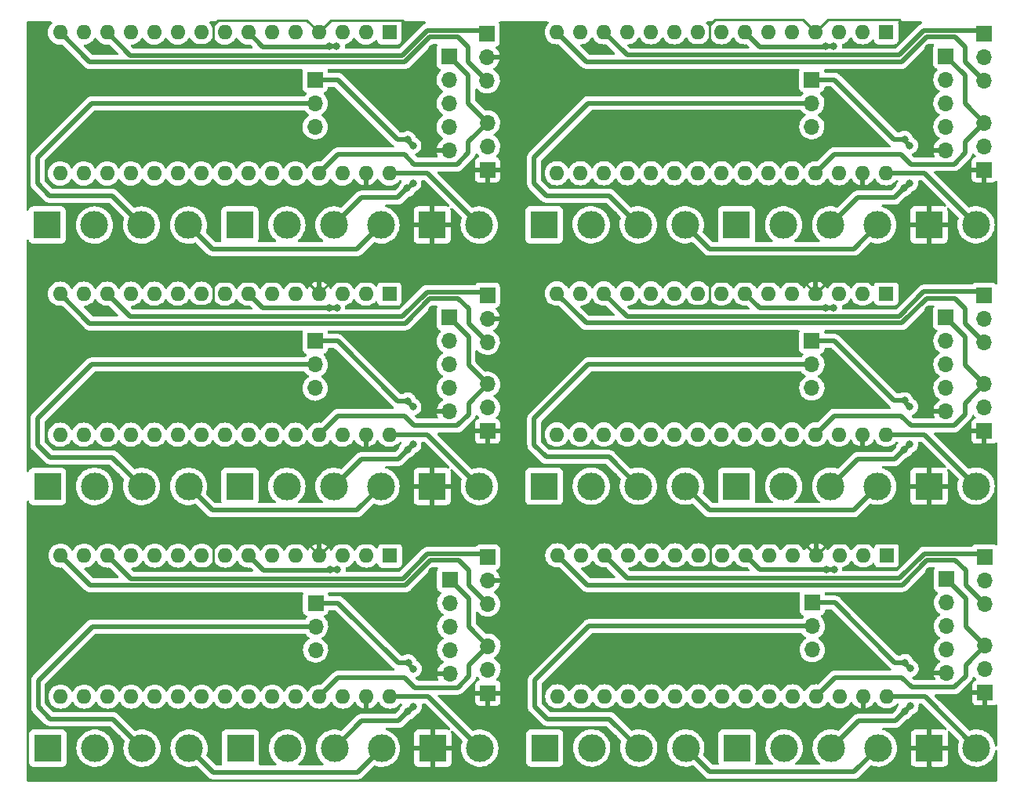
<source format=gbr>
%TF.GenerationSoftware,KiCad,Pcbnew,(6.0.0)*%
%TF.CreationDate,2022-10-01T22:44:24+02:00*%
%TF.ProjectId,012-Amesis-ColdSartE85,3031322d-416d-4657-9369-732d436f6c64,v0.01_Golf 1.6L 16v *%
%TF.SameCoordinates,Original*%
%TF.FileFunction,Copper,L1,Top*%
%TF.FilePolarity,Positive*%
%FSLAX46Y46*%
G04 Gerber Fmt 4.6, Leading zero omitted, Abs format (unit mm)*
G04 Created by KiCad (PCBNEW (6.0.0)) date 2022-10-01 22:44:24*
%MOMM*%
%LPD*%
G01*
G04 APERTURE LIST*
%TA.AperFunction,ComponentPad*%
%ADD10R,1.700000X1.700000*%
%TD*%
%TA.AperFunction,ComponentPad*%
%ADD11O,1.700000X1.700000*%
%TD*%
%TA.AperFunction,ComponentPad*%
%ADD12R,1.600000X1.600000*%
%TD*%
%TA.AperFunction,ComponentPad*%
%ADD13O,1.600000X1.600000*%
%TD*%
%TA.AperFunction,ComponentPad*%
%ADD14R,3.000000X3.000000*%
%TD*%
%TA.AperFunction,ComponentPad*%
%ADD15C,3.000000*%
%TD*%
%TA.AperFunction,ViaPad*%
%ADD16C,0.800000*%
%TD*%
%TA.AperFunction,Conductor*%
%ADD17C,0.500000*%
%TD*%
%TA.AperFunction,Conductor*%
%ADD18C,0.250000*%
%TD*%
G04 APERTURE END LIST*
D10*
%TO.P,Jumpers_Option1,1,Pin_1*%
%TO.N,Net-(A1-Pad13)*%
X140263800Y-74289600D03*
D11*
%TO.P,Jumpers_Option1,2,Pin_2*%
%TO.N,GND*%
X140263800Y-76829600D03*
%TO.P,Jumpers_Option1,3,Pin_3*%
%TO.N,Net-(A1-Pad15)*%
X140263800Y-79369600D03*
%TD*%
D12*
%TO.P,A1,1,D1/TX*%
%TO.N,unconnected-(A1-Pad1)*%
X129697400Y-74132200D03*
D13*
%TO.P,A1,2,D0/RX*%
%TO.N,unconnected-(A1-Pad2)*%
X127157400Y-74132200D03*
%TO.P,A1,3,~{RESET}*%
%TO.N,unconnected-(A1-Pad3)*%
X124617400Y-74132200D03*
%TO.P,A1,4,GND*%
%TO.N,GND*%
X122077400Y-74132200D03*
%TO.P,A1,5,D2*%
%TO.N,Net-(A1-Pad5)*%
X119537400Y-74132200D03*
%TO.P,A1,6,D3*%
%TO.N,Net-(A1-Pad6)*%
X116997400Y-74132200D03*
%TO.P,A1,7,D4*%
%TO.N,Net-(A1-Pad7)*%
X114457400Y-74132200D03*
%TO.P,A1,8,D5*%
%TO.N,unconnected-(A1-Pad8)*%
X111917400Y-74132200D03*
%TO.P,A1,9,D6*%
%TO.N,unconnected-(A1-Pad9)*%
X109377400Y-74132200D03*
%TO.P,A1,10,D7*%
%TO.N,unconnected-(A1-Pad10)*%
X106837400Y-74132200D03*
%TO.P,A1,11,D8*%
%TO.N,unconnected-(A1-Pad11)*%
X104297400Y-74132200D03*
%TO.P,A1,12,D9*%
%TO.N,unconnected-(A1-Pad12)*%
X101757400Y-74132200D03*
%TO.P,A1,13,D10*%
%TO.N,Net-(A1-Pad13)*%
X99217400Y-74132200D03*
%TO.P,A1,14,D11*%
%TO.N,unconnected-(A1-Pad14)*%
X96677400Y-74132200D03*
%TO.P,A1,15,D12*%
%TO.N,Net-(A1-Pad15)*%
X94137400Y-74132200D03*
%TO.P,A1,16,D13*%
%TO.N,unconnected-(A1-Pad16)*%
X94137400Y-89372200D03*
%TO.P,A1,17,3V3*%
%TO.N,unconnected-(A1-Pad17)*%
X96677400Y-89372200D03*
%TO.P,A1,18,AREF*%
%TO.N,unconnected-(A1-Pad18)*%
X99217400Y-89372200D03*
%TO.P,A1,19,A0*%
%TO.N,unconnected-(A1-Pad19)*%
X101757400Y-89372200D03*
%TO.P,A1,20,A1*%
%TO.N,unconnected-(A1-Pad20)*%
X104297400Y-89372200D03*
%TO.P,A1,21,A2*%
%TO.N,unconnected-(A1-Pad21)*%
X106837400Y-89372200D03*
%TO.P,A1,22,A3*%
%TO.N,unconnected-(A1-Pad22)*%
X109377400Y-89372200D03*
%TO.P,A1,23,A4*%
%TO.N,unconnected-(A1-Pad23)*%
X111917400Y-89372200D03*
%TO.P,A1,24,A5*%
%TO.N,unconnected-(A1-Pad24)*%
X114457400Y-89372200D03*
%TO.P,A1,25,A6*%
%TO.N,unconnected-(A1-Pad25)*%
X116997400Y-89372200D03*
%TO.P,A1,26,A7*%
%TO.N,Net-(A1-Pad26)*%
X119537400Y-89372200D03*
%TO.P,A1,27,+5V*%
%TO.N,Net-(A1-Pad27)*%
X122077400Y-89372200D03*
%TO.P,A1,28,~{RESET}*%
%TO.N,unconnected-(A1-Pad28)*%
X124617400Y-89372200D03*
%TO.P,A1,29,GND*%
%TO.N,GND*%
X127157400Y-89372200D03*
%TO.P,A1,30,VIN*%
%TO.N,Net-(A1-Pad30)*%
X129697400Y-89372200D03*
%TD*%
D14*
%TO.P,G2/G62_InPut_IAT1,1,Pin_1*%
%TO.N,Net-(G2/G62_InPut_IAT1-Pad1)*%
X92765800Y-94950200D03*
D15*
%TO.P,G2/G62_InPut_IAT1,2,Pin_2*%
%TO.N,Net-(G2/G62_InPut_IAT1-Pad2)*%
X97845800Y-94950200D03*
%TO.P,G2/G62_InPut_IAT1,3,Pin_3*%
%TO.N,Net-(G2/G62_InPut_IAT1-Pad3)*%
X102925800Y-94950200D03*
%TO.P,G2/G62_InPut_IAT1,4,Pin_4*%
%TO.N,Net-(G2/G62_InPut_IAT1-Pad4)*%
X108005800Y-94950200D03*
%TD*%
D10*
%TO.P,J3,1,Pin_1*%
%TO.N,Net-(G2/G62_OutPut_IAT1-Pad3)*%
X121671000Y-79253000D03*
D11*
%TO.P,J3,2,Pin_2*%
%TO.N,Net-(G2/G62_InPut_IAT1-Pad3)*%
X121671000Y-81793000D03*
%TO.P,J3,3,Pin_3*%
%TO.N,unconnected-(J3-Pad3)*%
X121671000Y-84333000D03*
%TD*%
D10*
%TO.P,J2,1,Pin_1*%
%TO.N,Net-(A1-Pad27)*%
X136149000Y-76713000D03*
D11*
%TO.P,J2,2,Pin_2*%
%TO.N,Net-(A1-Pad7)*%
X136149000Y-79253000D03*
%TO.P,J2,3,Pin_3*%
%TO.N,Net-(A1-Pad5)*%
X136149000Y-81793000D03*
%TO.P,J2,4,Pin_4*%
%TO.N,Net-(A1-Pad6)*%
X136149000Y-84333000D03*
%TO.P,J2,5,Pin_5*%
%TO.N,GND*%
X136149000Y-86873000D03*
%TD*%
D14*
%TO.P,G2/G62_OutPut_IAT1,1,Pin_1*%
%TO.N,Net-(G2/G62_InPut_IAT1-Pad1)*%
X113543000Y-94950200D03*
D15*
%TO.P,G2/G62_OutPut_IAT1,2,Pin_2*%
%TO.N,Net-(G2/G62_InPut_IAT1-Pad2)*%
X118623000Y-94950200D03*
%TO.P,G2/G62_OutPut_IAT1,3,Pin_3*%
%TO.N,Net-(G2/G62_OutPut_IAT1-Pad3)*%
X123703000Y-94950200D03*
%TO.P,G2/G62_OutPut_IAT1,4,Pin_4*%
%TO.N,Net-(G2/G62_InPut_IAT1-Pad4)*%
X128783000Y-94950200D03*
%TD*%
D14*
%TO.P,J1,1,Pin_1*%
%TO.N,GND*%
X134320200Y-94950200D03*
D15*
%TO.P,J1,2,Pin_2*%
%TO.N,Net-(A1-Pad30)*%
X139400200Y-94950200D03*
%TD*%
D10*
%TO.P,J3,1,Pin_1*%
%TO.N,Net-(G2/G62_OutPut_IAT1-Pad3)*%
X121620200Y-50957400D03*
D11*
%TO.P,J3,2,Pin_2*%
%TO.N,Net-(G2/G62_InPut_IAT1-Pad3)*%
X121620200Y-53497400D03*
%TO.P,J3,3,Pin_3*%
%TO.N,unconnected-(J3-Pad3)*%
X121620200Y-56037400D03*
%TD*%
D14*
%TO.P,G2/G62_InPut_IAT1,1,Pin_1*%
%TO.N,Net-(G2/G62_InPut_IAT1-Pad1)*%
X92710000Y-38404800D03*
D15*
%TO.P,G2/G62_InPut_IAT1,2,Pin_2*%
%TO.N,Net-(G2/G62_InPut_IAT1-Pad2)*%
X97790000Y-38404800D03*
%TO.P,G2/G62_InPut_IAT1,3,Pin_3*%
%TO.N,Net-(G2/G62_InPut_IAT1-Pad3)*%
X102870000Y-38404800D03*
%TO.P,G2/G62_InPut_IAT1,4,Pin_4*%
%TO.N,Net-(G2/G62_InPut_IAT1-Pad4)*%
X107950000Y-38404800D03*
%TD*%
D10*
%TO.P,J2,1,Pin_1*%
%TO.N,Net-(A1-Pad27)*%
X136093200Y-20167600D03*
D11*
%TO.P,J2,2,Pin_2*%
%TO.N,Net-(A1-Pad7)*%
X136093200Y-22707600D03*
%TO.P,J2,3,Pin_3*%
%TO.N,Net-(A1-Pad5)*%
X136093200Y-25247600D03*
%TO.P,J2,4,Pin_4*%
%TO.N,Net-(A1-Pad6)*%
X136093200Y-27787600D03*
%TO.P,J2,5,Pin_5*%
%TO.N,GND*%
X136093200Y-30327600D03*
%TD*%
D10*
%TO.P,IAT_Interne1,1,1*%
%TO.N,GND*%
X140288800Y-88991600D03*
D11*
%TO.P,IAT_Interne1,2,2*%
%TO.N,Net-(A1-Pad26)*%
X140288800Y-86451600D03*
%TO.P,IAT_Interne1,3,3*%
%TO.N,Net-(A1-Pad27)*%
X140288800Y-83911600D03*
%TD*%
D10*
%TO.P,J2,1,Pin_1*%
%TO.N,Net-(A1-Pad27)*%
X136098200Y-48417400D03*
D11*
%TO.P,J2,2,Pin_2*%
%TO.N,Net-(A1-Pad7)*%
X136098200Y-50957400D03*
%TO.P,J2,3,Pin_3*%
%TO.N,Net-(A1-Pad5)*%
X136098200Y-53497400D03*
%TO.P,J2,4,Pin_4*%
%TO.N,Net-(A1-Pad6)*%
X136098200Y-56037400D03*
%TO.P,J2,5,Pin_5*%
%TO.N,GND*%
X136098200Y-58577400D03*
%TD*%
D10*
%TO.P,J3,1,Pin_1*%
%TO.N,Net-(G2/G62_OutPut_IAT1-Pad3)*%
X121615200Y-22707600D03*
D11*
%TO.P,J3,2,Pin_2*%
%TO.N,Net-(G2/G62_InPut_IAT1-Pad3)*%
X121615200Y-25247600D03*
%TO.P,J3,3,Pin_3*%
%TO.N,unconnected-(J3-Pad3)*%
X121615200Y-27787600D03*
%TD*%
D10*
%TO.P,Jumpers_Option1,1,Pin_1*%
%TO.N,Net-(A1-Pad13)*%
X140208000Y-17744200D03*
D11*
%TO.P,Jumpers_Option1,2,Pin_2*%
%TO.N,GND*%
X140208000Y-20284200D03*
%TO.P,Jumpers_Option1,3,Pin_3*%
%TO.N,Net-(A1-Pad15)*%
X140208000Y-22824200D03*
%TD*%
D12*
%TO.P,A1,1,D1/TX*%
%TO.N,unconnected-(A1-Pad1)*%
X129641600Y-17586800D03*
D13*
%TO.P,A1,2,D0/RX*%
%TO.N,unconnected-(A1-Pad2)*%
X127101600Y-17586800D03*
%TO.P,A1,3,~{RESET}*%
%TO.N,unconnected-(A1-Pad3)*%
X124561600Y-17586800D03*
%TO.P,A1,4,GND*%
%TO.N,GND*%
X122021600Y-17586800D03*
%TO.P,A1,5,D2*%
%TO.N,Net-(A1-Pad5)*%
X119481600Y-17586800D03*
%TO.P,A1,6,D3*%
%TO.N,Net-(A1-Pad6)*%
X116941600Y-17586800D03*
%TO.P,A1,7,D4*%
%TO.N,Net-(A1-Pad7)*%
X114401600Y-17586800D03*
%TO.P,A1,8,D5*%
%TO.N,unconnected-(A1-Pad8)*%
X111861600Y-17586800D03*
%TO.P,A1,9,D6*%
%TO.N,unconnected-(A1-Pad9)*%
X109321600Y-17586800D03*
%TO.P,A1,10,D7*%
%TO.N,unconnected-(A1-Pad10)*%
X106781600Y-17586800D03*
%TO.P,A1,11,D8*%
%TO.N,unconnected-(A1-Pad11)*%
X104241600Y-17586800D03*
%TO.P,A1,12,D9*%
%TO.N,unconnected-(A1-Pad12)*%
X101701600Y-17586800D03*
%TO.P,A1,13,D10*%
%TO.N,Net-(A1-Pad13)*%
X99161600Y-17586800D03*
%TO.P,A1,14,D11*%
%TO.N,unconnected-(A1-Pad14)*%
X96621600Y-17586800D03*
%TO.P,A1,15,D12*%
%TO.N,Net-(A1-Pad15)*%
X94081600Y-17586800D03*
%TO.P,A1,16,D13*%
%TO.N,unconnected-(A1-Pad16)*%
X94081600Y-32826800D03*
%TO.P,A1,17,3V3*%
%TO.N,unconnected-(A1-Pad17)*%
X96621600Y-32826800D03*
%TO.P,A1,18,AREF*%
%TO.N,unconnected-(A1-Pad18)*%
X99161600Y-32826800D03*
%TO.P,A1,19,A0*%
%TO.N,unconnected-(A1-Pad19)*%
X101701600Y-32826800D03*
%TO.P,A1,20,A1*%
%TO.N,unconnected-(A1-Pad20)*%
X104241600Y-32826800D03*
%TO.P,A1,21,A2*%
%TO.N,unconnected-(A1-Pad21)*%
X106781600Y-32826800D03*
%TO.P,A1,22,A3*%
%TO.N,unconnected-(A1-Pad22)*%
X109321600Y-32826800D03*
%TO.P,A1,23,A4*%
%TO.N,unconnected-(A1-Pad23)*%
X111861600Y-32826800D03*
%TO.P,A1,24,A5*%
%TO.N,unconnected-(A1-Pad24)*%
X114401600Y-32826800D03*
%TO.P,A1,25,A6*%
%TO.N,unconnected-(A1-Pad25)*%
X116941600Y-32826800D03*
%TO.P,A1,26,A7*%
%TO.N,Net-(A1-Pad26)*%
X119481600Y-32826800D03*
%TO.P,A1,27,+5V*%
%TO.N,Net-(A1-Pad27)*%
X122021600Y-32826800D03*
%TO.P,A1,28,~{RESET}*%
%TO.N,unconnected-(A1-Pad28)*%
X124561600Y-32826800D03*
%TO.P,A1,29,GND*%
%TO.N,GND*%
X127101600Y-32826800D03*
%TO.P,A1,30,VIN*%
%TO.N,Net-(A1-Pad30)*%
X129641600Y-32826800D03*
%TD*%
D14*
%TO.P,J1,1,Pin_1*%
%TO.N,GND*%
X134264400Y-38404800D03*
D15*
%TO.P,J1,2,Pin_2*%
%TO.N,Net-(A1-Pad30)*%
X139344400Y-38404800D03*
%TD*%
D14*
%TO.P,G2/G62_OutPut_IAT1,1,Pin_1*%
%TO.N,Net-(G2/G62_InPut_IAT1-Pad1)*%
X113492200Y-66654600D03*
D15*
%TO.P,G2/G62_OutPut_IAT1,2,Pin_2*%
%TO.N,Net-(G2/G62_InPut_IAT1-Pad2)*%
X118572200Y-66654600D03*
%TO.P,G2/G62_OutPut_IAT1,3,Pin_3*%
%TO.N,Net-(G2/G62_OutPut_IAT1-Pad3)*%
X123652200Y-66654600D03*
%TO.P,G2/G62_OutPut_IAT1,4,Pin_4*%
%TO.N,Net-(G2/G62_InPut_IAT1-Pad4)*%
X128732200Y-66654600D03*
%TD*%
D10*
%TO.P,IAT_Interne1,1,1*%
%TO.N,GND*%
X140238000Y-60696000D03*
D11*
%TO.P,IAT_Interne1,2,2*%
%TO.N,Net-(A1-Pad26)*%
X140238000Y-58156000D03*
%TO.P,IAT_Interne1,3,3*%
%TO.N,Net-(A1-Pad27)*%
X140238000Y-55616000D03*
%TD*%
D10*
%TO.P,IAT_Interne1,1,1*%
%TO.N,GND*%
X140233000Y-32446200D03*
D11*
%TO.P,IAT_Interne1,2,2*%
%TO.N,Net-(A1-Pad26)*%
X140233000Y-29906200D03*
%TO.P,IAT_Interne1,3,3*%
%TO.N,Net-(A1-Pad27)*%
X140233000Y-27366200D03*
%TD*%
D10*
%TO.P,Jumpers_Option1,1,Pin_1*%
%TO.N,Net-(A1-Pad13)*%
X140213000Y-45994000D03*
D11*
%TO.P,Jumpers_Option1,2,Pin_2*%
%TO.N,GND*%
X140213000Y-48534000D03*
%TO.P,Jumpers_Option1,3,Pin_3*%
%TO.N,Net-(A1-Pad15)*%
X140213000Y-51074000D03*
%TD*%
D14*
%TO.P,G2/G62_OutPut_IAT1,1,Pin_1*%
%TO.N,Net-(G2/G62_InPut_IAT1-Pad1)*%
X113487200Y-38404800D03*
D15*
%TO.P,G2/G62_OutPut_IAT1,2,Pin_2*%
%TO.N,Net-(G2/G62_InPut_IAT1-Pad2)*%
X118567200Y-38404800D03*
%TO.P,G2/G62_OutPut_IAT1,3,Pin_3*%
%TO.N,Net-(G2/G62_OutPut_IAT1-Pad3)*%
X123647200Y-38404800D03*
%TO.P,G2/G62_OutPut_IAT1,4,Pin_4*%
%TO.N,Net-(G2/G62_InPut_IAT1-Pad4)*%
X128727200Y-38404800D03*
%TD*%
D12*
%TO.P,A1,1,D1/TX*%
%TO.N,unconnected-(A1-Pad1)*%
X129646600Y-45836600D03*
D13*
%TO.P,A1,2,D0/RX*%
%TO.N,unconnected-(A1-Pad2)*%
X127106600Y-45836600D03*
%TO.P,A1,3,~{RESET}*%
%TO.N,unconnected-(A1-Pad3)*%
X124566600Y-45836600D03*
%TO.P,A1,4,GND*%
%TO.N,GND*%
X122026600Y-45836600D03*
%TO.P,A1,5,D2*%
%TO.N,Net-(A1-Pad5)*%
X119486600Y-45836600D03*
%TO.P,A1,6,D3*%
%TO.N,Net-(A1-Pad6)*%
X116946600Y-45836600D03*
%TO.P,A1,7,D4*%
%TO.N,Net-(A1-Pad7)*%
X114406600Y-45836600D03*
%TO.P,A1,8,D5*%
%TO.N,unconnected-(A1-Pad8)*%
X111866600Y-45836600D03*
%TO.P,A1,9,D6*%
%TO.N,unconnected-(A1-Pad9)*%
X109326600Y-45836600D03*
%TO.P,A1,10,D7*%
%TO.N,unconnected-(A1-Pad10)*%
X106786600Y-45836600D03*
%TO.P,A1,11,D8*%
%TO.N,unconnected-(A1-Pad11)*%
X104246600Y-45836600D03*
%TO.P,A1,12,D9*%
%TO.N,unconnected-(A1-Pad12)*%
X101706600Y-45836600D03*
%TO.P,A1,13,D10*%
%TO.N,Net-(A1-Pad13)*%
X99166600Y-45836600D03*
%TO.P,A1,14,D11*%
%TO.N,unconnected-(A1-Pad14)*%
X96626600Y-45836600D03*
%TO.P,A1,15,D12*%
%TO.N,Net-(A1-Pad15)*%
X94086600Y-45836600D03*
%TO.P,A1,16,D13*%
%TO.N,unconnected-(A1-Pad16)*%
X94086600Y-61076600D03*
%TO.P,A1,17,3V3*%
%TO.N,unconnected-(A1-Pad17)*%
X96626600Y-61076600D03*
%TO.P,A1,18,AREF*%
%TO.N,unconnected-(A1-Pad18)*%
X99166600Y-61076600D03*
%TO.P,A1,19,A0*%
%TO.N,unconnected-(A1-Pad19)*%
X101706600Y-61076600D03*
%TO.P,A1,20,A1*%
%TO.N,unconnected-(A1-Pad20)*%
X104246600Y-61076600D03*
%TO.P,A1,21,A2*%
%TO.N,unconnected-(A1-Pad21)*%
X106786600Y-61076600D03*
%TO.P,A1,22,A3*%
%TO.N,unconnected-(A1-Pad22)*%
X109326600Y-61076600D03*
%TO.P,A1,23,A4*%
%TO.N,unconnected-(A1-Pad23)*%
X111866600Y-61076600D03*
%TO.P,A1,24,A5*%
%TO.N,unconnected-(A1-Pad24)*%
X114406600Y-61076600D03*
%TO.P,A1,25,A6*%
%TO.N,unconnected-(A1-Pad25)*%
X116946600Y-61076600D03*
%TO.P,A1,26,A7*%
%TO.N,Net-(A1-Pad26)*%
X119486600Y-61076600D03*
%TO.P,A1,27,+5V*%
%TO.N,Net-(A1-Pad27)*%
X122026600Y-61076600D03*
%TO.P,A1,28,~{RESET}*%
%TO.N,unconnected-(A1-Pad28)*%
X124566600Y-61076600D03*
%TO.P,A1,29,GND*%
%TO.N,GND*%
X127106600Y-61076600D03*
%TO.P,A1,30,VIN*%
%TO.N,Net-(A1-Pad30)*%
X129646600Y-61076600D03*
%TD*%
D14*
%TO.P,J1,1,Pin_1*%
%TO.N,GND*%
X134269400Y-66654600D03*
D15*
%TO.P,J1,2,Pin_2*%
%TO.N,Net-(A1-Pad30)*%
X139349400Y-66654600D03*
%TD*%
D14*
%TO.P,G2/G62_InPut_IAT1,1,Pin_1*%
%TO.N,Net-(G2/G62_InPut_IAT1-Pad1)*%
X92715000Y-66654600D03*
D15*
%TO.P,G2/G62_InPut_IAT1,2,Pin_2*%
%TO.N,Net-(G2/G62_InPut_IAT1-Pad2)*%
X97795000Y-66654600D03*
%TO.P,G2/G62_InPut_IAT1,3,Pin_3*%
%TO.N,Net-(G2/G62_InPut_IAT1-Pad3)*%
X102875000Y-66654600D03*
%TO.P,G2/G62_InPut_IAT1,4,Pin_4*%
%TO.N,Net-(G2/G62_InPut_IAT1-Pad4)*%
X107955000Y-66654600D03*
%TD*%
D10*
%TO.P,J3,1,Pin_1*%
%TO.N,Net-(G2/G62_OutPut_IAT1-Pad3)*%
X175310800Y-79233900D03*
D11*
%TO.P,J3,2,Pin_2*%
%TO.N,Net-(G2/G62_InPut_IAT1-Pad3)*%
X175310800Y-81773900D03*
%TO.P,J3,3,Pin_3*%
%TO.N,unconnected-(J3-Pad3)*%
X175310800Y-84313900D03*
%TD*%
D10*
%TO.P,J2,1,Pin_1*%
%TO.N,Net-(A1-Pad27)*%
X189788800Y-76693900D03*
D11*
%TO.P,J2,2,Pin_2*%
%TO.N,Net-(A1-Pad7)*%
X189788800Y-79233900D03*
%TO.P,J2,3,Pin_3*%
%TO.N,Net-(A1-Pad5)*%
X189788800Y-81773900D03*
%TO.P,J2,4,Pin_4*%
%TO.N,Net-(A1-Pad6)*%
X189788800Y-84313900D03*
%TO.P,J2,5,Pin_5*%
%TO.N,GND*%
X189788800Y-86853900D03*
%TD*%
D14*
%TO.P,G2/G62_OutPut_IAT1,1,Pin_1*%
%TO.N,Net-(G2/G62_InPut_IAT1-Pad1)*%
X167182800Y-94931100D03*
D15*
%TO.P,G2/G62_OutPut_IAT1,2,Pin_2*%
%TO.N,Net-(G2/G62_InPut_IAT1-Pad2)*%
X172262800Y-94931100D03*
%TO.P,G2/G62_OutPut_IAT1,3,Pin_3*%
%TO.N,Net-(G2/G62_OutPut_IAT1-Pad3)*%
X177342800Y-94931100D03*
%TO.P,G2/G62_OutPut_IAT1,4,Pin_4*%
%TO.N,Net-(G2/G62_InPut_IAT1-Pad4)*%
X182422800Y-94931100D03*
%TD*%
D10*
%TO.P,IAT_Interne1,1,1*%
%TO.N,GND*%
X193928600Y-88972500D03*
D11*
%TO.P,IAT_Interne1,2,2*%
%TO.N,Net-(A1-Pad26)*%
X193928600Y-86432500D03*
%TO.P,IAT_Interne1,3,3*%
%TO.N,Net-(A1-Pad27)*%
X193928600Y-83892500D03*
%TD*%
D10*
%TO.P,Jumpers_Option1,1,Pin_1*%
%TO.N,Net-(A1-Pad13)*%
X193903600Y-74270500D03*
D11*
%TO.P,Jumpers_Option1,2,Pin_2*%
%TO.N,GND*%
X193903600Y-76810500D03*
%TO.P,Jumpers_Option1,3,Pin_3*%
%TO.N,Net-(A1-Pad15)*%
X193903600Y-79350500D03*
%TD*%
D12*
%TO.P,A1,1,D1/TX*%
%TO.N,unconnected-(A1-Pad1)*%
X183337200Y-74113100D03*
D13*
%TO.P,A1,2,D0/RX*%
%TO.N,unconnected-(A1-Pad2)*%
X180797200Y-74113100D03*
%TO.P,A1,3,~{RESET}*%
%TO.N,unconnected-(A1-Pad3)*%
X178257200Y-74113100D03*
%TO.P,A1,4,GND*%
%TO.N,GND*%
X175717200Y-74113100D03*
%TO.P,A1,5,D2*%
%TO.N,Net-(A1-Pad5)*%
X173177200Y-74113100D03*
%TO.P,A1,6,D3*%
%TO.N,Net-(A1-Pad6)*%
X170637200Y-74113100D03*
%TO.P,A1,7,D4*%
%TO.N,Net-(A1-Pad7)*%
X168097200Y-74113100D03*
%TO.P,A1,8,D5*%
%TO.N,unconnected-(A1-Pad8)*%
X165557200Y-74113100D03*
%TO.P,A1,9,D6*%
%TO.N,unconnected-(A1-Pad9)*%
X163017200Y-74113100D03*
%TO.P,A1,10,D7*%
%TO.N,unconnected-(A1-Pad10)*%
X160477200Y-74113100D03*
%TO.P,A1,11,D8*%
%TO.N,unconnected-(A1-Pad11)*%
X157937200Y-74113100D03*
%TO.P,A1,12,D9*%
%TO.N,unconnected-(A1-Pad12)*%
X155397200Y-74113100D03*
%TO.P,A1,13,D10*%
%TO.N,Net-(A1-Pad13)*%
X152857200Y-74113100D03*
%TO.P,A1,14,D11*%
%TO.N,unconnected-(A1-Pad14)*%
X150317200Y-74113100D03*
%TO.P,A1,15,D12*%
%TO.N,Net-(A1-Pad15)*%
X147777200Y-74113100D03*
%TO.P,A1,16,D13*%
%TO.N,unconnected-(A1-Pad16)*%
X147777200Y-89353100D03*
%TO.P,A1,17,3V3*%
%TO.N,unconnected-(A1-Pad17)*%
X150317200Y-89353100D03*
%TO.P,A1,18,AREF*%
%TO.N,unconnected-(A1-Pad18)*%
X152857200Y-89353100D03*
%TO.P,A1,19,A0*%
%TO.N,unconnected-(A1-Pad19)*%
X155397200Y-89353100D03*
%TO.P,A1,20,A1*%
%TO.N,unconnected-(A1-Pad20)*%
X157937200Y-89353100D03*
%TO.P,A1,21,A2*%
%TO.N,unconnected-(A1-Pad21)*%
X160477200Y-89353100D03*
%TO.P,A1,22,A3*%
%TO.N,unconnected-(A1-Pad22)*%
X163017200Y-89353100D03*
%TO.P,A1,23,A4*%
%TO.N,unconnected-(A1-Pad23)*%
X165557200Y-89353100D03*
%TO.P,A1,24,A5*%
%TO.N,unconnected-(A1-Pad24)*%
X168097200Y-89353100D03*
%TO.P,A1,25,A6*%
%TO.N,unconnected-(A1-Pad25)*%
X170637200Y-89353100D03*
%TO.P,A1,26,A7*%
%TO.N,Net-(A1-Pad26)*%
X173177200Y-89353100D03*
%TO.P,A1,27,+5V*%
%TO.N,Net-(A1-Pad27)*%
X175717200Y-89353100D03*
%TO.P,A1,28,~{RESET}*%
%TO.N,unconnected-(A1-Pad28)*%
X178257200Y-89353100D03*
%TO.P,A1,29,GND*%
%TO.N,GND*%
X180797200Y-89353100D03*
%TO.P,A1,30,VIN*%
%TO.N,Net-(A1-Pad30)*%
X183337200Y-89353100D03*
%TD*%
D14*
%TO.P,J1,1,Pin_1*%
%TO.N,GND*%
X187960000Y-94931100D03*
D15*
%TO.P,J1,2,Pin_2*%
%TO.N,Net-(A1-Pad30)*%
X193040000Y-94931100D03*
%TD*%
D14*
%TO.P,G2/G62_InPut_IAT1,1,Pin_1*%
%TO.N,Net-(G2/G62_InPut_IAT1-Pad1)*%
X146405600Y-94931100D03*
D15*
%TO.P,G2/G62_InPut_IAT1,2,Pin_2*%
%TO.N,Net-(G2/G62_InPut_IAT1-Pad2)*%
X151485600Y-94931100D03*
%TO.P,G2/G62_InPut_IAT1,3,Pin_3*%
%TO.N,Net-(G2/G62_InPut_IAT1-Pad3)*%
X156565600Y-94931100D03*
%TO.P,G2/G62_InPut_IAT1,4,Pin_4*%
%TO.N,Net-(G2/G62_InPut_IAT1-Pad4)*%
X161645600Y-94931100D03*
%TD*%
D12*
%TO.P,A1,1,D1/TX*%
%TO.N,unconnected-(A1-Pad1)*%
X183281400Y-17567700D03*
D13*
%TO.P,A1,2,D0/RX*%
%TO.N,unconnected-(A1-Pad2)*%
X180741400Y-17567700D03*
%TO.P,A1,3,~{RESET}*%
%TO.N,unconnected-(A1-Pad3)*%
X178201400Y-17567700D03*
%TO.P,A1,4,GND*%
%TO.N,GND*%
X175661400Y-17567700D03*
%TO.P,A1,5,D2*%
%TO.N,Net-(A1-Pad5)*%
X173121400Y-17567700D03*
%TO.P,A1,6,D3*%
%TO.N,Net-(A1-Pad6)*%
X170581400Y-17567700D03*
%TO.P,A1,7,D4*%
%TO.N,Net-(A1-Pad7)*%
X168041400Y-17567700D03*
%TO.P,A1,8,D5*%
%TO.N,unconnected-(A1-Pad8)*%
X165501400Y-17567700D03*
%TO.P,A1,9,D6*%
%TO.N,unconnected-(A1-Pad9)*%
X162961400Y-17567700D03*
%TO.P,A1,10,D7*%
%TO.N,unconnected-(A1-Pad10)*%
X160421400Y-17567700D03*
%TO.P,A1,11,D8*%
%TO.N,unconnected-(A1-Pad11)*%
X157881400Y-17567700D03*
%TO.P,A1,12,D9*%
%TO.N,unconnected-(A1-Pad12)*%
X155341400Y-17567700D03*
%TO.P,A1,13,D10*%
%TO.N,Net-(A1-Pad13)*%
X152801400Y-17567700D03*
%TO.P,A1,14,D11*%
%TO.N,unconnected-(A1-Pad14)*%
X150261400Y-17567700D03*
%TO.P,A1,15,D12*%
%TO.N,Net-(A1-Pad15)*%
X147721400Y-17567700D03*
%TO.P,A1,16,D13*%
%TO.N,unconnected-(A1-Pad16)*%
X147721400Y-32807700D03*
%TO.P,A1,17,3V3*%
%TO.N,unconnected-(A1-Pad17)*%
X150261400Y-32807700D03*
%TO.P,A1,18,AREF*%
%TO.N,unconnected-(A1-Pad18)*%
X152801400Y-32807700D03*
%TO.P,A1,19,A0*%
%TO.N,unconnected-(A1-Pad19)*%
X155341400Y-32807700D03*
%TO.P,A1,20,A1*%
%TO.N,unconnected-(A1-Pad20)*%
X157881400Y-32807700D03*
%TO.P,A1,21,A2*%
%TO.N,unconnected-(A1-Pad21)*%
X160421400Y-32807700D03*
%TO.P,A1,22,A3*%
%TO.N,unconnected-(A1-Pad22)*%
X162961400Y-32807700D03*
%TO.P,A1,23,A4*%
%TO.N,unconnected-(A1-Pad23)*%
X165501400Y-32807700D03*
%TO.P,A1,24,A5*%
%TO.N,unconnected-(A1-Pad24)*%
X168041400Y-32807700D03*
%TO.P,A1,25,A6*%
%TO.N,unconnected-(A1-Pad25)*%
X170581400Y-32807700D03*
%TO.P,A1,26,A7*%
%TO.N,Net-(A1-Pad26)*%
X173121400Y-32807700D03*
%TO.P,A1,27,+5V*%
%TO.N,Net-(A1-Pad27)*%
X175661400Y-32807700D03*
%TO.P,A1,28,~{RESET}*%
%TO.N,unconnected-(A1-Pad28)*%
X178201400Y-32807700D03*
%TO.P,A1,29,GND*%
%TO.N,GND*%
X180741400Y-32807700D03*
%TO.P,A1,30,VIN*%
%TO.N,Net-(A1-Pad30)*%
X183281400Y-32807700D03*
%TD*%
D14*
%TO.P,G2/G62_OutPut_IAT1,1,Pin_1*%
%TO.N,Net-(G2/G62_InPut_IAT1-Pad1)*%
X167132000Y-66635500D03*
D15*
%TO.P,G2/G62_OutPut_IAT1,2,Pin_2*%
%TO.N,Net-(G2/G62_InPut_IAT1-Pad2)*%
X172212000Y-66635500D03*
%TO.P,G2/G62_OutPut_IAT1,3,Pin_3*%
%TO.N,Net-(G2/G62_OutPut_IAT1-Pad3)*%
X177292000Y-66635500D03*
%TO.P,G2/G62_OutPut_IAT1,4,Pin_4*%
%TO.N,Net-(G2/G62_InPut_IAT1-Pad4)*%
X182372000Y-66635500D03*
%TD*%
D14*
%TO.P,J1,1,Pin_1*%
%TO.N,GND*%
X187904200Y-38385700D03*
D15*
%TO.P,J1,2,Pin_2*%
%TO.N,Net-(A1-Pad30)*%
X192984200Y-38385700D03*
%TD*%
D10*
%TO.P,IAT_Interne1,1,1*%
%TO.N,GND*%
X193877800Y-60676900D03*
D11*
%TO.P,IAT_Interne1,2,2*%
%TO.N,Net-(A1-Pad26)*%
X193877800Y-58136900D03*
%TO.P,IAT_Interne1,3,3*%
%TO.N,Net-(A1-Pad27)*%
X193877800Y-55596900D03*
%TD*%
D10*
%TO.P,Jumpers_Option1,1,Pin_1*%
%TO.N,Net-(A1-Pad13)*%
X193847800Y-17725100D03*
D11*
%TO.P,Jumpers_Option1,2,Pin_2*%
%TO.N,GND*%
X193847800Y-20265100D03*
%TO.P,Jumpers_Option1,3,Pin_3*%
%TO.N,Net-(A1-Pad15)*%
X193847800Y-22805100D03*
%TD*%
D14*
%TO.P,G2/G62_InPut_IAT1,1,Pin_1*%
%TO.N,Net-(G2/G62_InPut_IAT1-Pad1)*%
X146354800Y-66635500D03*
D15*
%TO.P,G2/G62_InPut_IAT1,2,Pin_2*%
%TO.N,Net-(G2/G62_InPut_IAT1-Pad2)*%
X151434800Y-66635500D03*
%TO.P,G2/G62_InPut_IAT1,3,Pin_3*%
%TO.N,Net-(G2/G62_InPut_IAT1-Pad3)*%
X156514800Y-66635500D03*
%TO.P,G2/G62_InPut_IAT1,4,Pin_4*%
%TO.N,Net-(G2/G62_InPut_IAT1-Pad4)*%
X161594800Y-66635500D03*
%TD*%
D14*
%TO.P,G2/G62_OutPut_IAT1,1,Pin_1*%
%TO.N,Net-(G2/G62_InPut_IAT1-Pad1)*%
X167127000Y-38385700D03*
D15*
%TO.P,G2/G62_OutPut_IAT1,2,Pin_2*%
%TO.N,Net-(G2/G62_InPut_IAT1-Pad2)*%
X172207000Y-38385700D03*
%TO.P,G2/G62_OutPut_IAT1,3,Pin_3*%
%TO.N,Net-(G2/G62_OutPut_IAT1-Pad3)*%
X177287000Y-38385700D03*
%TO.P,G2/G62_OutPut_IAT1,4,Pin_4*%
%TO.N,Net-(G2/G62_InPut_IAT1-Pad4)*%
X182367000Y-38385700D03*
%TD*%
D14*
%TO.P,J1,1,Pin_1*%
%TO.N,GND*%
X187909200Y-66635500D03*
D15*
%TO.P,J1,2,Pin_2*%
%TO.N,Net-(A1-Pad30)*%
X192989200Y-66635500D03*
%TD*%
D12*
%TO.P,A1,1,D1/TX*%
%TO.N,unconnected-(A1-Pad1)*%
X183286400Y-45817500D03*
D13*
%TO.P,A1,2,D0/RX*%
%TO.N,unconnected-(A1-Pad2)*%
X180746400Y-45817500D03*
%TO.P,A1,3,~{RESET}*%
%TO.N,unconnected-(A1-Pad3)*%
X178206400Y-45817500D03*
%TO.P,A1,4,GND*%
%TO.N,GND*%
X175666400Y-45817500D03*
%TO.P,A1,5,D2*%
%TO.N,Net-(A1-Pad5)*%
X173126400Y-45817500D03*
%TO.P,A1,6,D3*%
%TO.N,Net-(A1-Pad6)*%
X170586400Y-45817500D03*
%TO.P,A1,7,D4*%
%TO.N,Net-(A1-Pad7)*%
X168046400Y-45817500D03*
%TO.P,A1,8,D5*%
%TO.N,unconnected-(A1-Pad8)*%
X165506400Y-45817500D03*
%TO.P,A1,9,D6*%
%TO.N,unconnected-(A1-Pad9)*%
X162966400Y-45817500D03*
%TO.P,A1,10,D7*%
%TO.N,unconnected-(A1-Pad10)*%
X160426400Y-45817500D03*
%TO.P,A1,11,D8*%
%TO.N,unconnected-(A1-Pad11)*%
X157886400Y-45817500D03*
%TO.P,A1,12,D9*%
%TO.N,unconnected-(A1-Pad12)*%
X155346400Y-45817500D03*
%TO.P,A1,13,D10*%
%TO.N,Net-(A1-Pad13)*%
X152806400Y-45817500D03*
%TO.P,A1,14,D11*%
%TO.N,unconnected-(A1-Pad14)*%
X150266400Y-45817500D03*
%TO.P,A1,15,D12*%
%TO.N,Net-(A1-Pad15)*%
X147726400Y-45817500D03*
%TO.P,A1,16,D13*%
%TO.N,unconnected-(A1-Pad16)*%
X147726400Y-61057500D03*
%TO.P,A1,17,3V3*%
%TO.N,unconnected-(A1-Pad17)*%
X150266400Y-61057500D03*
%TO.P,A1,18,AREF*%
%TO.N,unconnected-(A1-Pad18)*%
X152806400Y-61057500D03*
%TO.P,A1,19,A0*%
%TO.N,unconnected-(A1-Pad19)*%
X155346400Y-61057500D03*
%TO.P,A1,20,A1*%
%TO.N,unconnected-(A1-Pad20)*%
X157886400Y-61057500D03*
%TO.P,A1,21,A2*%
%TO.N,unconnected-(A1-Pad21)*%
X160426400Y-61057500D03*
%TO.P,A1,22,A3*%
%TO.N,unconnected-(A1-Pad22)*%
X162966400Y-61057500D03*
%TO.P,A1,23,A4*%
%TO.N,unconnected-(A1-Pad23)*%
X165506400Y-61057500D03*
%TO.P,A1,24,A5*%
%TO.N,unconnected-(A1-Pad24)*%
X168046400Y-61057500D03*
%TO.P,A1,25,A6*%
%TO.N,unconnected-(A1-Pad25)*%
X170586400Y-61057500D03*
%TO.P,A1,26,A7*%
%TO.N,Net-(A1-Pad26)*%
X173126400Y-61057500D03*
%TO.P,A1,27,+5V*%
%TO.N,Net-(A1-Pad27)*%
X175666400Y-61057500D03*
%TO.P,A1,28,~{RESET}*%
%TO.N,unconnected-(A1-Pad28)*%
X178206400Y-61057500D03*
%TO.P,A1,29,GND*%
%TO.N,GND*%
X180746400Y-61057500D03*
%TO.P,A1,30,VIN*%
%TO.N,Net-(A1-Pad30)*%
X183286400Y-61057500D03*
%TD*%
D10*
%TO.P,Jumpers_Option1,1,Pin_1*%
%TO.N,Net-(A1-Pad13)*%
X193852800Y-45974900D03*
D11*
%TO.P,Jumpers_Option1,2,Pin_2*%
%TO.N,GND*%
X193852800Y-48514900D03*
%TO.P,Jumpers_Option1,3,Pin_3*%
%TO.N,Net-(A1-Pad15)*%
X193852800Y-51054900D03*
%TD*%
D10*
%TO.P,IAT_Interne1,1,1*%
%TO.N,GND*%
X193872800Y-32427100D03*
D11*
%TO.P,IAT_Interne1,2,2*%
%TO.N,Net-(A1-Pad26)*%
X193872800Y-29887100D03*
%TO.P,IAT_Interne1,3,3*%
%TO.N,Net-(A1-Pad27)*%
X193872800Y-27347100D03*
%TD*%
D14*
%TO.P,G2/G62_InPut_IAT1,1,Pin_1*%
%TO.N,Net-(G2/G62_InPut_IAT1-Pad1)*%
X146349800Y-38385700D03*
D15*
%TO.P,G2/G62_InPut_IAT1,2,Pin_2*%
%TO.N,Net-(G2/G62_InPut_IAT1-Pad2)*%
X151429800Y-38385700D03*
%TO.P,G2/G62_InPut_IAT1,3,Pin_3*%
%TO.N,Net-(G2/G62_InPut_IAT1-Pad3)*%
X156509800Y-38385700D03*
%TO.P,G2/G62_InPut_IAT1,4,Pin_4*%
%TO.N,Net-(G2/G62_InPut_IAT1-Pad4)*%
X161589800Y-38385700D03*
%TD*%
D10*
%TO.P,J2,1,Pin_1*%
%TO.N,Net-(A1-Pad27)*%
X189733000Y-20148500D03*
D11*
%TO.P,J2,2,Pin_2*%
%TO.N,Net-(A1-Pad7)*%
X189733000Y-22688500D03*
%TO.P,J2,3,Pin_3*%
%TO.N,Net-(A1-Pad5)*%
X189733000Y-25228500D03*
%TO.P,J2,4,Pin_4*%
%TO.N,Net-(A1-Pad6)*%
X189733000Y-27768500D03*
%TO.P,J2,5,Pin_5*%
%TO.N,GND*%
X189733000Y-30308500D03*
%TD*%
D10*
%TO.P,J3,1,Pin_1*%
%TO.N,Net-(G2/G62_OutPut_IAT1-Pad3)*%
X175260000Y-50938300D03*
D11*
%TO.P,J3,2,Pin_2*%
%TO.N,Net-(G2/G62_InPut_IAT1-Pad3)*%
X175260000Y-53478300D03*
%TO.P,J3,3,Pin_3*%
%TO.N,unconnected-(J3-Pad3)*%
X175260000Y-56018300D03*
%TD*%
D10*
%TO.P,J3,1,Pin_1*%
%TO.N,Net-(G2/G62_OutPut_IAT1-Pad3)*%
X175255000Y-22688500D03*
D11*
%TO.P,J3,2,Pin_2*%
%TO.N,Net-(G2/G62_InPut_IAT1-Pad3)*%
X175255000Y-25228500D03*
%TO.P,J3,3,Pin_3*%
%TO.N,unconnected-(J3-Pad3)*%
X175255000Y-27768500D03*
%TD*%
D10*
%TO.P,J2,1,Pin_1*%
%TO.N,Net-(A1-Pad27)*%
X189738000Y-48398300D03*
D11*
%TO.P,J2,2,Pin_2*%
%TO.N,Net-(A1-Pad7)*%
X189738000Y-50938300D03*
%TO.P,J2,3,Pin_3*%
%TO.N,Net-(A1-Pad5)*%
X189738000Y-53478300D03*
%TO.P,J2,4,Pin_4*%
%TO.N,Net-(A1-Pad6)*%
X189738000Y-56018300D03*
%TO.P,J2,5,Pin_5*%
%TO.N,GND*%
X189738000Y-58558300D03*
%TD*%
D16*
%TO.N,Net-(G2/G62_OutPut_IAT1-Pad3)*%
X131627800Y-90987800D03*
%TO.N,GND*%
X131831000Y-74020600D03*
X110037800Y-93121400D03*
%TO.N,Net-(G2/G62_OutPut_IAT1-Pad3)*%
X131678600Y-85704600D03*
%TO.N,GND*%
X137215800Y-96880600D03*
X130561000Y-96931400D03*
X95458200Y-96880600D03*
X130865800Y-79354600D03*
%TO.N,Net-(G2/G62_OutPut_IAT1-Pad3)*%
X132237400Y-86365000D03*
%TO.N,Net-(A1-Pad7)*%
X123195000Y-75646200D03*
%TO.N,GND*%
X132389800Y-83483500D03*
X105364200Y-96423400D03*
X100284200Y-93883400D03*
X98404600Y-75900200D03*
X95051800Y-76865400D03*
X134269400Y-75849400D03*
%TO.N,Net-(A1-Pad7)*%
X124007800Y-75646200D03*
%TO.N,GND*%
X96677400Y-87177800D03*
X108158200Y-75443000D03*
%TO.N,Net-(G2/G62_OutPut_IAT1-Pad3)*%
X132237400Y-90429000D03*
%TO.N,GND*%
X95402400Y-40335200D03*
X96621600Y-30632400D03*
X130810000Y-22809200D03*
X96626600Y-58882200D03*
%TO.N,Net-(G2/G62_OutPut_IAT1-Pad3)*%
X131572000Y-34442400D03*
X132186600Y-58069400D03*
%TO.N,GND*%
X130510200Y-68635800D03*
%TO.N,Net-(G2/G62_OutPut_IAT1-Pad3)*%
X131622800Y-29159200D03*
%TO.N,GND*%
X105313400Y-68127800D03*
%TO.N,Net-(G2/G62_OutPut_IAT1-Pad3)*%
X132186600Y-62133400D03*
%TO.N,GND*%
X109982000Y-36576000D03*
%TO.N,Net-(A1-Pad7)*%
X123144200Y-47350600D03*
%TO.N,GND*%
X131780200Y-45725000D03*
X98353800Y-47604600D03*
X109987000Y-64825800D03*
X98348800Y-19354800D03*
%TO.N,Net-(A1-Pad7)*%
X123952000Y-19100800D03*
X123139200Y-19100800D03*
%TO.N,GND*%
X134218600Y-47553800D03*
X131775200Y-17475200D03*
X134213600Y-19304000D03*
X108102400Y-18897600D03*
X130815000Y-51059000D03*
X105308400Y-39878000D03*
%TO.N,Net-(G2/G62_OutPut_IAT1-Pad3)*%
X132181600Y-33883600D03*
X131577000Y-62692200D03*
X132181600Y-29819600D03*
X131627800Y-57409000D03*
%TO.N,GND*%
X130505200Y-40386000D03*
X137165000Y-68585000D03*
%TO.N,Net-(A1-Pad7)*%
X123957000Y-47350600D03*
%TO.N,GND*%
X132339000Y-55187900D03*
X100228400Y-37338000D03*
X100233400Y-65587800D03*
X137160000Y-40335200D03*
X95001000Y-48569800D03*
X108107400Y-47147400D03*
X132334000Y-26938100D03*
X95407400Y-68585000D03*
X94996000Y-20320000D03*
X150317200Y-87158700D03*
%TO.N,Net-(G2/G62_OutPut_IAT1-Pad3)*%
X185877200Y-86345900D03*
%TO.N,GND*%
X184200800Y-96912300D03*
X159004000Y-96404300D03*
%TO.N,Net-(G2/G62_OutPut_IAT1-Pad3)*%
X185877200Y-90409900D03*
%TO.N,Net-(A1-Pad7)*%
X176834800Y-75627100D03*
%TO.N,GND*%
X185470800Y-74001500D03*
X152044400Y-75881100D03*
X163677600Y-93102300D03*
X187909200Y-75830300D03*
X184505600Y-79335500D03*
%TO.N,Net-(G2/G62_OutPut_IAT1-Pad3)*%
X185267600Y-90968700D03*
X185318400Y-85685500D03*
%TO.N,GND*%
X190855600Y-96861500D03*
%TO.N,Net-(A1-Pad7)*%
X177647600Y-75627100D03*
%TO.N,GND*%
X186029600Y-83464400D03*
X153924000Y-93864300D03*
X148691600Y-76846300D03*
X161798000Y-75423900D03*
X149098000Y-96861500D03*
X161747200Y-47128300D03*
X151993600Y-47585500D03*
X148635800Y-20300900D03*
X150261400Y-30613300D03*
X163626800Y-64806700D03*
X158948200Y-39858900D03*
X149047200Y-68565900D03*
X148640800Y-48550700D03*
X150266400Y-58863100D03*
X190804800Y-68565900D03*
X185973800Y-26919000D03*
X187853400Y-19284900D03*
X185420000Y-45705900D03*
X190799800Y-40316100D03*
X185415000Y-17456100D03*
X149042200Y-40316100D03*
X163621800Y-36556900D03*
X153873200Y-65568700D03*
X184150000Y-68616700D03*
X184449800Y-22790100D03*
X151988600Y-19335700D03*
X158953200Y-68108700D03*
X184145000Y-40366900D03*
X153868200Y-37318900D03*
X185978800Y-55168800D03*
X161742200Y-18878500D03*
X184454800Y-51039900D03*
X187858400Y-47534700D03*
%TO.N,Net-(A1-Pad7)*%
X176784000Y-47331500D03*
X177596800Y-47331500D03*
X176779000Y-19081700D03*
X177591800Y-19081700D03*
%TO.N,Net-(G2/G62_OutPut_IAT1-Pad3)*%
X185267600Y-57389900D03*
X185211800Y-34423300D03*
X185826400Y-58050300D03*
X185821400Y-29800500D03*
X185826400Y-62114300D03*
X185216800Y-62673100D03*
X185821400Y-33864500D03*
X185262600Y-29140100D03*
%TD*%
D17*
%TO.N,Net-(A1-Pad13)*%
X99217400Y-74132200D02*
X101708280Y-76623080D01*
%TO.N,Net-(A1-Pad15)*%
X97327800Y-77322600D02*
X94137400Y-74132200D01*
X134065894Y-74630200D02*
X131373494Y-77322600D01*
%TO.N,Net-(G2/G62_InPut_IAT1-Pad3)*%
X99776200Y-91800600D02*
X93019800Y-91800600D01*
D18*
%TO.N,Net-(G2/G62_OutPut_IAT1-Pad3)*%
X131627800Y-90987800D02*
X131678600Y-90987800D01*
D17*
%TO.N,Net-(G2/G62_InPut_IAT1-Pad4)*%
X110596600Y-97541000D02*
X126192200Y-97541000D01*
%TO.N,Net-(G2/G62_OutPut_IAT1-Pad3)*%
X123703000Y-94950200D02*
X126649400Y-92003800D01*
X130561000Y-85704600D02*
X124109400Y-79253000D01*
%TO.N,Net-(A1-Pad15)*%
X137114200Y-74630200D02*
X134065894Y-74630200D01*
%TO.N,Net-(A1-Pad27)*%
X138231800Y-78795800D02*
X136149000Y-76713000D01*
X131314386Y-87330200D02*
X132381186Y-88397000D01*
%TO.N,Net-(A1-Pad15)*%
X138231800Y-75747800D02*
X137114200Y-74630200D01*
%TO.N,Net-(A1-Pad27)*%
X122077400Y-89372200D02*
X124119400Y-87330200D01*
%TO.N,Net-(A1-Pad13)*%
X101708280Y-76623080D02*
X131083744Y-76623080D01*
%TO.N,Net-(A1-Pad27)*%
X140288800Y-83911600D02*
X138231800Y-81854600D01*
%TO.N,Net-(A1-Pad7)*%
X124007800Y-75646200D02*
X123195000Y-75646200D01*
%TO.N,Net-(A1-Pad13)*%
X131083744Y-76623080D02*
X133776143Y-73930681D01*
%TO.N,Net-(A1-Pad27)*%
X138231800Y-85968600D02*
X140288800Y-83911600D01*
X137012600Y-88397000D02*
X138231800Y-87177800D01*
%TO.N,Net-(A1-Pad7)*%
X116022200Y-75697000D02*
X114457400Y-74132200D01*
%TO.N,Net-(A1-Pad13)*%
X133776143Y-73930681D02*
X139904881Y-73930681D01*
%TO.N,Net-(A1-Pad7)*%
X123195000Y-75646200D02*
X123144200Y-75697000D01*
%TO.N,Net-(A1-Pad30)*%
X133822200Y-89372200D02*
X129697400Y-89372200D01*
%TO.N,Net-(A1-Pad27)*%
X138231800Y-87177800D02*
X138231800Y-85968600D01*
%TO.N,Net-(G2/G62_InPut_IAT1-Pad4)*%
X108005800Y-94950200D02*
X110596600Y-97541000D01*
%TO.N,Net-(A1-Pad13)*%
X139904881Y-73930681D02*
X140263800Y-74289600D01*
%TO.N,Net-(A1-Pad30)*%
X139400200Y-94950200D02*
X133822200Y-89372200D01*
%TO.N,Net-(A1-Pad15)*%
X138231800Y-77337600D02*
X138231800Y-75747800D01*
%TO.N,Net-(G2/G62_OutPut_IAT1-Pad3)*%
X131780200Y-85704600D02*
X131780200Y-85907800D01*
%TO.N,Net-(A1-Pad27)*%
X124119400Y-87330200D02*
X131314386Y-87330200D01*
%TO.N,Net-(G2/G62_InPut_IAT1-Pad3)*%
X102925800Y-94950200D02*
X99776200Y-91800600D01*
%TO.N,Net-(G2/G62_OutPut_IAT1-Pad3)*%
X131678600Y-90987800D02*
X132237400Y-90429000D01*
%TO.N,Net-(A1-Pad27)*%
X138231800Y-81854600D02*
X138231800Y-78795800D01*
%TO.N,Net-(A1-Pad7)*%
X123144200Y-75697000D02*
X116022200Y-75697000D01*
%TO.N,Net-(A1-Pad27)*%
X132381186Y-88397000D02*
X137012600Y-88397000D01*
%TO.N,Net-(G2/G62_InPut_IAT1-Pad3)*%
X93019800Y-91800600D02*
X91699000Y-90479800D01*
D18*
%TO.N,GND*%
X131831000Y-73512600D02*
X131119800Y-72801400D01*
X110647400Y-74884200D02*
X110088600Y-75443000D01*
D17*
%TO.N,Net-(A1-Pad15)*%
X131373494Y-77322600D02*
X97327800Y-77322600D01*
D18*
%TO.N,GND*%
X111206200Y-72801400D02*
X110647400Y-73360200D01*
D17*
%TO.N,Net-(G2/G62_InPut_IAT1-Pad3)*%
X91699000Y-90479800D02*
X91699000Y-87635000D01*
%TO.N,Net-(G2/G62_OutPut_IAT1-Pad3)*%
X126649400Y-92003800D02*
X130611800Y-92003800D01*
D18*
%TO.N,GND*%
X131831000Y-74020600D02*
X131831000Y-73512600D01*
X120746600Y-72801400D02*
X111206200Y-72801400D01*
D17*
%TO.N,Net-(G2/G62_OutPut_IAT1-Pad3)*%
X130611800Y-92003800D02*
X131627800Y-90987800D01*
X124109400Y-79253000D02*
X121671000Y-79253000D01*
%TO.N,Net-(G2/G62_InPut_IAT1-Pad3)*%
X91699000Y-87635000D02*
X97541000Y-81793000D01*
%TO.N,Net-(G2/G62_OutPut_IAT1-Pad3)*%
X130561000Y-85704600D02*
X131780200Y-85704600D01*
D18*
%TO.N,GND*%
X123408200Y-72801400D02*
X122077400Y-74132200D01*
D17*
%TO.N,Net-(G2/G62_OutPut_IAT1-Pad3)*%
X131780200Y-85907800D02*
X132237400Y-86365000D01*
%TO.N,Net-(A1-Pad15)*%
X140263800Y-79369600D02*
X138231800Y-77337600D01*
D18*
%TO.N,GND*%
X110647400Y-73360200D02*
X110647400Y-74884200D01*
D17*
%TO.N,Net-(G2/G62_InPut_IAT1-Pad4)*%
X126192200Y-97541000D02*
X128783000Y-94950200D01*
%TO.N,Net-(G2/G62_InPut_IAT1-Pad3)*%
X97541000Y-81793000D02*
X121671000Y-81793000D01*
D18*
%TO.N,GND*%
X110088600Y-75443000D02*
X108158200Y-75443000D01*
X131119800Y-72801400D02*
X123408200Y-72801400D01*
X122077400Y-74132200D02*
X120746600Y-72801400D01*
X131780200Y-45217000D02*
X131069000Y-44505800D01*
X131775200Y-17475200D02*
X131775200Y-16967200D01*
X110596600Y-46588600D02*
X110037800Y-47147400D01*
X110032800Y-18897600D02*
X108102400Y-18897600D01*
X123357400Y-44505800D02*
X122026600Y-45836600D01*
X131069000Y-44505800D02*
X123357400Y-44505800D01*
X122026600Y-45836600D02*
X120695800Y-44505800D01*
X131780200Y-45725000D02*
X131780200Y-45217000D01*
X111155400Y-44505800D02*
X110596600Y-45064600D01*
X131064000Y-16256000D02*
X123352400Y-16256000D01*
X131775200Y-16967200D02*
X131064000Y-16256000D01*
X123352400Y-16256000D02*
X122021600Y-17586800D01*
X120690800Y-16256000D02*
X111150400Y-16256000D01*
X110591600Y-18338800D02*
X110032800Y-18897600D01*
X110591600Y-16814800D02*
X110591600Y-18338800D01*
X120695800Y-44505800D02*
X111155400Y-44505800D01*
X110596600Y-45064600D02*
X110596600Y-46588600D01*
X111150400Y-16256000D02*
X110591600Y-16814800D01*
X110037800Y-47147400D02*
X108107400Y-47147400D01*
X122021600Y-17586800D02*
X120690800Y-16256000D01*
D17*
%TO.N,Net-(G2/G62_OutPut_IAT1-Pad3)*%
X130561000Y-63708200D02*
X131577000Y-62692200D01*
%TO.N,Net-(G2/G62_InPut_IAT1-Pad4)*%
X126136400Y-40995600D02*
X128727200Y-38404800D01*
%TO.N,Net-(G2/G62_OutPut_IAT1-Pad3)*%
X130505200Y-29159200D02*
X124053600Y-22707600D01*
%TO.N,Net-(G2/G62_InPut_IAT1-Pad3)*%
X97485200Y-25247600D02*
X121615200Y-25247600D01*
X97490200Y-53497400D02*
X121620200Y-53497400D01*
X91643200Y-33934400D02*
X91643200Y-31089600D01*
%TO.N,Net-(G2/G62_OutPut_IAT1-Pad3)*%
X130510200Y-57409000D02*
X131729400Y-57409000D01*
X123647200Y-38404800D02*
X126593600Y-35458400D01*
X126598600Y-63708200D02*
X130561000Y-63708200D01*
%TO.N,Net-(G2/G62_InPut_IAT1-Pad3)*%
X91648200Y-59339400D02*
X97490200Y-53497400D01*
X92969000Y-63505000D02*
X91648200Y-62184200D01*
%TO.N,Net-(A1-Pad15)*%
X140208000Y-22824200D02*
X138176000Y-20792200D01*
%TO.N,Net-(G2/G62_InPut_IAT1-Pad3)*%
X99720400Y-35255200D02*
X92964000Y-35255200D01*
%TO.N,Net-(A1-Pad15)*%
X140213000Y-51074000D02*
X138181000Y-49042000D01*
X131322694Y-49027000D02*
X97277000Y-49027000D01*
%TO.N,Net-(G2/G62_OutPut_IAT1-Pad3)*%
X126593600Y-35458400D02*
X130556000Y-35458400D01*
%TO.N,Net-(G2/G62_InPut_IAT1-Pad3)*%
X91648200Y-62184200D02*
X91648200Y-59339400D01*
%TO.N,Net-(G2/G62_OutPut_IAT1-Pad3)*%
X124058600Y-50957400D02*
X121620200Y-50957400D01*
X130556000Y-35458400D02*
X131572000Y-34442400D01*
%TO.N,Net-(G2/G62_InPut_IAT1-Pad4)*%
X110540800Y-40995600D02*
X126136400Y-40995600D01*
%TO.N,Net-(G2/G62_OutPut_IAT1-Pad3)*%
X131729400Y-57612200D02*
X132186600Y-58069400D01*
%TO.N,Net-(G2/G62_InPut_IAT1-Pad4)*%
X107950000Y-38404800D02*
X110540800Y-40995600D01*
%TO.N,Net-(G2/G62_InPut_IAT1-Pad3)*%
X102870000Y-38404800D02*
X99720400Y-35255200D01*
X92964000Y-35255200D02*
X91643200Y-33934400D01*
%TO.N,Net-(G2/G62_InPut_IAT1-Pad4)*%
X126141400Y-69245400D02*
X128732200Y-66654600D01*
%TO.N,Net-(G2/G62_OutPut_IAT1-Pad3)*%
X124053600Y-22707600D02*
X121615200Y-22707600D01*
X131729400Y-57409000D02*
X131729400Y-57612200D01*
D18*
X131572000Y-34442400D02*
X131622800Y-34442400D01*
D17*
%TO.N,Net-(G2/G62_InPut_IAT1-Pad3)*%
X102875000Y-66654600D02*
X99725400Y-63505000D01*
X91643200Y-31089600D02*
X97485200Y-25247600D01*
%TO.N,Net-(A1-Pad15)*%
X97277000Y-49027000D02*
X94086600Y-45836600D01*
D18*
%TO.N,Net-(G2/G62_OutPut_IAT1-Pad3)*%
X131577000Y-62692200D02*
X131627800Y-62692200D01*
D17*
%TO.N,Net-(G2/G62_InPut_IAT1-Pad4)*%
X110545800Y-69245400D02*
X126141400Y-69245400D01*
%TO.N,Net-(G2/G62_InPut_IAT1-Pad3)*%
X99725400Y-63505000D02*
X92969000Y-63505000D01*
%TO.N,Net-(G2/G62_InPut_IAT1-Pad4)*%
X107955000Y-66654600D02*
X110545800Y-69245400D01*
%TO.N,Net-(G2/G62_OutPut_IAT1-Pad3)*%
X131627800Y-62692200D02*
X132186600Y-62133400D01*
X131622800Y-34442400D02*
X132181600Y-33883600D01*
X131724400Y-29159200D02*
X131724400Y-29362400D01*
X131724400Y-29362400D02*
X132181600Y-29819600D01*
X130505200Y-29159200D02*
X131724400Y-29159200D01*
X123652200Y-66654600D02*
X126598600Y-63708200D01*
%TO.N,Net-(A1-Pad15)*%
X134010094Y-18084800D02*
X131317694Y-20777200D01*
%TO.N,Net-(G2/G62_OutPut_IAT1-Pad3)*%
X130510200Y-57409000D02*
X124058600Y-50957400D01*
%TO.N,Net-(A1-Pad15)*%
X137063400Y-46334600D02*
X134015094Y-46334600D01*
%TO.N,Net-(A1-Pad27)*%
X138181000Y-50500200D02*
X136098200Y-48417400D01*
%TO.N,Net-(A1-Pad13)*%
X101657480Y-48327480D02*
X131032944Y-48327480D01*
%TO.N,Net-(A1-Pad15)*%
X137058400Y-18084800D02*
X134010094Y-18084800D01*
%TO.N,Net-(A1-Pad30)*%
X133771400Y-61076600D02*
X129646600Y-61076600D01*
%TO.N,Net-(A1-Pad15)*%
X134015094Y-46334600D02*
X131322694Y-49027000D01*
%TO.N,Net-(A1-Pad7)*%
X123952000Y-19100800D02*
X123139200Y-19100800D01*
%TO.N,Net-(A1-Pad15)*%
X138176000Y-19202400D02*
X137058400Y-18084800D01*
X138181000Y-47452200D02*
X137063400Y-46334600D01*
X131317694Y-20777200D02*
X97272000Y-20777200D01*
%TO.N,Net-(A1-Pad27)*%
X140238000Y-55616000D02*
X138181000Y-53559000D01*
%TO.N,Net-(A1-Pad13)*%
X133725343Y-45635081D02*
X139854081Y-45635081D01*
%TO.N,Net-(A1-Pad27)*%
X131258586Y-30784800D02*
X132325386Y-31851600D01*
X122021600Y-32826800D02*
X124063600Y-30784800D01*
X132330386Y-60101400D02*
X136961800Y-60101400D01*
%TO.N,Net-(A1-Pad15)*%
X138181000Y-49042000D02*
X138181000Y-47452200D01*
%TO.N,Net-(A1-Pad27)*%
X138176000Y-25309200D02*
X138176000Y-22250400D01*
%TO.N,Net-(A1-Pad7)*%
X123957000Y-47350600D02*
X123144200Y-47350600D01*
%TO.N,Net-(A1-Pad27)*%
X138181000Y-53559000D02*
X138181000Y-50500200D01*
X138176000Y-30632400D02*
X138176000Y-29423200D01*
%TO.N,Net-(A1-Pad15)*%
X97272000Y-20777200D02*
X94081600Y-17586800D01*
%TO.N,Net-(A1-Pad13)*%
X131032944Y-48327480D02*
X133725343Y-45635081D01*
X131027944Y-20077680D02*
X133720343Y-17385281D01*
%TO.N,Net-(A1-Pad27)*%
X138181000Y-57673000D02*
X140238000Y-55616000D01*
X140233000Y-27366200D02*
X138176000Y-25309200D01*
X124063600Y-30784800D02*
X131258586Y-30784800D01*
X131263586Y-59034600D02*
X132330386Y-60101400D01*
%TO.N,Net-(A1-Pad7)*%
X123088400Y-19151600D02*
X115966400Y-19151600D01*
X123139200Y-19100800D02*
X123088400Y-19151600D01*
%TO.N,Net-(A1-Pad13)*%
X139854081Y-45635081D02*
X140213000Y-45994000D01*
%TO.N,Net-(A1-Pad27)*%
X132325386Y-31851600D02*
X136956800Y-31851600D01*
%TO.N,Net-(A1-Pad7)*%
X123093400Y-47401400D02*
X115971400Y-47401400D01*
%TO.N,Net-(A1-Pad13)*%
X139849081Y-17385281D02*
X140208000Y-17744200D01*
X99166600Y-45836600D02*
X101657480Y-48327480D01*
X133720343Y-17385281D02*
X139849081Y-17385281D01*
%TO.N,Net-(A1-Pad7)*%
X123144200Y-47350600D02*
X123093400Y-47401400D01*
%TO.N,Net-(A1-Pad27)*%
X138176000Y-22250400D02*
X136093200Y-20167600D01*
%TO.N,Net-(A1-Pad30)*%
X139349400Y-66654600D02*
X133771400Y-61076600D01*
%TO.N,Net-(A1-Pad27)*%
X124068600Y-59034600D02*
X131263586Y-59034600D01*
X136961800Y-60101400D02*
X138181000Y-58882200D01*
%TO.N,Net-(A1-Pad30)*%
X139344400Y-38404800D02*
X133766400Y-32826800D01*
%TO.N,Net-(A1-Pad7)*%
X115966400Y-19151600D02*
X114401600Y-17586800D01*
%TO.N,Net-(A1-Pad27)*%
X136956800Y-31851600D02*
X138176000Y-30632400D01*
%TO.N,Net-(A1-Pad30)*%
X133766400Y-32826800D02*
X129641600Y-32826800D01*
%TO.N,Net-(A1-Pad7)*%
X115971400Y-47401400D02*
X114406600Y-45836600D01*
%TO.N,Net-(A1-Pad13)*%
X101652480Y-20077680D02*
X131027944Y-20077680D01*
X99161600Y-17586800D02*
X101652480Y-20077680D01*
%TO.N,Net-(A1-Pad27)*%
X138176000Y-29423200D02*
X140233000Y-27366200D01*
X122026600Y-61076600D02*
X124068600Y-59034600D01*
X138181000Y-58882200D02*
X138181000Y-57673000D01*
%TO.N,Net-(A1-Pad15)*%
X138176000Y-20792200D02*
X138176000Y-19202400D01*
D18*
%TO.N,GND*%
X185470800Y-73493500D02*
X184759600Y-72782300D01*
X164287200Y-74865100D02*
X163728400Y-75423900D01*
X177048000Y-72782300D02*
X175717200Y-74113100D01*
X184759600Y-72782300D02*
X177048000Y-72782300D01*
X175717200Y-74113100D02*
X174386400Y-72782300D01*
X185470800Y-74001500D02*
X185470800Y-73493500D01*
X164846000Y-72782300D02*
X164287200Y-73341100D01*
X174386400Y-72782300D02*
X164846000Y-72782300D01*
X164287200Y-73341100D02*
X164287200Y-74865100D01*
X163728400Y-75423900D02*
X161798000Y-75423900D01*
D17*
%TO.N,Net-(G2/G62_OutPut_IAT1-Pad3)*%
X184251600Y-91984700D02*
X185267600Y-90968700D01*
%TO.N,Net-(G2/G62_InPut_IAT1-Pad3)*%
X151180800Y-81773900D02*
X175310800Y-81773900D01*
%TO.N,Net-(G2/G62_OutPut_IAT1-Pad3)*%
X184200800Y-85685500D02*
X185420000Y-85685500D01*
X180289200Y-91984700D02*
X184251600Y-91984700D01*
%TO.N,Net-(G2/G62_InPut_IAT1-Pad3)*%
X145338800Y-87615900D02*
X151180800Y-81773900D01*
X146659600Y-91781500D02*
X145338800Y-90460700D01*
%TO.N,Net-(A1-Pad15)*%
X193903600Y-79350500D02*
X191871600Y-77318500D01*
X185013294Y-77303500D02*
X150967600Y-77303500D01*
%TO.N,Net-(G2/G62_InPut_IAT1-Pad3)*%
X145338800Y-90460700D02*
X145338800Y-87615900D01*
%TO.N,Net-(G2/G62_OutPut_IAT1-Pad3)*%
X177749200Y-79233900D02*
X175310800Y-79233900D01*
X185420000Y-85888700D02*
X185877200Y-86345900D01*
%TO.N,Net-(G2/G62_InPut_IAT1-Pad4)*%
X179832000Y-97521900D02*
X182422800Y-94931100D01*
%TO.N,Net-(G2/G62_OutPut_IAT1-Pad3)*%
X185420000Y-85685500D02*
X185420000Y-85888700D01*
%TO.N,Net-(G2/G62_InPut_IAT1-Pad3)*%
X156565600Y-94931100D02*
X153416000Y-91781500D01*
%TO.N,Net-(A1-Pad15)*%
X150967600Y-77303500D02*
X147777200Y-74113100D01*
D18*
%TO.N,Net-(G2/G62_OutPut_IAT1-Pad3)*%
X185267600Y-90968700D02*
X185318400Y-90968700D01*
D17*
%TO.N,Net-(G2/G62_InPut_IAT1-Pad4)*%
X164236400Y-97521900D02*
X179832000Y-97521900D01*
%TO.N,Net-(G2/G62_InPut_IAT1-Pad3)*%
X153416000Y-91781500D02*
X146659600Y-91781500D01*
%TO.N,Net-(G2/G62_InPut_IAT1-Pad4)*%
X161645600Y-94931100D02*
X164236400Y-97521900D01*
%TO.N,Net-(G2/G62_OutPut_IAT1-Pad3)*%
X185318400Y-90968700D02*
X185877200Y-90409900D01*
X177342800Y-94931100D02*
X180289200Y-91984700D01*
X184200800Y-85685500D02*
X177749200Y-79233900D01*
%TO.N,Net-(A1-Pad15)*%
X190754000Y-74611100D02*
X187705694Y-74611100D01*
%TO.N,Net-(A1-Pad27)*%
X191871600Y-78776700D02*
X189788800Y-76693900D01*
%TO.N,Net-(A1-Pad13)*%
X155348080Y-76603980D02*
X184723544Y-76603980D01*
%TO.N,Net-(A1-Pad30)*%
X187462000Y-89353100D02*
X183337200Y-89353100D01*
%TO.N,Net-(A1-Pad15)*%
X187705694Y-74611100D02*
X185013294Y-77303500D01*
X191871600Y-75728700D02*
X190754000Y-74611100D01*
%TO.N,Net-(A1-Pad27)*%
X193928600Y-83892500D02*
X191871600Y-81835500D01*
%TO.N,Net-(A1-Pad13)*%
X187415943Y-73911581D02*
X193544681Y-73911581D01*
%TO.N,Net-(A1-Pad27)*%
X186020986Y-88377900D02*
X190652400Y-88377900D01*
%TO.N,Net-(A1-Pad15)*%
X191871600Y-77318500D02*
X191871600Y-75728700D01*
%TO.N,Net-(A1-Pad7)*%
X177647600Y-75627100D02*
X176834800Y-75627100D01*
%TO.N,Net-(A1-Pad27)*%
X191871600Y-81835500D02*
X191871600Y-78776700D01*
%TO.N,Net-(A1-Pad13)*%
X184723544Y-76603980D02*
X187415943Y-73911581D01*
%TO.N,Net-(A1-Pad27)*%
X191871600Y-85949500D02*
X193928600Y-83892500D01*
X184954186Y-87311100D02*
X186020986Y-88377900D01*
%TO.N,Net-(A1-Pad13)*%
X193544681Y-73911581D02*
X193903600Y-74270500D01*
%TO.N,Net-(A1-Pad7)*%
X176784000Y-75677900D02*
X169662000Y-75677900D01*
%TO.N,Net-(A1-Pad13)*%
X152857200Y-74113100D02*
X155348080Y-76603980D01*
%TO.N,Net-(A1-Pad7)*%
X176834800Y-75627100D02*
X176784000Y-75677900D01*
%TO.N,Net-(A1-Pad30)*%
X193040000Y-94931100D02*
X187462000Y-89353100D01*
%TO.N,Net-(A1-Pad27)*%
X177759200Y-87311100D02*
X184954186Y-87311100D01*
X190652400Y-88377900D02*
X191871600Y-87158700D01*
%TO.N,Net-(A1-Pad7)*%
X169662000Y-75677900D02*
X168097200Y-74113100D01*
%TO.N,Net-(A1-Pad27)*%
X175717200Y-89353100D02*
X177759200Y-87311100D01*
X191871600Y-87158700D02*
X191871600Y-85949500D01*
D18*
%TO.N,GND*%
X176997200Y-44486700D02*
X175666400Y-45817500D01*
X174335600Y-44486700D02*
X164795200Y-44486700D01*
X175666400Y-45817500D02*
X174335600Y-44486700D01*
X176992200Y-16236900D02*
X175661400Y-17567700D01*
X185420000Y-45705900D02*
X185420000Y-45197900D01*
X164231400Y-18319700D02*
X163672600Y-18878500D01*
X185420000Y-45197900D02*
X184708800Y-44486700D01*
X174330600Y-16236900D02*
X164790200Y-16236900D01*
X185415000Y-16948100D02*
X184703800Y-16236900D01*
X184708800Y-44486700D02*
X176997200Y-44486700D01*
X184703800Y-16236900D02*
X176992200Y-16236900D01*
X164795200Y-44486700D02*
X164236400Y-45045500D01*
X163672600Y-18878500D02*
X161742200Y-18878500D01*
X164231400Y-16795700D02*
X164231400Y-18319700D01*
X163677600Y-47128300D02*
X161747200Y-47128300D01*
X175661400Y-17567700D02*
X174330600Y-16236900D01*
X164790200Y-16236900D02*
X164231400Y-16795700D01*
X164236400Y-46569500D02*
X163677600Y-47128300D01*
X164236400Y-45045500D02*
X164236400Y-46569500D01*
X185415000Y-17456100D02*
X185415000Y-16948100D01*
D17*
%TO.N,Net-(A1-Pad7)*%
X169606200Y-19132500D02*
X168041400Y-17567700D01*
X176784000Y-47331500D02*
X176733200Y-47382300D01*
X176779000Y-19081700D02*
X176728200Y-19132500D01*
X177596800Y-47331500D02*
X176784000Y-47331500D01*
X176728200Y-19132500D02*
X169606200Y-19132500D01*
X169611200Y-47382300D02*
X168046400Y-45817500D01*
X177591800Y-19081700D02*
X176779000Y-19081700D01*
X176733200Y-47382300D02*
X169611200Y-47382300D01*
%TO.N,Net-(A1-Pad30)*%
X187411200Y-61057500D02*
X183286400Y-61057500D01*
X192984200Y-38385700D02*
X187406200Y-32807700D01*
X187406200Y-32807700D02*
X183281400Y-32807700D01*
X192989200Y-66635500D02*
X187411200Y-61057500D01*
%TO.N,Net-(A1-Pad27)*%
X190596600Y-31832500D02*
X191815800Y-30613300D01*
X184903386Y-59015500D02*
X185970186Y-60082300D01*
X191820800Y-58863100D02*
X191820800Y-57653900D01*
X185970186Y-60082300D02*
X190601600Y-60082300D01*
X191815800Y-30613300D02*
X191815800Y-29404100D01*
X193877800Y-55596900D02*
X191820800Y-53539900D01*
X177703400Y-30765700D02*
X184898386Y-30765700D01*
X191820800Y-53539900D02*
X191820800Y-50481100D01*
X175661400Y-32807700D02*
X177703400Y-30765700D01*
X190601600Y-60082300D02*
X191820800Y-58863100D01*
X175666400Y-61057500D02*
X177708400Y-59015500D01*
X191815800Y-29404100D02*
X193872800Y-27347100D01*
X193872800Y-27347100D02*
X191815800Y-25290100D01*
X184898386Y-30765700D02*
X185965186Y-31832500D01*
X191815800Y-25290100D02*
X191815800Y-22231300D01*
X185965186Y-31832500D02*
X190596600Y-31832500D01*
X191815800Y-22231300D02*
X189733000Y-20148500D01*
X191820800Y-50481100D02*
X189738000Y-48398300D01*
X191820800Y-57653900D02*
X193877800Y-55596900D01*
X177708400Y-59015500D02*
X184903386Y-59015500D01*
%TO.N,Net-(A1-Pad13)*%
X193488881Y-17366181D02*
X193847800Y-17725100D01*
X187360143Y-17366181D02*
X193488881Y-17366181D01*
X187365143Y-45615981D02*
X193493881Y-45615981D01*
X184667744Y-20058580D02*
X187360143Y-17366181D01*
X152801400Y-17567700D02*
X155292280Y-20058580D01*
X155297280Y-48308380D02*
X184672744Y-48308380D01*
X152806400Y-45817500D02*
X155297280Y-48308380D01*
X155292280Y-20058580D02*
X184667744Y-20058580D01*
X193493881Y-45615981D02*
X193852800Y-45974900D01*
X184672744Y-48308380D02*
X187365143Y-45615981D01*
%TO.N,Net-(A1-Pad15)*%
X184957494Y-20758100D02*
X150911800Y-20758100D01*
X191820800Y-49022900D02*
X191820800Y-47433100D01*
X191820800Y-47433100D02*
X190703200Y-46315500D01*
X150911800Y-20758100D02*
X147721400Y-17567700D01*
X190698200Y-18065700D02*
X187649894Y-18065700D01*
X191815800Y-19183300D02*
X190698200Y-18065700D01*
X187654894Y-46315500D02*
X184962494Y-49007900D01*
X191815800Y-20773100D02*
X191815800Y-19183300D01*
X184962494Y-49007900D02*
X150916800Y-49007900D01*
X193852800Y-51054900D02*
X191820800Y-49022900D01*
X190703200Y-46315500D02*
X187654894Y-46315500D01*
X187649894Y-18065700D02*
X184957494Y-20758100D01*
X193847800Y-22805100D02*
X191815800Y-20773100D01*
X150916800Y-49007900D02*
X147726400Y-45817500D01*
%TO.N,Net-(G2/G62_InPut_IAT1-Pad3)*%
X145283000Y-33915300D02*
X145283000Y-31070500D01*
X156514800Y-66635500D02*
X153365200Y-63485900D01*
X145288000Y-62165100D02*
X145288000Y-59320300D01*
X146603800Y-35236100D02*
X145283000Y-33915300D01*
X153360200Y-35236100D02*
X146603800Y-35236100D01*
X145283000Y-31070500D02*
X151125000Y-25228500D01*
X146608800Y-63485900D02*
X145288000Y-62165100D01*
X151130000Y-53478300D02*
X175260000Y-53478300D01*
X156509800Y-38385700D02*
X153360200Y-35236100D01*
X145288000Y-59320300D02*
X151130000Y-53478300D01*
X151125000Y-25228500D02*
X175255000Y-25228500D01*
X153365200Y-63485900D02*
X146608800Y-63485900D01*
%TO.N,Net-(G2/G62_InPut_IAT1-Pad4)*%
X164185600Y-69226300D02*
X179781200Y-69226300D01*
X161594800Y-66635500D02*
X164185600Y-69226300D01*
X161589800Y-38385700D02*
X164180600Y-40976500D01*
X179781200Y-69226300D02*
X182372000Y-66635500D01*
X164180600Y-40976500D02*
X179776200Y-40976500D01*
X179776200Y-40976500D02*
X182367000Y-38385700D01*
D18*
%TO.N,Net-(G2/G62_OutPut_IAT1-Pad3)*%
X185216800Y-62673100D02*
X185267600Y-62673100D01*
X185211800Y-34423300D02*
X185262600Y-34423300D01*
D17*
X180238400Y-63689100D02*
X184200800Y-63689100D01*
X177287000Y-38385700D02*
X180233400Y-35439300D01*
X184150000Y-57389900D02*
X177698400Y-50938300D01*
X184145000Y-29140100D02*
X185364200Y-29140100D01*
X184150000Y-57389900D02*
X185369200Y-57389900D01*
X180233400Y-35439300D02*
X184195800Y-35439300D01*
X185369200Y-57389900D02*
X185369200Y-57593100D01*
X185369200Y-57593100D02*
X185826400Y-58050300D01*
X184145000Y-29140100D02*
X177693400Y-22688500D01*
X184200800Y-63689100D02*
X185216800Y-62673100D01*
X184195800Y-35439300D02*
X185211800Y-34423300D01*
X177292000Y-66635500D02*
X180238400Y-63689100D01*
X185364200Y-29343300D02*
X185821400Y-29800500D01*
X185364200Y-29140100D02*
X185364200Y-29343300D01*
X185262600Y-34423300D02*
X185821400Y-33864500D01*
X185267600Y-62673100D02*
X185826400Y-62114300D01*
X177693400Y-22688500D02*
X175255000Y-22688500D01*
X177698400Y-50938300D02*
X175260000Y-50938300D01*
%TD*%
%TA.AperFunction,Conductor*%
%TO.N,GND*%
G36*
X93173433Y-16428402D02*
G01*
X93219926Y-16482058D01*
X93230030Y-16552332D01*
X93200536Y-16616912D01*
X93194407Y-16623495D01*
X93075402Y-16742500D01*
X93072245Y-16747008D01*
X93072243Y-16747011D01*
X93031823Y-16804737D01*
X92944077Y-16930051D01*
X92941754Y-16935033D01*
X92941751Y-16935038D01*
X92856222Y-17118457D01*
X92847316Y-17137557D01*
X92788057Y-17358713D01*
X92768102Y-17586800D01*
X92788057Y-17814887D01*
X92847316Y-18036043D01*
X92849639Y-18041024D01*
X92849639Y-18041025D01*
X92941751Y-18238562D01*
X92941754Y-18238567D01*
X92944077Y-18243549D01*
X92949071Y-18250681D01*
X93064757Y-18415897D01*
X93075402Y-18431100D01*
X93237300Y-18592998D01*
X93241808Y-18596155D01*
X93241811Y-18596157D01*
X93253936Y-18604647D01*
X93424851Y-18724323D01*
X93429833Y-18726646D01*
X93429838Y-18726649D01*
X93594446Y-18803406D01*
X93632357Y-18821084D01*
X93637665Y-18822506D01*
X93637667Y-18822507D01*
X93848198Y-18878919D01*
X93848200Y-18878919D01*
X93853513Y-18880343D01*
X94081600Y-18900298D01*
X94087075Y-18899819D01*
X94244513Y-18886045D01*
X94314118Y-18900034D01*
X94344590Y-18922471D01*
X96688230Y-21266111D01*
X96700616Y-21280523D01*
X96709149Y-21292118D01*
X96709154Y-21292123D01*
X96713492Y-21298018D01*
X96719070Y-21302757D01*
X96719073Y-21302760D01*
X96753768Y-21332235D01*
X96761284Y-21339165D01*
X96766979Y-21344860D01*
X96769861Y-21347140D01*
X96789251Y-21362481D01*
X96792655Y-21365272D01*
X96842703Y-21407791D01*
X96848285Y-21412533D01*
X96854801Y-21415861D01*
X96859850Y-21419228D01*
X96864979Y-21422395D01*
X96870716Y-21426934D01*
X96936875Y-21457855D01*
X96940769Y-21459758D01*
X97005808Y-21492969D01*
X97012916Y-21494708D01*
X97018559Y-21496807D01*
X97024322Y-21498724D01*
X97030950Y-21501822D01*
X97038112Y-21503312D01*
X97038113Y-21503312D01*
X97052330Y-21506269D01*
X97102220Y-21516646D01*
X97102412Y-21516686D01*
X97106696Y-21517656D01*
X97177610Y-21535008D01*
X97183212Y-21535356D01*
X97183215Y-21535356D01*
X97188764Y-21535700D01*
X97188762Y-21535736D01*
X97192755Y-21535975D01*
X97196947Y-21536349D01*
X97204115Y-21537840D01*
X97281520Y-21535746D01*
X97284928Y-21535700D01*
X120160976Y-21535700D01*
X120229097Y-21555702D01*
X120275590Y-21609358D01*
X120285694Y-21679632D01*
X120278958Y-21705929D01*
X120263455Y-21747284D01*
X120256700Y-21809466D01*
X120256700Y-23605734D01*
X120263455Y-23667916D01*
X120314585Y-23804305D01*
X120401939Y-23920861D01*
X120518495Y-24008215D01*
X120526904Y-24011367D01*
X120526905Y-24011368D01*
X120635651Y-24052135D01*
X120692416Y-24094776D01*
X120717116Y-24161338D01*
X120701909Y-24230687D01*
X120682516Y-24257168D01*
X120577653Y-24366901D01*
X120555829Y-24389738D01*
X120525563Y-24434107D01*
X120470655Y-24479107D01*
X120421477Y-24489100D01*
X97552270Y-24489100D01*
X97533320Y-24487667D01*
X97519085Y-24485501D01*
X97519081Y-24485501D01*
X97511851Y-24484401D01*
X97504559Y-24484994D01*
X97504556Y-24484994D01*
X97459182Y-24488685D01*
X97448967Y-24489100D01*
X97440907Y-24489100D01*
X97437273Y-24489524D01*
X97437267Y-24489524D01*
X97424242Y-24491043D01*
X97412680Y-24492391D01*
X97408332Y-24492821D01*
X97386259Y-24494616D01*
X97342862Y-24498146D01*
X97342859Y-24498147D01*
X97335564Y-24498740D01*
X97328600Y-24500996D01*
X97322661Y-24502183D01*
X97316790Y-24503570D01*
X97309519Y-24504418D01*
X97302643Y-24506914D01*
X97302634Y-24506916D01*
X97240902Y-24529325D01*
X97236798Y-24530735D01*
X97167301Y-24553248D01*
X97161046Y-24557044D01*
X97155587Y-24559543D01*
X97150139Y-24562271D01*
X97143263Y-24564767D01*
X97082210Y-24604795D01*
X97078527Y-24607119D01*
X97020886Y-24642096D01*
X97020882Y-24642099D01*
X97016093Y-24645005D01*
X97007717Y-24652403D01*
X97007693Y-24652376D01*
X97004711Y-24655021D01*
X97001474Y-24657728D01*
X96995348Y-24661744D01*
X96990312Y-24667060D01*
X96990311Y-24667061D01*
X96942054Y-24718002D01*
X96939676Y-24720444D01*
X91154289Y-30505830D01*
X91139877Y-30518216D01*
X91128282Y-30526749D01*
X91128277Y-30526754D01*
X91122382Y-30531092D01*
X91117643Y-30536670D01*
X91117640Y-30536673D01*
X91088165Y-30571368D01*
X91081235Y-30578884D01*
X91075540Y-30584579D01*
X91071902Y-30589177D01*
X91057919Y-30606851D01*
X91055128Y-30610255D01*
X91012609Y-30660303D01*
X91007867Y-30665885D01*
X91004539Y-30672401D01*
X91001172Y-30677450D01*
X90998005Y-30682579D01*
X90993466Y-30688316D01*
X90962545Y-30754475D01*
X90960642Y-30758369D01*
X90927431Y-30823408D01*
X90925692Y-30830516D01*
X90923593Y-30836159D01*
X90921676Y-30841922D01*
X90918578Y-30848550D01*
X90917088Y-30855712D01*
X90917088Y-30855713D01*
X90903714Y-30920012D01*
X90902744Y-30924296D01*
X90885392Y-30995210D01*
X90885044Y-31000812D01*
X90885044Y-31000815D01*
X90884863Y-31003732D01*
X90884700Y-31006364D01*
X90884664Y-31006362D01*
X90884425Y-31010355D01*
X90884051Y-31014547D01*
X90882560Y-31021715D01*
X90883566Y-31058906D01*
X90884654Y-31099121D01*
X90884700Y-31102528D01*
X90884700Y-33867330D01*
X90883267Y-33886280D01*
X90882386Y-33892074D01*
X90880001Y-33907749D01*
X90880594Y-33915041D01*
X90880594Y-33915044D01*
X90884285Y-33960418D01*
X90884700Y-33970633D01*
X90884700Y-33978693D01*
X90885125Y-33982337D01*
X90887989Y-34006907D01*
X90888422Y-34011282D01*
X90892589Y-34062507D01*
X90894340Y-34084037D01*
X90896596Y-34091001D01*
X90897787Y-34096960D01*
X90899171Y-34102815D01*
X90900018Y-34110081D01*
X90924935Y-34178727D01*
X90926352Y-34182855D01*
X90946372Y-34244652D01*
X90948849Y-34252299D01*
X90952645Y-34258554D01*
X90955151Y-34264028D01*
X90957870Y-34269458D01*
X90960367Y-34276337D01*
X90964380Y-34282457D01*
X90964380Y-34282458D01*
X91000386Y-34337376D01*
X91002723Y-34341080D01*
X91040605Y-34403507D01*
X91044321Y-34407715D01*
X91044322Y-34407716D01*
X91048003Y-34411884D01*
X91047976Y-34411908D01*
X91050629Y-34414900D01*
X91053332Y-34418133D01*
X91057344Y-34424252D01*
X91092545Y-34457598D01*
X91113583Y-34477528D01*
X91116025Y-34479906D01*
X92380230Y-35744111D01*
X92392616Y-35758523D01*
X92401149Y-35770118D01*
X92401154Y-35770123D01*
X92405492Y-35776018D01*
X92411070Y-35780757D01*
X92411073Y-35780760D01*
X92445768Y-35810235D01*
X92453284Y-35817165D01*
X92458979Y-35822860D01*
X92461861Y-35825140D01*
X92481251Y-35840481D01*
X92484655Y-35843272D01*
X92534703Y-35885791D01*
X92540285Y-35890533D01*
X92546801Y-35893861D01*
X92551850Y-35897228D01*
X92556979Y-35900395D01*
X92562716Y-35904934D01*
X92628875Y-35935855D01*
X92632769Y-35937758D01*
X92697808Y-35970969D01*
X92704916Y-35972708D01*
X92710559Y-35974807D01*
X92716322Y-35976724D01*
X92722950Y-35979822D01*
X92730112Y-35981312D01*
X92730113Y-35981312D01*
X92756508Y-35986802D01*
X92794220Y-35994646D01*
X92794412Y-35994686D01*
X92798696Y-35995656D01*
X92869610Y-36013008D01*
X92875212Y-36013356D01*
X92875215Y-36013356D01*
X92880764Y-36013700D01*
X92880762Y-36013736D01*
X92884755Y-36013975D01*
X92888947Y-36014349D01*
X92896115Y-36015840D01*
X92973520Y-36013746D01*
X92976928Y-36013700D01*
X99354029Y-36013700D01*
X99422150Y-36033702D01*
X99443124Y-36050605D01*
X100959955Y-37567436D01*
X100993981Y-37629748D01*
X100989186Y-37699832D01*
X100936743Y-37843137D01*
X100878404Y-38110707D01*
X100856917Y-38383718D01*
X100872682Y-38657120D01*
X100873507Y-38661325D01*
X100873508Y-38661333D01*
X100884127Y-38715457D01*
X100925405Y-38925853D01*
X100926792Y-38929903D01*
X100926793Y-38929908D01*
X101008270Y-39167882D01*
X101014112Y-39184944D01*
X101043206Y-39242791D01*
X101129332Y-39414034D01*
X101137160Y-39429599D01*
X101139586Y-39433128D01*
X101139589Y-39433134D01*
X101276716Y-39632653D01*
X101292274Y-39655290D01*
X101295161Y-39658463D01*
X101295162Y-39658464D01*
X101459202Y-39838743D01*
X101476582Y-39857843D01*
X101686675Y-40033507D01*
X101690316Y-40035791D01*
X101915024Y-40176751D01*
X101915028Y-40176753D01*
X101918664Y-40179034D01*
X102002966Y-40217098D01*
X102164345Y-40289964D01*
X102164349Y-40289966D01*
X102168257Y-40291730D01*
X102184955Y-40296676D01*
X102426723Y-40368291D01*
X102426727Y-40368292D01*
X102430836Y-40369509D01*
X102435070Y-40370157D01*
X102435075Y-40370158D01*
X102697298Y-40410283D01*
X102697300Y-40410283D01*
X102701540Y-40410932D01*
X102840912Y-40413122D01*
X102971071Y-40415167D01*
X102971077Y-40415167D01*
X102975362Y-40415234D01*
X103247235Y-40382334D01*
X103512127Y-40312841D01*
X103516087Y-40311201D01*
X103516092Y-40311199D01*
X103654218Y-40253985D01*
X103765136Y-40208041D01*
X103918235Y-40118577D01*
X103997879Y-40072037D01*
X103997880Y-40072036D01*
X104001582Y-40069873D01*
X104217089Y-39900894D01*
X104233030Y-39884445D01*
X104404686Y-39707309D01*
X104407669Y-39704231D01*
X104410202Y-39700783D01*
X104410206Y-39700778D01*
X104567257Y-39486978D01*
X104569795Y-39483523D01*
X104578290Y-39467878D01*
X104698418Y-39246630D01*
X104698419Y-39246628D01*
X104700468Y-39242854D01*
X104751238Y-39108495D01*
X104795751Y-38990695D01*
X104795752Y-38990691D01*
X104797269Y-38986677D01*
X104858407Y-38719733D01*
X104859739Y-38704817D01*
X104882531Y-38449427D01*
X104882531Y-38449425D01*
X104882751Y-38446961D01*
X104883193Y-38404800D01*
X104880163Y-38360348D01*
X104864859Y-38135855D01*
X104864858Y-38135849D01*
X104864567Y-38131578D01*
X104859743Y-38108281D01*
X104809901Y-37867609D01*
X104809032Y-37863412D01*
X104717617Y-37605265D01*
X104592013Y-37361912D01*
X104582040Y-37347721D01*
X104437008Y-37141362D01*
X104434545Y-37137857D01*
X104248125Y-36937245D01*
X104244810Y-36934531D01*
X104244806Y-36934528D01*
X104083304Y-36802340D01*
X104036205Y-36763790D01*
X103802704Y-36620701D01*
X103798768Y-36618973D01*
X103555873Y-36512349D01*
X103555869Y-36512348D01*
X103551945Y-36510625D01*
X103288566Y-36435600D01*
X103284324Y-36434996D01*
X103284318Y-36434995D01*
X103079387Y-36405829D01*
X103017443Y-36397013D01*
X102873589Y-36396260D01*
X102747877Y-36395602D01*
X102747871Y-36395602D01*
X102743591Y-36395580D01*
X102739347Y-36396139D01*
X102739343Y-36396139D01*
X102631416Y-36410348D01*
X102472078Y-36431325D01*
X102467938Y-36432458D01*
X102467936Y-36432458D01*
X102400037Y-36451033D01*
X102207928Y-36503588D01*
X102169561Y-36519953D01*
X102099056Y-36528282D01*
X102031032Y-36493151D01*
X100304170Y-34766289D01*
X100291784Y-34751877D01*
X100283251Y-34740282D01*
X100283246Y-34740277D01*
X100278908Y-34734382D01*
X100273330Y-34729643D01*
X100273327Y-34729640D01*
X100238632Y-34700165D01*
X100231116Y-34693235D01*
X100225421Y-34687540D01*
X100216377Y-34680385D01*
X100203149Y-34669919D01*
X100199745Y-34667128D01*
X100149697Y-34624609D01*
X100149695Y-34624608D01*
X100144115Y-34619867D01*
X100137599Y-34616539D01*
X100132550Y-34613172D01*
X100127421Y-34610005D01*
X100121684Y-34605466D01*
X100055525Y-34574545D01*
X100051625Y-34572639D01*
X100039307Y-34566349D01*
X99986592Y-34539431D01*
X99979484Y-34537692D01*
X99973841Y-34535593D01*
X99968078Y-34533676D01*
X99961450Y-34530578D01*
X99889983Y-34515713D01*
X99885699Y-34514743D01*
X99872356Y-34511478D01*
X99814790Y-34497392D01*
X99809188Y-34497044D01*
X99809185Y-34497044D01*
X99803636Y-34496700D01*
X99803638Y-34496664D01*
X99799645Y-34496425D01*
X99795453Y-34496051D01*
X99788285Y-34494560D01*
X99728808Y-34496169D01*
X99710879Y-34496654D01*
X99707472Y-34496700D01*
X93330371Y-34496700D01*
X93262250Y-34476698D01*
X93241276Y-34459795D01*
X92438605Y-33657124D01*
X92404579Y-33594812D01*
X92401700Y-33568029D01*
X92401700Y-31455971D01*
X92421702Y-31387850D01*
X92438605Y-31366876D01*
X97762476Y-26043005D01*
X97824788Y-26008979D01*
X97851571Y-26006100D01*
X120417691Y-26006100D01*
X120485812Y-26026102D01*
X120514602Y-26053195D01*
X120515187Y-26052688D01*
X120661450Y-26221538D01*
X120833326Y-26364232D01*
X120873959Y-26387976D01*
X120906645Y-26407076D01*
X120955369Y-26458714D01*
X120968440Y-26528497D01*
X120941709Y-26594269D01*
X120901255Y-26627627D01*
X120888807Y-26634107D01*
X120884674Y-26637210D01*
X120884671Y-26637212D01*
X120730625Y-26752873D01*
X120710165Y-26768235D01*
X120706593Y-26771973D01*
X120576792Y-26907802D01*
X120555829Y-26929738D01*
X120429943Y-27114280D01*
X120414203Y-27148190D01*
X120342437Y-27302797D01*
X120335888Y-27316905D01*
X120276189Y-27532170D01*
X120252451Y-27754295D01*
X120252748Y-27759448D01*
X120252748Y-27759451D01*
X120258211Y-27854190D01*
X120265310Y-27977315D01*
X120266447Y-27982361D01*
X120266448Y-27982367D01*
X120283171Y-28056569D01*
X120314422Y-28195239D01*
X120352508Y-28289034D01*
X120392499Y-28387520D01*
X120398466Y-28402216D01*
X120432253Y-28457351D01*
X120505874Y-28577490D01*
X120515187Y-28592688D01*
X120661450Y-28761538D01*
X120755272Y-28839430D01*
X120820260Y-28893384D01*
X120833326Y-28904232D01*
X121026200Y-29016938D01*
X121031025Y-29018780D01*
X121031026Y-29018781D01*
X121056585Y-29028541D01*
X121234892Y-29096630D01*
X121239960Y-29097661D01*
X121239963Y-29097662D01*
X121327478Y-29115467D01*
X121453797Y-29141167D01*
X121458972Y-29141357D01*
X121458974Y-29141357D01*
X121671873Y-29149164D01*
X121671877Y-29149164D01*
X121677037Y-29149353D01*
X121682157Y-29148697D01*
X121682159Y-29148697D01*
X121893488Y-29121625D01*
X121893489Y-29121625D01*
X121898616Y-29120968D01*
X121916952Y-29115467D01*
X122107629Y-29058261D01*
X122107634Y-29058259D01*
X122112584Y-29056774D01*
X122313194Y-28958496D01*
X122495060Y-28828773D01*
X122511219Y-28812671D01*
X122649635Y-28674737D01*
X122653296Y-28671089D01*
X122670037Y-28647792D01*
X122780635Y-28493877D01*
X122783653Y-28489677D01*
X122795386Y-28465938D01*
X122880336Y-28294053D01*
X122880337Y-28294051D01*
X122882630Y-28289411D01*
X122947570Y-28075669D01*
X122976729Y-27854190D01*
X122978356Y-27787600D01*
X122960052Y-27564961D01*
X122905631Y-27348302D01*
X122816554Y-27143440D01*
X122761494Y-27058330D01*
X122698022Y-26960217D01*
X122698020Y-26960214D01*
X122695214Y-26955877D01*
X122544870Y-26790651D01*
X122540819Y-26787452D01*
X122540815Y-26787448D01*
X122373614Y-26655400D01*
X122373610Y-26655398D01*
X122369559Y-26652198D01*
X122328253Y-26629396D01*
X122278284Y-26578964D01*
X122263512Y-26509521D01*
X122288628Y-26443116D01*
X122315980Y-26416509D01*
X122382233Y-26369251D01*
X122495060Y-26288773D01*
X122511219Y-26272671D01*
X122649635Y-26134737D01*
X122653296Y-26131089D01*
X122670037Y-26107792D01*
X122780635Y-25953877D01*
X122783653Y-25949677D01*
X122795386Y-25925938D01*
X122880336Y-25754053D01*
X122880337Y-25754051D01*
X122882630Y-25749411D01*
X122947570Y-25535669D01*
X122976729Y-25314190D01*
X122978356Y-25247600D01*
X122960052Y-25024961D01*
X122905631Y-24808302D01*
X122816554Y-24603440D01*
X122757176Y-24511655D01*
X122698022Y-24420217D01*
X122698020Y-24420214D01*
X122695214Y-24415877D01*
X122681788Y-24401122D01*
X122547998Y-24254088D01*
X122516946Y-24190242D01*
X122525341Y-24119743D01*
X122570517Y-24064975D01*
X122596961Y-24051306D01*
X122703497Y-24011367D01*
X122711905Y-24008215D01*
X122828461Y-23920861D01*
X122915815Y-23804305D01*
X122966945Y-23667916D01*
X122973700Y-23605734D01*
X122973700Y-23592100D01*
X122993702Y-23523979D01*
X123047358Y-23477486D01*
X123099700Y-23466100D01*
X123687229Y-23466100D01*
X123755350Y-23486102D01*
X123776324Y-23503005D01*
X129921430Y-29648111D01*
X129933816Y-29662523D01*
X129942349Y-29674118D01*
X129942354Y-29674123D01*
X129946692Y-29680018D01*
X129952270Y-29684757D01*
X129952273Y-29684760D01*
X129986968Y-29714235D01*
X129994484Y-29721165D01*
X130000179Y-29726860D01*
X130003061Y-29729140D01*
X130022451Y-29744481D01*
X130025855Y-29747272D01*
X130075905Y-29789793D01*
X130075908Y-29789795D01*
X130081485Y-29794533D01*
X130085241Y-29796451D01*
X130129999Y-29849913D01*
X130138907Y-29920348D01*
X130108321Y-29984419D01*
X130047951Y-30021782D01*
X130014512Y-30026300D01*
X124130670Y-30026300D01*
X124111720Y-30024867D01*
X124097485Y-30022701D01*
X124097481Y-30022701D01*
X124090251Y-30021601D01*
X124082959Y-30022194D01*
X124082956Y-30022194D01*
X124037582Y-30025885D01*
X124027367Y-30026300D01*
X124019307Y-30026300D01*
X124006017Y-30027849D01*
X123991093Y-30029589D01*
X123986718Y-30030022D01*
X123921261Y-30035346D01*
X123921258Y-30035347D01*
X123913963Y-30035940D01*
X123906999Y-30038196D01*
X123901040Y-30039387D01*
X123895185Y-30040771D01*
X123887919Y-30041618D01*
X123819273Y-30066535D01*
X123815145Y-30067952D01*
X123752664Y-30088193D01*
X123752662Y-30088194D01*
X123745701Y-30090449D01*
X123739446Y-30094245D01*
X123733972Y-30096751D01*
X123728542Y-30099470D01*
X123721663Y-30101967D01*
X123715543Y-30105980D01*
X123715542Y-30105980D01*
X123660624Y-30141986D01*
X123656920Y-30144323D01*
X123594493Y-30182205D01*
X123586116Y-30189603D01*
X123586092Y-30189576D01*
X123583100Y-30192229D01*
X123579867Y-30194932D01*
X123573748Y-30198944D01*
X123568716Y-30204256D01*
X123520472Y-30255183D01*
X123518094Y-30257625D01*
X122284590Y-31491129D01*
X122222278Y-31525155D01*
X122184513Y-31527555D01*
X122027075Y-31513781D01*
X122021600Y-31513302D01*
X121793513Y-31533257D01*
X121788200Y-31534681D01*
X121788198Y-31534681D01*
X121577667Y-31591093D01*
X121577665Y-31591094D01*
X121572357Y-31592516D01*
X121567376Y-31594839D01*
X121567375Y-31594839D01*
X121369838Y-31686951D01*
X121369833Y-31686954D01*
X121364851Y-31689277D01*
X121325179Y-31717056D01*
X121181811Y-31817443D01*
X121181808Y-31817445D01*
X121177300Y-31820602D01*
X121015402Y-31982500D01*
X121012245Y-31987008D01*
X121012243Y-31987011D01*
X120972922Y-32043168D01*
X120884077Y-32170051D01*
X120881754Y-32175033D01*
X120881751Y-32175038D01*
X120865795Y-32209257D01*
X120818878Y-32262542D01*
X120750601Y-32282003D01*
X120682641Y-32261461D01*
X120637405Y-32209257D01*
X120621449Y-32175038D01*
X120621446Y-32175033D01*
X120619123Y-32170051D01*
X120530278Y-32043168D01*
X120490957Y-31987011D01*
X120490955Y-31987008D01*
X120487798Y-31982500D01*
X120325900Y-31820602D01*
X120321392Y-31817445D01*
X120321389Y-31817443D01*
X120178021Y-31717056D01*
X120138349Y-31689277D01*
X120133367Y-31686954D01*
X120133362Y-31686951D01*
X119935825Y-31594839D01*
X119935824Y-31594839D01*
X119930843Y-31592516D01*
X119925535Y-31591094D01*
X119925533Y-31591093D01*
X119715002Y-31534681D01*
X119715000Y-31534681D01*
X119709687Y-31533257D01*
X119481600Y-31513302D01*
X119253513Y-31533257D01*
X119248200Y-31534681D01*
X119248198Y-31534681D01*
X119037667Y-31591093D01*
X119037665Y-31591094D01*
X119032357Y-31592516D01*
X119027376Y-31594839D01*
X119027375Y-31594839D01*
X118829838Y-31686951D01*
X118829833Y-31686954D01*
X118824851Y-31689277D01*
X118785179Y-31717056D01*
X118641811Y-31817443D01*
X118641808Y-31817445D01*
X118637300Y-31820602D01*
X118475402Y-31982500D01*
X118472245Y-31987008D01*
X118472243Y-31987011D01*
X118432922Y-32043168D01*
X118344077Y-32170051D01*
X118341754Y-32175033D01*
X118341751Y-32175038D01*
X118325795Y-32209257D01*
X118278878Y-32262542D01*
X118210601Y-32282003D01*
X118142641Y-32261461D01*
X118097405Y-32209257D01*
X118081449Y-32175038D01*
X118081446Y-32175033D01*
X118079123Y-32170051D01*
X117990278Y-32043168D01*
X117950957Y-31987011D01*
X117950955Y-31987008D01*
X117947798Y-31982500D01*
X117785900Y-31820602D01*
X117781392Y-31817445D01*
X117781389Y-31817443D01*
X117638021Y-31717056D01*
X117598349Y-31689277D01*
X117593367Y-31686954D01*
X117593362Y-31686951D01*
X117395825Y-31594839D01*
X117395824Y-31594839D01*
X117390843Y-31592516D01*
X117385535Y-31591094D01*
X117385533Y-31591093D01*
X117175002Y-31534681D01*
X117175000Y-31534681D01*
X117169687Y-31533257D01*
X116941600Y-31513302D01*
X116713513Y-31533257D01*
X116708200Y-31534681D01*
X116708198Y-31534681D01*
X116497667Y-31591093D01*
X116497665Y-31591094D01*
X116492357Y-31592516D01*
X116487376Y-31594839D01*
X116487375Y-31594839D01*
X116289838Y-31686951D01*
X116289833Y-31686954D01*
X116284851Y-31689277D01*
X116245179Y-31717056D01*
X116101811Y-31817443D01*
X116101808Y-31817445D01*
X116097300Y-31820602D01*
X115935402Y-31982500D01*
X115932245Y-31987008D01*
X115932243Y-31987011D01*
X115892922Y-32043168D01*
X115804077Y-32170051D01*
X115801754Y-32175033D01*
X115801751Y-32175038D01*
X115785795Y-32209257D01*
X115738878Y-32262542D01*
X115670601Y-32282003D01*
X115602641Y-32261461D01*
X115557405Y-32209257D01*
X115541449Y-32175038D01*
X115541446Y-32175033D01*
X115539123Y-32170051D01*
X115450278Y-32043168D01*
X115410957Y-31987011D01*
X115410955Y-31987008D01*
X115407798Y-31982500D01*
X115245900Y-31820602D01*
X115241392Y-31817445D01*
X115241389Y-31817443D01*
X115098021Y-31717056D01*
X115058349Y-31689277D01*
X115053367Y-31686954D01*
X115053362Y-31686951D01*
X114855825Y-31594839D01*
X114855824Y-31594839D01*
X114850843Y-31592516D01*
X114845535Y-31591094D01*
X114845533Y-31591093D01*
X114635002Y-31534681D01*
X114635000Y-31534681D01*
X114629687Y-31533257D01*
X114401600Y-31513302D01*
X114173513Y-31533257D01*
X114168200Y-31534681D01*
X114168198Y-31534681D01*
X113957667Y-31591093D01*
X113957665Y-31591094D01*
X113952357Y-31592516D01*
X113947376Y-31594839D01*
X113947375Y-31594839D01*
X113749838Y-31686951D01*
X113749833Y-31686954D01*
X113744851Y-31689277D01*
X113705179Y-31717056D01*
X113561811Y-31817443D01*
X113561808Y-31817445D01*
X113557300Y-31820602D01*
X113395402Y-31982500D01*
X113392245Y-31987008D01*
X113392243Y-31987011D01*
X113352922Y-32043168D01*
X113264077Y-32170051D01*
X113261754Y-32175033D01*
X113261751Y-32175038D01*
X113245795Y-32209257D01*
X113198878Y-32262542D01*
X113130601Y-32282003D01*
X113062641Y-32261461D01*
X113017405Y-32209257D01*
X113001449Y-32175038D01*
X113001446Y-32175033D01*
X112999123Y-32170051D01*
X112910278Y-32043168D01*
X112870957Y-31987011D01*
X112870955Y-31987008D01*
X112867798Y-31982500D01*
X112705900Y-31820602D01*
X112701392Y-31817445D01*
X112701389Y-31817443D01*
X112558021Y-31717056D01*
X112518349Y-31689277D01*
X112513367Y-31686954D01*
X112513362Y-31686951D01*
X112315825Y-31594839D01*
X112315824Y-31594839D01*
X112310843Y-31592516D01*
X112305535Y-31591094D01*
X112305533Y-31591093D01*
X112095002Y-31534681D01*
X112095000Y-31534681D01*
X112089687Y-31533257D01*
X111861600Y-31513302D01*
X111633513Y-31533257D01*
X111628200Y-31534681D01*
X111628198Y-31534681D01*
X111417667Y-31591093D01*
X111417665Y-31591094D01*
X111412357Y-31592516D01*
X111407376Y-31594839D01*
X111407375Y-31594839D01*
X111209838Y-31686951D01*
X111209833Y-31686954D01*
X111204851Y-31689277D01*
X111165179Y-31717056D01*
X111021811Y-31817443D01*
X111021808Y-31817445D01*
X111017300Y-31820602D01*
X110855402Y-31982500D01*
X110852245Y-31987008D01*
X110852243Y-31987011D01*
X110812922Y-32043168D01*
X110724077Y-32170051D01*
X110721754Y-32175033D01*
X110721751Y-32175038D01*
X110705795Y-32209257D01*
X110658878Y-32262542D01*
X110590601Y-32282003D01*
X110522641Y-32261461D01*
X110477405Y-32209257D01*
X110461449Y-32175038D01*
X110461446Y-32175033D01*
X110459123Y-32170051D01*
X110370278Y-32043168D01*
X110330957Y-31987011D01*
X110330955Y-31987008D01*
X110327798Y-31982500D01*
X110165900Y-31820602D01*
X110161392Y-31817445D01*
X110161389Y-31817443D01*
X110018021Y-31717056D01*
X109978349Y-31689277D01*
X109973367Y-31686954D01*
X109973362Y-31686951D01*
X109775825Y-31594839D01*
X109775824Y-31594839D01*
X109770843Y-31592516D01*
X109765535Y-31591094D01*
X109765533Y-31591093D01*
X109555002Y-31534681D01*
X109555000Y-31534681D01*
X109549687Y-31533257D01*
X109321600Y-31513302D01*
X109093513Y-31533257D01*
X109088200Y-31534681D01*
X109088198Y-31534681D01*
X108877667Y-31591093D01*
X108877665Y-31591094D01*
X108872357Y-31592516D01*
X108867376Y-31594839D01*
X108867375Y-31594839D01*
X108669838Y-31686951D01*
X108669833Y-31686954D01*
X108664851Y-31689277D01*
X108625179Y-31717056D01*
X108481811Y-31817443D01*
X108481808Y-31817445D01*
X108477300Y-31820602D01*
X108315402Y-31982500D01*
X108312245Y-31987008D01*
X108312243Y-31987011D01*
X108272922Y-32043168D01*
X108184077Y-32170051D01*
X108181754Y-32175033D01*
X108181751Y-32175038D01*
X108165795Y-32209257D01*
X108118878Y-32262542D01*
X108050601Y-32282003D01*
X107982641Y-32261461D01*
X107937405Y-32209257D01*
X107921449Y-32175038D01*
X107921446Y-32175033D01*
X107919123Y-32170051D01*
X107830278Y-32043168D01*
X107790957Y-31987011D01*
X107790955Y-31987008D01*
X107787798Y-31982500D01*
X107625900Y-31820602D01*
X107621392Y-31817445D01*
X107621389Y-31817443D01*
X107478021Y-31717056D01*
X107438349Y-31689277D01*
X107433367Y-31686954D01*
X107433362Y-31686951D01*
X107235825Y-31594839D01*
X107235824Y-31594839D01*
X107230843Y-31592516D01*
X107225535Y-31591094D01*
X107225533Y-31591093D01*
X107015002Y-31534681D01*
X107015000Y-31534681D01*
X107009687Y-31533257D01*
X106781600Y-31513302D01*
X106553513Y-31533257D01*
X106548200Y-31534681D01*
X106548198Y-31534681D01*
X106337667Y-31591093D01*
X106337665Y-31591094D01*
X106332357Y-31592516D01*
X106327376Y-31594839D01*
X106327375Y-31594839D01*
X106129838Y-31686951D01*
X106129833Y-31686954D01*
X106124851Y-31689277D01*
X106085179Y-31717056D01*
X105941811Y-31817443D01*
X105941808Y-31817445D01*
X105937300Y-31820602D01*
X105775402Y-31982500D01*
X105772245Y-31987008D01*
X105772243Y-31987011D01*
X105732922Y-32043168D01*
X105644077Y-32170051D01*
X105641754Y-32175033D01*
X105641751Y-32175038D01*
X105625795Y-32209257D01*
X105578878Y-32262542D01*
X105510601Y-32282003D01*
X105442641Y-32261461D01*
X105397405Y-32209257D01*
X105381449Y-32175038D01*
X105381446Y-32175033D01*
X105379123Y-32170051D01*
X105290278Y-32043168D01*
X105250957Y-31987011D01*
X105250955Y-31987008D01*
X105247798Y-31982500D01*
X105085900Y-31820602D01*
X105081392Y-31817445D01*
X105081389Y-31817443D01*
X104938021Y-31717056D01*
X104898349Y-31689277D01*
X104893367Y-31686954D01*
X104893362Y-31686951D01*
X104695825Y-31594839D01*
X104695824Y-31594839D01*
X104690843Y-31592516D01*
X104685535Y-31591094D01*
X104685533Y-31591093D01*
X104475002Y-31534681D01*
X104475000Y-31534681D01*
X104469687Y-31533257D01*
X104241600Y-31513302D01*
X104013513Y-31533257D01*
X104008200Y-31534681D01*
X104008198Y-31534681D01*
X103797667Y-31591093D01*
X103797665Y-31591094D01*
X103792357Y-31592516D01*
X103787376Y-31594839D01*
X103787375Y-31594839D01*
X103589838Y-31686951D01*
X103589833Y-31686954D01*
X103584851Y-31689277D01*
X103545179Y-31717056D01*
X103401811Y-31817443D01*
X103401808Y-31817445D01*
X103397300Y-31820602D01*
X103235402Y-31982500D01*
X103232245Y-31987008D01*
X103232243Y-31987011D01*
X103192922Y-32043168D01*
X103104077Y-32170051D01*
X103101754Y-32175033D01*
X103101751Y-32175038D01*
X103085795Y-32209257D01*
X103038878Y-32262542D01*
X102970601Y-32282003D01*
X102902641Y-32261461D01*
X102857405Y-32209257D01*
X102841449Y-32175038D01*
X102841446Y-32175033D01*
X102839123Y-32170051D01*
X102750278Y-32043168D01*
X102710957Y-31987011D01*
X102710955Y-31987008D01*
X102707798Y-31982500D01*
X102545900Y-31820602D01*
X102541392Y-31817445D01*
X102541389Y-31817443D01*
X102398021Y-31717056D01*
X102358349Y-31689277D01*
X102353367Y-31686954D01*
X102353362Y-31686951D01*
X102155825Y-31594839D01*
X102155824Y-31594839D01*
X102150843Y-31592516D01*
X102145535Y-31591094D01*
X102145533Y-31591093D01*
X101935002Y-31534681D01*
X101935000Y-31534681D01*
X101929687Y-31533257D01*
X101701600Y-31513302D01*
X101473513Y-31533257D01*
X101468200Y-31534681D01*
X101468198Y-31534681D01*
X101257667Y-31591093D01*
X101257665Y-31591094D01*
X101252357Y-31592516D01*
X101247376Y-31594839D01*
X101247375Y-31594839D01*
X101049838Y-31686951D01*
X101049833Y-31686954D01*
X101044851Y-31689277D01*
X101005179Y-31717056D01*
X100861811Y-31817443D01*
X100861808Y-31817445D01*
X100857300Y-31820602D01*
X100695402Y-31982500D01*
X100692245Y-31987008D01*
X100692243Y-31987011D01*
X100652922Y-32043168D01*
X100564077Y-32170051D01*
X100561754Y-32175033D01*
X100561751Y-32175038D01*
X100545795Y-32209257D01*
X100498878Y-32262542D01*
X100430601Y-32282003D01*
X100362641Y-32261461D01*
X100317405Y-32209257D01*
X100301449Y-32175038D01*
X100301446Y-32175033D01*
X100299123Y-32170051D01*
X100210278Y-32043168D01*
X100170957Y-31987011D01*
X100170955Y-31987008D01*
X100167798Y-31982500D01*
X100005900Y-31820602D01*
X100001392Y-31817445D01*
X100001389Y-31817443D01*
X99858021Y-31717056D01*
X99818349Y-31689277D01*
X99813367Y-31686954D01*
X99813362Y-31686951D01*
X99615825Y-31594839D01*
X99615824Y-31594839D01*
X99610843Y-31592516D01*
X99605535Y-31591094D01*
X99605533Y-31591093D01*
X99395002Y-31534681D01*
X99395000Y-31534681D01*
X99389687Y-31533257D01*
X99161600Y-31513302D01*
X98933513Y-31533257D01*
X98928200Y-31534681D01*
X98928198Y-31534681D01*
X98717667Y-31591093D01*
X98717665Y-31591094D01*
X98712357Y-31592516D01*
X98707376Y-31594839D01*
X98707375Y-31594839D01*
X98509838Y-31686951D01*
X98509833Y-31686954D01*
X98504851Y-31689277D01*
X98465179Y-31717056D01*
X98321811Y-31817443D01*
X98321808Y-31817445D01*
X98317300Y-31820602D01*
X98155402Y-31982500D01*
X98152245Y-31987008D01*
X98152243Y-31987011D01*
X98112922Y-32043168D01*
X98024077Y-32170051D01*
X98021754Y-32175033D01*
X98021751Y-32175038D01*
X98005795Y-32209257D01*
X97958878Y-32262542D01*
X97890601Y-32282003D01*
X97822641Y-32261461D01*
X97777405Y-32209257D01*
X97761449Y-32175038D01*
X97761446Y-32175033D01*
X97759123Y-32170051D01*
X97670278Y-32043168D01*
X97630957Y-31987011D01*
X97630955Y-31987008D01*
X97627798Y-31982500D01*
X97465900Y-31820602D01*
X97461392Y-31817445D01*
X97461389Y-31817443D01*
X97318021Y-31717056D01*
X97278349Y-31689277D01*
X97273367Y-31686954D01*
X97273362Y-31686951D01*
X97075825Y-31594839D01*
X97075824Y-31594839D01*
X97070843Y-31592516D01*
X97065535Y-31591094D01*
X97065533Y-31591093D01*
X96855002Y-31534681D01*
X96855000Y-31534681D01*
X96849687Y-31533257D01*
X96621600Y-31513302D01*
X96393513Y-31533257D01*
X96388200Y-31534681D01*
X96388198Y-31534681D01*
X96177667Y-31591093D01*
X96177665Y-31591094D01*
X96172357Y-31592516D01*
X96167376Y-31594839D01*
X96167375Y-31594839D01*
X95969838Y-31686951D01*
X95969833Y-31686954D01*
X95964851Y-31689277D01*
X95925179Y-31717056D01*
X95781811Y-31817443D01*
X95781808Y-31817445D01*
X95777300Y-31820602D01*
X95615402Y-31982500D01*
X95612245Y-31987008D01*
X95612243Y-31987011D01*
X95572922Y-32043168D01*
X95484077Y-32170051D01*
X95481754Y-32175033D01*
X95481751Y-32175038D01*
X95465795Y-32209257D01*
X95418878Y-32262542D01*
X95350601Y-32282003D01*
X95282641Y-32261461D01*
X95237405Y-32209257D01*
X95221449Y-32175038D01*
X95221446Y-32175033D01*
X95219123Y-32170051D01*
X95130278Y-32043168D01*
X95090957Y-31987011D01*
X95090955Y-31987008D01*
X95087798Y-31982500D01*
X94925900Y-31820602D01*
X94921392Y-31817445D01*
X94921389Y-31817443D01*
X94778021Y-31717056D01*
X94738349Y-31689277D01*
X94733367Y-31686954D01*
X94733362Y-31686951D01*
X94535825Y-31594839D01*
X94535824Y-31594839D01*
X94530843Y-31592516D01*
X94525535Y-31591094D01*
X94525533Y-31591093D01*
X94315002Y-31534681D01*
X94315000Y-31534681D01*
X94309687Y-31533257D01*
X94081600Y-31513302D01*
X93853513Y-31533257D01*
X93848200Y-31534681D01*
X93848198Y-31534681D01*
X93637667Y-31591093D01*
X93637665Y-31591094D01*
X93632357Y-31592516D01*
X93627376Y-31594839D01*
X93627375Y-31594839D01*
X93429838Y-31686951D01*
X93429833Y-31686954D01*
X93424851Y-31689277D01*
X93385179Y-31717056D01*
X93241811Y-31817443D01*
X93241808Y-31817445D01*
X93237300Y-31820602D01*
X93075402Y-31982500D01*
X93072245Y-31987008D01*
X93072243Y-31987011D01*
X93032922Y-32043168D01*
X92944077Y-32170051D01*
X92941754Y-32175033D01*
X92941751Y-32175038D01*
X92856222Y-32358457D01*
X92847316Y-32377557D01*
X92845894Y-32382865D01*
X92845893Y-32382867D01*
X92789779Y-32592287D01*
X92788057Y-32598713D01*
X92768102Y-32826800D01*
X92788057Y-33054887D01*
X92847316Y-33276043D01*
X92849639Y-33281024D01*
X92849639Y-33281025D01*
X92941751Y-33478562D01*
X92941754Y-33478567D01*
X92944077Y-33483549D01*
X92947234Y-33488057D01*
X93064757Y-33655897D01*
X93075402Y-33671100D01*
X93237300Y-33832998D01*
X93241808Y-33836155D01*
X93241811Y-33836157D01*
X93282289Y-33864500D01*
X93424851Y-33964323D01*
X93429833Y-33966646D01*
X93429838Y-33966649D01*
X93612327Y-34051744D01*
X93632357Y-34061084D01*
X93637665Y-34062506D01*
X93637667Y-34062507D01*
X93848198Y-34118919D01*
X93848200Y-34118919D01*
X93853513Y-34120343D01*
X94081600Y-34140298D01*
X94309687Y-34120343D01*
X94315000Y-34118919D01*
X94315002Y-34118919D01*
X94525533Y-34062507D01*
X94525535Y-34062506D01*
X94530843Y-34061084D01*
X94550873Y-34051744D01*
X94733362Y-33966649D01*
X94733367Y-33966646D01*
X94738349Y-33964323D01*
X94880911Y-33864500D01*
X94921389Y-33836157D01*
X94921392Y-33836155D01*
X94925900Y-33832998D01*
X95087798Y-33671100D01*
X95098444Y-33655897D01*
X95215966Y-33488057D01*
X95219123Y-33483549D01*
X95221446Y-33478567D01*
X95221449Y-33478562D01*
X95237405Y-33444343D01*
X95284322Y-33391058D01*
X95352599Y-33371597D01*
X95420559Y-33392139D01*
X95465795Y-33444343D01*
X95481751Y-33478562D01*
X95481754Y-33478567D01*
X95484077Y-33483549D01*
X95487234Y-33488057D01*
X95604757Y-33655897D01*
X95615402Y-33671100D01*
X95777300Y-33832998D01*
X95781808Y-33836155D01*
X95781811Y-33836157D01*
X95822289Y-33864500D01*
X95964851Y-33964323D01*
X95969833Y-33966646D01*
X95969838Y-33966649D01*
X96152327Y-34051744D01*
X96172357Y-34061084D01*
X96177665Y-34062506D01*
X96177667Y-34062507D01*
X96388198Y-34118919D01*
X96388200Y-34118919D01*
X96393513Y-34120343D01*
X96621600Y-34140298D01*
X96849687Y-34120343D01*
X96855000Y-34118919D01*
X96855002Y-34118919D01*
X97065533Y-34062507D01*
X97065535Y-34062506D01*
X97070843Y-34061084D01*
X97090873Y-34051744D01*
X97273362Y-33966649D01*
X97273367Y-33966646D01*
X97278349Y-33964323D01*
X97420911Y-33864500D01*
X97461389Y-33836157D01*
X97461392Y-33836155D01*
X97465900Y-33832998D01*
X97627798Y-33671100D01*
X97638444Y-33655897D01*
X97755966Y-33488057D01*
X97759123Y-33483549D01*
X97761446Y-33478567D01*
X97761449Y-33478562D01*
X97777405Y-33444343D01*
X97824322Y-33391058D01*
X97892599Y-33371597D01*
X97960559Y-33392139D01*
X98005795Y-33444343D01*
X98021751Y-33478562D01*
X98021754Y-33478567D01*
X98024077Y-33483549D01*
X98027234Y-33488057D01*
X98144757Y-33655897D01*
X98155402Y-33671100D01*
X98317300Y-33832998D01*
X98321808Y-33836155D01*
X98321811Y-33836157D01*
X98362289Y-33864500D01*
X98504851Y-33964323D01*
X98509833Y-33966646D01*
X98509838Y-33966649D01*
X98692327Y-34051744D01*
X98712357Y-34061084D01*
X98717665Y-34062506D01*
X98717667Y-34062507D01*
X98928198Y-34118919D01*
X98928200Y-34118919D01*
X98933513Y-34120343D01*
X99161600Y-34140298D01*
X99389687Y-34120343D01*
X99395000Y-34118919D01*
X99395002Y-34118919D01*
X99605533Y-34062507D01*
X99605535Y-34062506D01*
X99610843Y-34061084D01*
X99630873Y-34051744D01*
X99813362Y-33966649D01*
X99813367Y-33966646D01*
X99818349Y-33964323D01*
X99960911Y-33864500D01*
X100001389Y-33836157D01*
X100001392Y-33836155D01*
X100005900Y-33832998D01*
X100167798Y-33671100D01*
X100178444Y-33655897D01*
X100295966Y-33488057D01*
X100299123Y-33483549D01*
X100301446Y-33478567D01*
X100301449Y-33478562D01*
X100317405Y-33444343D01*
X100364322Y-33391058D01*
X100432599Y-33371597D01*
X100500559Y-33392139D01*
X100545795Y-33444343D01*
X100561751Y-33478562D01*
X100561754Y-33478567D01*
X100564077Y-33483549D01*
X100567234Y-33488057D01*
X100684757Y-33655897D01*
X100695402Y-33671100D01*
X100857300Y-33832998D01*
X100861808Y-33836155D01*
X100861811Y-33836157D01*
X100902289Y-33864500D01*
X101044851Y-33964323D01*
X101049833Y-33966646D01*
X101049838Y-33966649D01*
X101232327Y-34051744D01*
X101252357Y-34061084D01*
X101257665Y-34062506D01*
X101257667Y-34062507D01*
X101468198Y-34118919D01*
X101468200Y-34118919D01*
X101473513Y-34120343D01*
X101701600Y-34140298D01*
X101929687Y-34120343D01*
X101935000Y-34118919D01*
X101935002Y-34118919D01*
X102145533Y-34062507D01*
X102145535Y-34062506D01*
X102150843Y-34061084D01*
X102170873Y-34051744D01*
X102353362Y-33966649D01*
X102353367Y-33966646D01*
X102358349Y-33964323D01*
X102500911Y-33864500D01*
X102541389Y-33836157D01*
X102541392Y-33836155D01*
X102545900Y-33832998D01*
X102707798Y-33671100D01*
X102718444Y-33655897D01*
X102835966Y-33488057D01*
X102839123Y-33483549D01*
X102841446Y-33478567D01*
X102841449Y-33478562D01*
X102857405Y-33444343D01*
X102904322Y-33391058D01*
X102972599Y-33371597D01*
X103040559Y-33392139D01*
X103085795Y-33444343D01*
X103101751Y-33478562D01*
X103101754Y-33478567D01*
X103104077Y-33483549D01*
X103107234Y-33488057D01*
X103224757Y-33655897D01*
X103235402Y-33671100D01*
X103397300Y-33832998D01*
X103401808Y-33836155D01*
X103401811Y-33836157D01*
X103442289Y-33864500D01*
X103584851Y-33964323D01*
X103589833Y-33966646D01*
X103589838Y-33966649D01*
X103772327Y-34051744D01*
X103792357Y-34061084D01*
X103797665Y-34062506D01*
X103797667Y-34062507D01*
X104008198Y-34118919D01*
X104008200Y-34118919D01*
X104013513Y-34120343D01*
X104241600Y-34140298D01*
X104469687Y-34120343D01*
X104475000Y-34118919D01*
X104475002Y-34118919D01*
X104685533Y-34062507D01*
X104685535Y-34062506D01*
X104690843Y-34061084D01*
X104710873Y-34051744D01*
X104893362Y-33966649D01*
X104893367Y-33966646D01*
X104898349Y-33964323D01*
X105040911Y-33864500D01*
X105081389Y-33836157D01*
X105081392Y-33836155D01*
X105085900Y-33832998D01*
X105247798Y-33671100D01*
X105258444Y-33655897D01*
X105375966Y-33488057D01*
X105379123Y-33483549D01*
X105381446Y-33478567D01*
X105381449Y-33478562D01*
X105397405Y-33444343D01*
X105444322Y-33391058D01*
X105512599Y-33371597D01*
X105580559Y-33392139D01*
X105625795Y-33444343D01*
X105641751Y-33478562D01*
X105641754Y-33478567D01*
X105644077Y-33483549D01*
X105647234Y-33488057D01*
X105764757Y-33655897D01*
X105775402Y-33671100D01*
X105937300Y-33832998D01*
X105941808Y-33836155D01*
X105941811Y-33836157D01*
X105982289Y-33864500D01*
X106124851Y-33964323D01*
X106129833Y-33966646D01*
X106129838Y-33966649D01*
X106312327Y-34051744D01*
X106332357Y-34061084D01*
X106337665Y-34062506D01*
X106337667Y-34062507D01*
X106548198Y-34118919D01*
X106548200Y-34118919D01*
X106553513Y-34120343D01*
X106781600Y-34140298D01*
X107009687Y-34120343D01*
X107015000Y-34118919D01*
X107015002Y-34118919D01*
X107225533Y-34062507D01*
X107225535Y-34062506D01*
X107230843Y-34061084D01*
X107250873Y-34051744D01*
X107433362Y-33966649D01*
X107433367Y-33966646D01*
X107438349Y-33964323D01*
X107580911Y-33864500D01*
X107621389Y-33836157D01*
X107621392Y-33836155D01*
X107625900Y-33832998D01*
X107787798Y-33671100D01*
X107798444Y-33655897D01*
X107915966Y-33488057D01*
X107919123Y-33483549D01*
X107921446Y-33478567D01*
X107921449Y-33478562D01*
X107937405Y-33444343D01*
X107984322Y-33391058D01*
X108052599Y-33371597D01*
X108120559Y-33392139D01*
X108165795Y-33444343D01*
X108181751Y-33478562D01*
X108181754Y-33478567D01*
X108184077Y-33483549D01*
X108187234Y-33488057D01*
X108304757Y-33655897D01*
X108315402Y-33671100D01*
X108477300Y-33832998D01*
X108481808Y-33836155D01*
X108481811Y-33836157D01*
X108522289Y-33864500D01*
X108664851Y-33964323D01*
X108669833Y-33966646D01*
X108669838Y-33966649D01*
X108852327Y-34051744D01*
X108872357Y-34061084D01*
X108877665Y-34062506D01*
X108877667Y-34062507D01*
X109088198Y-34118919D01*
X109088200Y-34118919D01*
X109093513Y-34120343D01*
X109321600Y-34140298D01*
X109549687Y-34120343D01*
X109555000Y-34118919D01*
X109555002Y-34118919D01*
X109765533Y-34062507D01*
X109765535Y-34062506D01*
X109770843Y-34061084D01*
X109790873Y-34051744D01*
X109973362Y-33966649D01*
X109973367Y-33966646D01*
X109978349Y-33964323D01*
X110120911Y-33864500D01*
X110161389Y-33836157D01*
X110161392Y-33836155D01*
X110165900Y-33832998D01*
X110327798Y-33671100D01*
X110338444Y-33655897D01*
X110455966Y-33488057D01*
X110459123Y-33483549D01*
X110461446Y-33478567D01*
X110461449Y-33478562D01*
X110477405Y-33444343D01*
X110524322Y-33391058D01*
X110592599Y-33371597D01*
X110660559Y-33392139D01*
X110705795Y-33444343D01*
X110721751Y-33478562D01*
X110721754Y-33478567D01*
X110724077Y-33483549D01*
X110727234Y-33488057D01*
X110844757Y-33655897D01*
X110855402Y-33671100D01*
X111017300Y-33832998D01*
X111021808Y-33836155D01*
X111021811Y-33836157D01*
X111062289Y-33864500D01*
X111204851Y-33964323D01*
X111209833Y-33966646D01*
X111209838Y-33966649D01*
X111392327Y-34051744D01*
X111412357Y-34061084D01*
X111417665Y-34062506D01*
X111417667Y-34062507D01*
X111628198Y-34118919D01*
X111628200Y-34118919D01*
X111633513Y-34120343D01*
X111861600Y-34140298D01*
X112089687Y-34120343D01*
X112095000Y-34118919D01*
X112095002Y-34118919D01*
X112305533Y-34062507D01*
X112305535Y-34062506D01*
X112310843Y-34061084D01*
X112330873Y-34051744D01*
X112513362Y-33966649D01*
X112513367Y-33966646D01*
X112518349Y-33964323D01*
X112660911Y-33864500D01*
X112701389Y-33836157D01*
X112701392Y-33836155D01*
X112705900Y-33832998D01*
X112867798Y-33671100D01*
X112878444Y-33655897D01*
X112995966Y-33488057D01*
X112999123Y-33483549D01*
X113001446Y-33478567D01*
X113001449Y-33478562D01*
X113017405Y-33444343D01*
X113064322Y-33391058D01*
X113132599Y-33371597D01*
X113200559Y-33392139D01*
X113245795Y-33444343D01*
X113261751Y-33478562D01*
X113261754Y-33478567D01*
X113264077Y-33483549D01*
X113267234Y-33488057D01*
X113384757Y-33655897D01*
X113395402Y-33671100D01*
X113557300Y-33832998D01*
X113561808Y-33836155D01*
X113561811Y-33836157D01*
X113602289Y-33864500D01*
X113744851Y-33964323D01*
X113749833Y-33966646D01*
X113749838Y-33966649D01*
X113932327Y-34051744D01*
X113952357Y-34061084D01*
X113957665Y-34062506D01*
X113957667Y-34062507D01*
X114168198Y-34118919D01*
X114168200Y-34118919D01*
X114173513Y-34120343D01*
X114401600Y-34140298D01*
X114629687Y-34120343D01*
X114635000Y-34118919D01*
X114635002Y-34118919D01*
X114845533Y-34062507D01*
X114845535Y-34062506D01*
X114850843Y-34061084D01*
X114870873Y-34051744D01*
X115053362Y-33966649D01*
X115053367Y-33966646D01*
X115058349Y-33964323D01*
X115200911Y-33864500D01*
X115241389Y-33836157D01*
X115241392Y-33836155D01*
X115245900Y-33832998D01*
X115407798Y-33671100D01*
X115418444Y-33655897D01*
X115535966Y-33488057D01*
X115539123Y-33483549D01*
X115541446Y-33478567D01*
X115541449Y-33478562D01*
X115557405Y-33444343D01*
X115604322Y-33391058D01*
X115672599Y-33371597D01*
X115740559Y-33392139D01*
X115785795Y-33444343D01*
X115801751Y-33478562D01*
X115801754Y-33478567D01*
X115804077Y-33483549D01*
X115807234Y-33488057D01*
X115924757Y-33655897D01*
X115935402Y-33671100D01*
X116097300Y-33832998D01*
X116101808Y-33836155D01*
X116101811Y-33836157D01*
X116142289Y-33864500D01*
X116284851Y-33964323D01*
X116289833Y-33966646D01*
X116289838Y-33966649D01*
X116472327Y-34051744D01*
X116492357Y-34061084D01*
X116497665Y-34062506D01*
X116497667Y-34062507D01*
X116708198Y-34118919D01*
X116708200Y-34118919D01*
X116713513Y-34120343D01*
X116941600Y-34140298D01*
X117169687Y-34120343D01*
X117175000Y-34118919D01*
X117175002Y-34118919D01*
X117385533Y-34062507D01*
X117385535Y-34062506D01*
X117390843Y-34061084D01*
X117410873Y-34051744D01*
X117593362Y-33966649D01*
X117593367Y-33966646D01*
X117598349Y-33964323D01*
X117740911Y-33864500D01*
X117781389Y-33836157D01*
X117781392Y-33836155D01*
X117785900Y-33832998D01*
X117947798Y-33671100D01*
X117958444Y-33655897D01*
X118075966Y-33488057D01*
X118079123Y-33483549D01*
X118081446Y-33478567D01*
X118081449Y-33478562D01*
X118097405Y-33444343D01*
X118144322Y-33391058D01*
X118212599Y-33371597D01*
X118280559Y-33392139D01*
X118325795Y-33444343D01*
X118341751Y-33478562D01*
X118341754Y-33478567D01*
X118344077Y-33483549D01*
X118347234Y-33488057D01*
X118464757Y-33655897D01*
X118475402Y-33671100D01*
X118637300Y-33832998D01*
X118641808Y-33836155D01*
X118641811Y-33836157D01*
X118682289Y-33864500D01*
X118824851Y-33964323D01*
X118829833Y-33966646D01*
X118829838Y-33966649D01*
X119012327Y-34051744D01*
X119032357Y-34061084D01*
X119037665Y-34062506D01*
X119037667Y-34062507D01*
X119248198Y-34118919D01*
X119248200Y-34118919D01*
X119253513Y-34120343D01*
X119481600Y-34140298D01*
X119709687Y-34120343D01*
X119715000Y-34118919D01*
X119715002Y-34118919D01*
X119925533Y-34062507D01*
X119925535Y-34062506D01*
X119930843Y-34061084D01*
X119950873Y-34051744D01*
X120133362Y-33966649D01*
X120133367Y-33966646D01*
X120138349Y-33964323D01*
X120280911Y-33864500D01*
X120321389Y-33836157D01*
X120321392Y-33836155D01*
X120325900Y-33832998D01*
X120487798Y-33671100D01*
X120498444Y-33655897D01*
X120615966Y-33488057D01*
X120619123Y-33483549D01*
X120621446Y-33478567D01*
X120621449Y-33478562D01*
X120637405Y-33444343D01*
X120684322Y-33391058D01*
X120752599Y-33371597D01*
X120820559Y-33392139D01*
X120865795Y-33444343D01*
X120881751Y-33478562D01*
X120881754Y-33478567D01*
X120884077Y-33483549D01*
X120887234Y-33488057D01*
X121004757Y-33655897D01*
X121015402Y-33671100D01*
X121177300Y-33832998D01*
X121181808Y-33836155D01*
X121181811Y-33836157D01*
X121222289Y-33864500D01*
X121364851Y-33964323D01*
X121369833Y-33966646D01*
X121369838Y-33966649D01*
X121552327Y-34051744D01*
X121572357Y-34061084D01*
X121577665Y-34062506D01*
X121577667Y-34062507D01*
X121788198Y-34118919D01*
X121788200Y-34118919D01*
X121793513Y-34120343D01*
X122021600Y-34140298D01*
X122249687Y-34120343D01*
X122255000Y-34118919D01*
X122255002Y-34118919D01*
X122465533Y-34062507D01*
X122465535Y-34062506D01*
X122470843Y-34061084D01*
X122490873Y-34051744D01*
X122673362Y-33966649D01*
X122673367Y-33966646D01*
X122678349Y-33964323D01*
X122820911Y-33864500D01*
X122861389Y-33836157D01*
X122861392Y-33836155D01*
X122865900Y-33832998D01*
X123027798Y-33671100D01*
X123038444Y-33655897D01*
X123155966Y-33488057D01*
X123159123Y-33483549D01*
X123161446Y-33478567D01*
X123161449Y-33478562D01*
X123177405Y-33444343D01*
X123224322Y-33391058D01*
X123292599Y-33371597D01*
X123360559Y-33392139D01*
X123405795Y-33444343D01*
X123421751Y-33478562D01*
X123421754Y-33478567D01*
X123424077Y-33483549D01*
X123427234Y-33488057D01*
X123544757Y-33655897D01*
X123555402Y-33671100D01*
X123717300Y-33832998D01*
X123721808Y-33836155D01*
X123721811Y-33836157D01*
X123762289Y-33864500D01*
X123904851Y-33964323D01*
X123909833Y-33966646D01*
X123909838Y-33966649D01*
X124092327Y-34051744D01*
X124112357Y-34061084D01*
X124117665Y-34062506D01*
X124117667Y-34062507D01*
X124328198Y-34118919D01*
X124328200Y-34118919D01*
X124333513Y-34120343D01*
X124561600Y-34140298D01*
X124789687Y-34120343D01*
X124795000Y-34118919D01*
X124795002Y-34118919D01*
X125005533Y-34062507D01*
X125005535Y-34062506D01*
X125010843Y-34061084D01*
X125030873Y-34051744D01*
X125213362Y-33966649D01*
X125213367Y-33966646D01*
X125218349Y-33964323D01*
X125360911Y-33864500D01*
X125401389Y-33836157D01*
X125401392Y-33836155D01*
X125405900Y-33832998D01*
X125567798Y-33671100D01*
X125578444Y-33655897D01*
X125695966Y-33488057D01*
X125699123Y-33483549D01*
X125701446Y-33478567D01*
X125701449Y-33478562D01*
X125717681Y-33443751D01*
X125764598Y-33390466D01*
X125832875Y-33371005D01*
X125900835Y-33391547D01*
X125946071Y-33443751D01*
X125962186Y-33478311D01*
X125967669Y-33487807D01*
X126092628Y-33666267D01*
X126099684Y-33674675D01*
X126253725Y-33828716D01*
X126262133Y-33835772D01*
X126440593Y-33960731D01*
X126450089Y-33966214D01*
X126647547Y-34058290D01*
X126657839Y-34062036D01*
X126830103Y-34108194D01*
X126844199Y-34107858D01*
X126847600Y-34099916D01*
X126847600Y-32698800D01*
X126867602Y-32630679D01*
X126921258Y-32584186D01*
X126973600Y-32572800D01*
X127229600Y-32572800D01*
X127297721Y-32592802D01*
X127344214Y-32646458D01*
X127355600Y-32698800D01*
X127355600Y-34094767D01*
X127359573Y-34108298D01*
X127368122Y-34109527D01*
X127545361Y-34062036D01*
X127555653Y-34058290D01*
X127753111Y-33966214D01*
X127762607Y-33960731D01*
X127941067Y-33835772D01*
X127949475Y-33828716D01*
X128103516Y-33674675D01*
X128110572Y-33666267D01*
X128235531Y-33487807D01*
X128241014Y-33478311D01*
X128257129Y-33443751D01*
X128304046Y-33390466D01*
X128372323Y-33371005D01*
X128440283Y-33391547D01*
X128485519Y-33443751D01*
X128501751Y-33478562D01*
X128501754Y-33478567D01*
X128504077Y-33483549D01*
X128507234Y-33488057D01*
X128624757Y-33655897D01*
X128635402Y-33671100D01*
X128797300Y-33832998D01*
X128801808Y-33836155D01*
X128801811Y-33836157D01*
X128842289Y-33864500D01*
X128984851Y-33964323D01*
X128989833Y-33966646D01*
X128989838Y-33966649D01*
X129172327Y-34051744D01*
X129192357Y-34061084D01*
X129197665Y-34062506D01*
X129197667Y-34062507D01*
X129408198Y-34118919D01*
X129408200Y-34118919D01*
X129413513Y-34120343D01*
X129641600Y-34140298D01*
X129869687Y-34120343D01*
X129875000Y-34118919D01*
X129875002Y-34118919D01*
X130085533Y-34062507D01*
X130085535Y-34062506D01*
X130090843Y-34061084D01*
X130110873Y-34051744D01*
X130293362Y-33966649D01*
X130293367Y-33966646D01*
X130298349Y-33964323D01*
X130440911Y-33864500D01*
X130481389Y-33836157D01*
X130481392Y-33836155D01*
X130485900Y-33832998D01*
X130647798Y-33671100D01*
X130670255Y-33639029D01*
X130725710Y-33594701D01*
X130773467Y-33585300D01*
X130838230Y-33585300D01*
X130906351Y-33605302D01*
X130952844Y-33658958D01*
X130962948Y-33729232D01*
X130931867Y-33795608D01*
X130832960Y-33905456D01*
X130803819Y-33955930D01*
X130751805Y-34046021D01*
X130737473Y-34070844D01*
X130715062Y-34139819D01*
X130682613Y-34239685D01*
X130651875Y-34289844D01*
X130278724Y-34662995D01*
X130216412Y-34697021D01*
X130189629Y-34699900D01*
X126660670Y-34699900D01*
X126641720Y-34698467D01*
X126627485Y-34696301D01*
X126627481Y-34696301D01*
X126620251Y-34695201D01*
X126612959Y-34695794D01*
X126612956Y-34695794D01*
X126567582Y-34699485D01*
X126557367Y-34699900D01*
X126549307Y-34699900D01*
X126545673Y-34700324D01*
X126545667Y-34700324D01*
X126532642Y-34701843D01*
X126521080Y-34703191D01*
X126516732Y-34703621D01*
X126443964Y-34709540D01*
X126437003Y-34711795D01*
X126431063Y-34712982D01*
X126425188Y-34714371D01*
X126417919Y-34715218D01*
X126349270Y-34740136D01*
X126345142Y-34741553D01*
X126282664Y-34761793D01*
X126282662Y-34761794D01*
X126275701Y-34764049D01*
X126269446Y-34767845D01*
X126263972Y-34770351D01*
X126258542Y-34773070D01*
X126251663Y-34775567D01*
X126245543Y-34779580D01*
X126245542Y-34779580D01*
X126190624Y-34815586D01*
X126186920Y-34817923D01*
X126124493Y-34855805D01*
X126116116Y-34863203D01*
X126116092Y-34863176D01*
X126113100Y-34865829D01*
X126109867Y-34868532D01*
X126103748Y-34872544D01*
X126098716Y-34877856D01*
X126050472Y-34928783D01*
X126048094Y-34931225D01*
X124487014Y-36492305D01*
X124424702Y-36526331D01*
X124347274Y-36518583D01*
X124329145Y-36510625D01*
X124065766Y-36435600D01*
X124061524Y-36434996D01*
X124061518Y-36434995D01*
X123856587Y-36405829D01*
X123794643Y-36397013D01*
X123650789Y-36396260D01*
X123525077Y-36395602D01*
X123525071Y-36395602D01*
X123520791Y-36395580D01*
X123516547Y-36396139D01*
X123516543Y-36396139D01*
X123408616Y-36410348D01*
X123249278Y-36431325D01*
X123245138Y-36432458D01*
X123245136Y-36432458D01*
X123177237Y-36451033D01*
X122985128Y-36503588D01*
X122981180Y-36505272D01*
X122737182Y-36609346D01*
X122737178Y-36609348D01*
X122733230Y-36611032D01*
X122713325Y-36622945D01*
X122501925Y-36749464D01*
X122501921Y-36749467D01*
X122498243Y-36751668D01*
X122284518Y-36922894D01*
X122267917Y-36940388D01*
X122101632Y-37115616D01*
X122096008Y-37121542D01*
X121936202Y-37343936D01*
X121808057Y-37585961D01*
X121806585Y-37589984D01*
X121806583Y-37589988D01*
X121792863Y-37627479D01*
X121713943Y-37843137D01*
X121655604Y-38110707D01*
X121634117Y-38383718D01*
X121649882Y-38657120D01*
X121650707Y-38661325D01*
X121650708Y-38661333D01*
X121661327Y-38715457D01*
X121702605Y-38925853D01*
X121703992Y-38929903D01*
X121703993Y-38929908D01*
X121785470Y-39167882D01*
X121791312Y-39184944D01*
X121820406Y-39242791D01*
X121906532Y-39414034D01*
X121914360Y-39429599D01*
X121916786Y-39433128D01*
X121916789Y-39433134D01*
X122053916Y-39632653D01*
X122069474Y-39655290D01*
X122072361Y-39658463D01*
X122072362Y-39658464D01*
X122236402Y-39838743D01*
X122253782Y-39857843D01*
X122257077Y-39860598D01*
X122257078Y-39860599D01*
X122441067Y-40014437D01*
X122480497Y-40073478D01*
X122481748Y-40144463D01*
X122444422Y-40204856D01*
X122380371Y-40235482D01*
X122360245Y-40237100D01*
X119850405Y-40237100D01*
X119782284Y-40217098D01*
X119735791Y-40163442D01*
X119725687Y-40093168D01*
X119755181Y-40028588D01*
X119772659Y-40011946D01*
X119803134Y-39988051D01*
X119914289Y-39900894D01*
X119930230Y-39884445D01*
X120101886Y-39707309D01*
X120104869Y-39704231D01*
X120107402Y-39700783D01*
X120107406Y-39700778D01*
X120264457Y-39486978D01*
X120266995Y-39483523D01*
X120275490Y-39467878D01*
X120395618Y-39246630D01*
X120395619Y-39246628D01*
X120397668Y-39242854D01*
X120448438Y-39108495D01*
X120492951Y-38990695D01*
X120492952Y-38990691D01*
X120494469Y-38986677D01*
X120555607Y-38719733D01*
X120556939Y-38704817D01*
X120579731Y-38449427D01*
X120579731Y-38449425D01*
X120579951Y-38446961D01*
X120580393Y-38404800D01*
X120577363Y-38360348D01*
X120562059Y-38135855D01*
X120562058Y-38135849D01*
X120561767Y-38131578D01*
X120556943Y-38108281D01*
X120507101Y-37867609D01*
X120506232Y-37863412D01*
X120414817Y-37605265D01*
X120289213Y-37361912D01*
X120279240Y-37347721D01*
X120134208Y-37141362D01*
X120131745Y-37137857D01*
X119945325Y-36937245D01*
X119942010Y-36934531D01*
X119942006Y-36934528D01*
X119780504Y-36802340D01*
X119733405Y-36763790D01*
X119499904Y-36620701D01*
X119495968Y-36618973D01*
X119253073Y-36512349D01*
X119253069Y-36512348D01*
X119249145Y-36510625D01*
X118985766Y-36435600D01*
X118981524Y-36434996D01*
X118981518Y-36434995D01*
X118776587Y-36405829D01*
X118714643Y-36397013D01*
X118570789Y-36396260D01*
X118445077Y-36395602D01*
X118445071Y-36395602D01*
X118440791Y-36395580D01*
X118436547Y-36396139D01*
X118436543Y-36396139D01*
X118328616Y-36410348D01*
X118169278Y-36431325D01*
X118165138Y-36432458D01*
X118165136Y-36432458D01*
X118097237Y-36451033D01*
X117905128Y-36503588D01*
X117901180Y-36505272D01*
X117657182Y-36609346D01*
X117657178Y-36609348D01*
X117653230Y-36611032D01*
X117633325Y-36622945D01*
X117421925Y-36749464D01*
X117421921Y-36749467D01*
X117418243Y-36751668D01*
X117204518Y-36922894D01*
X117187917Y-36940388D01*
X117021632Y-37115616D01*
X117016008Y-37121542D01*
X116856202Y-37343936D01*
X116728057Y-37585961D01*
X116726585Y-37589984D01*
X116726583Y-37589988D01*
X116712863Y-37627479D01*
X116633943Y-37843137D01*
X116575604Y-38110707D01*
X116554117Y-38383718D01*
X116569882Y-38657120D01*
X116570707Y-38661325D01*
X116570708Y-38661333D01*
X116581327Y-38715457D01*
X116622605Y-38925853D01*
X116623992Y-38929903D01*
X116623993Y-38929908D01*
X116705470Y-39167882D01*
X116711312Y-39184944D01*
X116740406Y-39242791D01*
X116826532Y-39414034D01*
X116834360Y-39429599D01*
X116836786Y-39433128D01*
X116836789Y-39433134D01*
X116973916Y-39632653D01*
X116989474Y-39655290D01*
X116992361Y-39658463D01*
X116992362Y-39658464D01*
X117156402Y-39838743D01*
X117173782Y-39857843D01*
X117177077Y-39860598D01*
X117177078Y-39860599D01*
X117361067Y-40014437D01*
X117400497Y-40073478D01*
X117401748Y-40144463D01*
X117364422Y-40204856D01*
X117300371Y-40235482D01*
X117280245Y-40237100D01*
X115587525Y-40237100D01*
X115519404Y-40217098D01*
X115472911Y-40163442D01*
X115462807Y-40093168D01*
X115469543Y-40066870D01*
X115474767Y-40052937D01*
X115488945Y-40015116D01*
X115495700Y-39952934D01*
X115495700Y-36856666D01*
X115488945Y-36794484D01*
X115437815Y-36658095D01*
X115350461Y-36541539D01*
X115233905Y-36454185D01*
X115097516Y-36403055D01*
X115035334Y-36396300D01*
X111939066Y-36396300D01*
X111876884Y-36403055D01*
X111740495Y-36454185D01*
X111623939Y-36541539D01*
X111536585Y-36658095D01*
X111485455Y-36794484D01*
X111478700Y-36856666D01*
X111478700Y-39952934D01*
X111485455Y-40015116D01*
X111499634Y-40052937D01*
X111504857Y-40066870D01*
X111510040Y-40137677D01*
X111476119Y-40200046D01*
X111413864Y-40234175D01*
X111386875Y-40237100D01*
X110907171Y-40237100D01*
X110839050Y-40217098D01*
X110818076Y-40200195D01*
X109860009Y-39242128D01*
X109825983Y-39179816D01*
X109831238Y-39108495D01*
X109875751Y-38990695D01*
X109875752Y-38990691D01*
X109877269Y-38986677D01*
X109938407Y-38719733D01*
X109939739Y-38704817D01*
X109962531Y-38449427D01*
X109962531Y-38449425D01*
X109962751Y-38446961D01*
X109963193Y-38404800D01*
X109960163Y-38360348D01*
X109944859Y-38135855D01*
X109944858Y-38135849D01*
X109944567Y-38131578D01*
X109939743Y-38108281D01*
X109889901Y-37867609D01*
X109889032Y-37863412D01*
X109797617Y-37605265D01*
X109672013Y-37361912D01*
X109662040Y-37347721D01*
X109517008Y-37141362D01*
X109514545Y-37137857D01*
X109328125Y-36937245D01*
X109324810Y-36934531D01*
X109324806Y-36934528D01*
X109163304Y-36802340D01*
X109116205Y-36763790D01*
X108882704Y-36620701D01*
X108878768Y-36618973D01*
X108635873Y-36512349D01*
X108635869Y-36512348D01*
X108631945Y-36510625D01*
X108368566Y-36435600D01*
X108364324Y-36434996D01*
X108364318Y-36434995D01*
X108159387Y-36405829D01*
X108097443Y-36397013D01*
X107953589Y-36396260D01*
X107827877Y-36395602D01*
X107827871Y-36395602D01*
X107823591Y-36395580D01*
X107819347Y-36396139D01*
X107819343Y-36396139D01*
X107711416Y-36410348D01*
X107552078Y-36431325D01*
X107547938Y-36432458D01*
X107547936Y-36432458D01*
X107480037Y-36451033D01*
X107287928Y-36503588D01*
X107283980Y-36505272D01*
X107039982Y-36609346D01*
X107039978Y-36609348D01*
X107036030Y-36611032D01*
X107016125Y-36622945D01*
X106804725Y-36749464D01*
X106804721Y-36749467D01*
X106801043Y-36751668D01*
X106587318Y-36922894D01*
X106570717Y-36940388D01*
X106404432Y-37115616D01*
X106398808Y-37121542D01*
X106239002Y-37343936D01*
X106110857Y-37585961D01*
X106109385Y-37589984D01*
X106109383Y-37589988D01*
X106095663Y-37627479D01*
X106016743Y-37843137D01*
X105958404Y-38110707D01*
X105936917Y-38383718D01*
X105952682Y-38657120D01*
X105953507Y-38661325D01*
X105953508Y-38661333D01*
X105964127Y-38715457D01*
X106005405Y-38925853D01*
X106006792Y-38929903D01*
X106006793Y-38929908D01*
X106088270Y-39167882D01*
X106094112Y-39184944D01*
X106123206Y-39242791D01*
X106209332Y-39414034D01*
X106217160Y-39429599D01*
X106219586Y-39433128D01*
X106219589Y-39433134D01*
X106356716Y-39632653D01*
X106372274Y-39655290D01*
X106375161Y-39658463D01*
X106375162Y-39658464D01*
X106539202Y-39838743D01*
X106556582Y-39857843D01*
X106766675Y-40033507D01*
X106770316Y-40035791D01*
X106995024Y-40176751D01*
X106995028Y-40176753D01*
X106998664Y-40179034D01*
X107082966Y-40217098D01*
X107244345Y-40289964D01*
X107244349Y-40289966D01*
X107248257Y-40291730D01*
X107264955Y-40296676D01*
X107506723Y-40368291D01*
X107506727Y-40368292D01*
X107510836Y-40369509D01*
X107515070Y-40370157D01*
X107515075Y-40370158D01*
X107777298Y-40410283D01*
X107777300Y-40410283D01*
X107781540Y-40410932D01*
X107920912Y-40413122D01*
X108051071Y-40415167D01*
X108051077Y-40415167D01*
X108055362Y-40415234D01*
X108327235Y-40382334D01*
X108592127Y-40312841D01*
X108596096Y-40311197D01*
X108596099Y-40311196D01*
X108650981Y-40288463D01*
X108721571Y-40280873D01*
X108788295Y-40315776D01*
X109957030Y-41484511D01*
X109969416Y-41498923D01*
X109977949Y-41510518D01*
X109977954Y-41510523D01*
X109982292Y-41516418D01*
X109987870Y-41521157D01*
X109987873Y-41521160D01*
X110022568Y-41550635D01*
X110030084Y-41557565D01*
X110035779Y-41563260D01*
X110038661Y-41565540D01*
X110058051Y-41580881D01*
X110061455Y-41583672D01*
X110111503Y-41626191D01*
X110117085Y-41630933D01*
X110123601Y-41634261D01*
X110128638Y-41637620D01*
X110133777Y-41640794D01*
X110139516Y-41645334D01*
X110146149Y-41648434D01*
X110205637Y-41676236D01*
X110209591Y-41678169D01*
X110274608Y-41711369D01*
X110281724Y-41713110D01*
X110287354Y-41715204D01*
X110293121Y-41717123D01*
X110299750Y-41720221D01*
X110306910Y-41721710D01*
X110306912Y-41721711D01*
X110353763Y-41731456D01*
X110370975Y-41735036D01*
X110371196Y-41735082D01*
X110375480Y-41736052D01*
X110446410Y-41753408D01*
X110452012Y-41753756D01*
X110452015Y-41753756D01*
X110457564Y-41754100D01*
X110457562Y-41754136D01*
X110461552Y-41754375D01*
X110465750Y-41754750D01*
X110472915Y-41756240D01*
X110550304Y-41754146D01*
X110553712Y-41754100D01*
X126069330Y-41754100D01*
X126088280Y-41755533D01*
X126102515Y-41757699D01*
X126102519Y-41757699D01*
X126109749Y-41758799D01*
X126117041Y-41758206D01*
X126117044Y-41758206D01*
X126162418Y-41754515D01*
X126172633Y-41754100D01*
X126180693Y-41754100D01*
X126198080Y-41752073D01*
X126208907Y-41750811D01*
X126213282Y-41750378D01*
X126278739Y-41745054D01*
X126278742Y-41745053D01*
X126286037Y-41744460D01*
X126293001Y-41742204D01*
X126298960Y-41741013D01*
X126304815Y-41739629D01*
X126312081Y-41738782D01*
X126380727Y-41713865D01*
X126384855Y-41712448D01*
X126447336Y-41692207D01*
X126447338Y-41692206D01*
X126454299Y-41689951D01*
X126460554Y-41686155D01*
X126466028Y-41683649D01*
X126471458Y-41680930D01*
X126478337Y-41678433D01*
X126484458Y-41674420D01*
X126539376Y-41638414D01*
X126543080Y-41636077D01*
X126605507Y-41598195D01*
X126613884Y-41590797D01*
X126613908Y-41590824D01*
X126616900Y-41588171D01*
X126620133Y-41585468D01*
X126626252Y-41581456D01*
X126679528Y-41525217D01*
X126681906Y-41522775D01*
X127886478Y-40318203D01*
X127948790Y-40284177D01*
X128019493Y-40289200D01*
X128021539Y-40289961D01*
X128025457Y-40291730D01*
X128029576Y-40292950D01*
X128029579Y-40292951D01*
X128283923Y-40368291D01*
X128283927Y-40368292D01*
X128288036Y-40369509D01*
X128292270Y-40370157D01*
X128292275Y-40370158D01*
X128554498Y-40410283D01*
X128554500Y-40410283D01*
X128558740Y-40410932D01*
X128698112Y-40413122D01*
X128828271Y-40415167D01*
X128828277Y-40415167D01*
X128832562Y-40415234D01*
X129104435Y-40382334D01*
X129369327Y-40312841D01*
X129373287Y-40311201D01*
X129373292Y-40311199D01*
X129511418Y-40253985D01*
X129622336Y-40208041D01*
X129775435Y-40118577D01*
X129855079Y-40072037D01*
X129855080Y-40072036D01*
X129858782Y-40069873D01*
X130012339Y-39949469D01*
X132256401Y-39949469D01*
X132256771Y-39956290D01*
X132262295Y-40007152D01*
X132265921Y-40022404D01*
X132311076Y-40142854D01*
X132319614Y-40158449D01*
X132396115Y-40260524D01*
X132408676Y-40273085D01*
X132510751Y-40349586D01*
X132526346Y-40358124D01*
X132646794Y-40403278D01*
X132662049Y-40406905D01*
X132712914Y-40412431D01*
X132719728Y-40412800D01*
X133992285Y-40412800D01*
X134007524Y-40408325D01*
X134008729Y-40406935D01*
X134010400Y-40399252D01*
X134010400Y-40394684D01*
X134518400Y-40394684D01*
X134522875Y-40409923D01*
X134524265Y-40411128D01*
X134531948Y-40412799D01*
X135809069Y-40412799D01*
X135815890Y-40412429D01*
X135866752Y-40406905D01*
X135882004Y-40403279D01*
X136002454Y-40358124D01*
X136018049Y-40349586D01*
X136120124Y-40273085D01*
X136132685Y-40260524D01*
X136209186Y-40158449D01*
X136217724Y-40142854D01*
X136262878Y-40022406D01*
X136266505Y-40007151D01*
X136272031Y-39956286D01*
X136272400Y-39949472D01*
X136272400Y-38676915D01*
X136267925Y-38661676D01*
X136266535Y-38660471D01*
X136258852Y-38658800D01*
X134536515Y-38658800D01*
X134521276Y-38663275D01*
X134520071Y-38664665D01*
X134518400Y-38672348D01*
X134518400Y-40394684D01*
X134010400Y-40394684D01*
X134010400Y-38676915D01*
X134005925Y-38661676D01*
X134004535Y-38660471D01*
X133996852Y-38658800D01*
X132274516Y-38658800D01*
X132259277Y-38663275D01*
X132258072Y-38664665D01*
X132256401Y-38672348D01*
X132256401Y-39949469D01*
X130012339Y-39949469D01*
X130074289Y-39900894D01*
X130090230Y-39884445D01*
X130261886Y-39707309D01*
X130264869Y-39704231D01*
X130267402Y-39700783D01*
X130267406Y-39700778D01*
X130424457Y-39486978D01*
X130426995Y-39483523D01*
X130435490Y-39467878D01*
X130555618Y-39246630D01*
X130555619Y-39246628D01*
X130557668Y-39242854D01*
X130608438Y-39108495D01*
X130652951Y-38990695D01*
X130652952Y-38990691D01*
X130654469Y-38986677D01*
X130715607Y-38719733D01*
X130716939Y-38704817D01*
X130739731Y-38449427D01*
X130739731Y-38449425D01*
X130739951Y-38446961D01*
X130740393Y-38404800D01*
X130737363Y-38360348D01*
X130722059Y-38135855D01*
X130722058Y-38135849D01*
X130721842Y-38132685D01*
X132256400Y-38132685D01*
X132260875Y-38147924D01*
X132262265Y-38149129D01*
X132269948Y-38150800D01*
X133992285Y-38150800D01*
X134007524Y-38146325D01*
X134008729Y-38144935D01*
X134010400Y-38137252D01*
X134010400Y-36414916D01*
X134005925Y-36399677D01*
X134004535Y-36398472D01*
X133996852Y-36396801D01*
X132719731Y-36396801D01*
X132712910Y-36397171D01*
X132662048Y-36402695D01*
X132646796Y-36406321D01*
X132526346Y-36451476D01*
X132510751Y-36460014D01*
X132408676Y-36536515D01*
X132396115Y-36549076D01*
X132319614Y-36651151D01*
X132311076Y-36666746D01*
X132265922Y-36787194D01*
X132262295Y-36802449D01*
X132256769Y-36853314D01*
X132256400Y-36860128D01*
X132256400Y-38132685D01*
X130721842Y-38132685D01*
X130721767Y-38131578D01*
X130716943Y-38108281D01*
X130667101Y-37867609D01*
X130666232Y-37863412D01*
X130574817Y-37605265D01*
X130449213Y-37361912D01*
X130439240Y-37347721D01*
X130294208Y-37141362D01*
X130291745Y-37137857D01*
X130105325Y-36937245D01*
X130102010Y-36934531D01*
X130102006Y-36934528D01*
X129940504Y-36802340D01*
X129893405Y-36763790D01*
X129659904Y-36620701D01*
X129655968Y-36618973D01*
X129413073Y-36512349D01*
X129413069Y-36512348D01*
X129409145Y-36510625D01*
X129245743Y-36464079D01*
X129185708Y-36426180D01*
X129155694Y-36361840D01*
X129165228Y-36291487D01*
X129211286Y-36237457D01*
X129280262Y-36216900D01*
X130488930Y-36216900D01*
X130507880Y-36218333D01*
X130522115Y-36220499D01*
X130522119Y-36220499D01*
X130529349Y-36221599D01*
X130536641Y-36221006D01*
X130536644Y-36221006D01*
X130582018Y-36217315D01*
X130592233Y-36216900D01*
X130600293Y-36216900D01*
X130613583Y-36215351D01*
X130628507Y-36213611D01*
X130632882Y-36213178D01*
X130698339Y-36207854D01*
X130698342Y-36207853D01*
X130705637Y-36207260D01*
X130712601Y-36205004D01*
X130718560Y-36203813D01*
X130724415Y-36202429D01*
X130731681Y-36201582D01*
X130800327Y-36176665D01*
X130804455Y-36175248D01*
X130866936Y-36155007D01*
X130866938Y-36155006D01*
X130873899Y-36152751D01*
X130880154Y-36148955D01*
X130885628Y-36146449D01*
X130891058Y-36143730D01*
X130897937Y-36141233D01*
X130904058Y-36137220D01*
X130958976Y-36101214D01*
X130962680Y-36098877D01*
X131025107Y-36060995D01*
X131033484Y-36053597D01*
X131033508Y-36053624D01*
X131036500Y-36050971D01*
X131039733Y-36048268D01*
X131045852Y-36044256D01*
X131099128Y-35988017D01*
X131101506Y-35985575D01*
X131728331Y-35358750D01*
X131791228Y-35324599D01*
X131847824Y-35312569D01*
X131847833Y-35312566D01*
X131854288Y-35311194D01*
X131860319Y-35308509D01*
X132022722Y-35236203D01*
X132022724Y-35236202D01*
X132028752Y-35233518D01*
X132183253Y-35121266D01*
X132187675Y-35116355D01*
X132306621Y-34984252D01*
X132306622Y-34984251D01*
X132311040Y-34979344D01*
X132372701Y-34872544D01*
X132403225Y-34819676D01*
X132403227Y-34819673D01*
X132406527Y-34813956D01*
X132407076Y-34812267D01*
X132451894Y-34759537D01*
X132469773Y-34749774D01*
X132632322Y-34677403D01*
X132632324Y-34677402D01*
X132638352Y-34674718D01*
X132644958Y-34669919D01*
X132723062Y-34613172D01*
X132792853Y-34562466D01*
X132800891Y-34553539D01*
X132916221Y-34425452D01*
X132916222Y-34425451D01*
X132920640Y-34420544D01*
X133016127Y-34255156D01*
X133075142Y-34073528D01*
X133076301Y-34062507D01*
X133094414Y-33890165D01*
X133095104Y-33883600D01*
X133086456Y-33801323D01*
X133078379Y-33724470D01*
X133091151Y-33654632D01*
X133139653Y-33602785D01*
X133203689Y-33585300D01*
X133400029Y-33585300D01*
X133468150Y-33605302D01*
X133489124Y-33622205D01*
X136096649Y-36229730D01*
X136130675Y-36292042D01*
X136125610Y-36362857D01*
X136083063Y-36419693D01*
X136016543Y-36444504D01*
X135963324Y-36436807D01*
X135882006Y-36406322D01*
X135866751Y-36402695D01*
X135815886Y-36397169D01*
X135809072Y-36396800D01*
X134536515Y-36396800D01*
X134521276Y-36401275D01*
X134520071Y-36402665D01*
X134518400Y-36410348D01*
X134518400Y-38132685D01*
X134522875Y-38147924D01*
X134524265Y-38149129D01*
X134531948Y-38150800D01*
X136254284Y-38150800D01*
X136269523Y-38146325D01*
X136270728Y-38144935D01*
X136272399Y-38137252D01*
X136272399Y-36860131D01*
X136272029Y-36853310D01*
X136266505Y-36802448D01*
X136262879Y-36787197D01*
X136232393Y-36705876D01*
X136227210Y-36635069D01*
X136261131Y-36572700D01*
X136323386Y-36538571D01*
X136394210Y-36543517D01*
X136439470Y-36572551D01*
X137434355Y-37567436D01*
X137468381Y-37629748D01*
X137463586Y-37699832D01*
X137411143Y-37843137D01*
X137352804Y-38110707D01*
X137331317Y-38383718D01*
X137347082Y-38657120D01*
X137347907Y-38661325D01*
X137347908Y-38661333D01*
X137358527Y-38715457D01*
X137399805Y-38925853D01*
X137401192Y-38929903D01*
X137401193Y-38929908D01*
X137482670Y-39167882D01*
X137488512Y-39184944D01*
X137517606Y-39242791D01*
X137603732Y-39414034D01*
X137611560Y-39429599D01*
X137613986Y-39433128D01*
X137613989Y-39433134D01*
X137751116Y-39632653D01*
X137766674Y-39655290D01*
X137769561Y-39658463D01*
X137769562Y-39658464D01*
X137933602Y-39838743D01*
X137950982Y-39857843D01*
X138161075Y-40033507D01*
X138164716Y-40035791D01*
X138389424Y-40176751D01*
X138389428Y-40176753D01*
X138393064Y-40179034D01*
X138477366Y-40217098D01*
X138638745Y-40289964D01*
X138638749Y-40289966D01*
X138642657Y-40291730D01*
X138659355Y-40296676D01*
X138901123Y-40368291D01*
X138901127Y-40368292D01*
X138905236Y-40369509D01*
X138909470Y-40370157D01*
X138909475Y-40370158D01*
X139171698Y-40410283D01*
X139171700Y-40410283D01*
X139175940Y-40410932D01*
X139315312Y-40413122D01*
X139445471Y-40415167D01*
X139445477Y-40415167D01*
X139449762Y-40415234D01*
X139721635Y-40382334D01*
X139986527Y-40312841D01*
X139990487Y-40311201D01*
X139990492Y-40311199D01*
X140128618Y-40253985D01*
X140239536Y-40208041D01*
X140392635Y-40118577D01*
X140472279Y-40072037D01*
X140472280Y-40072036D01*
X140475982Y-40069873D01*
X140649479Y-39933834D01*
X144341300Y-39933834D01*
X144348055Y-39996016D01*
X144399185Y-40132405D01*
X144486539Y-40248961D01*
X144603095Y-40336315D01*
X144739484Y-40387445D01*
X144801666Y-40394200D01*
X147897934Y-40394200D01*
X147960116Y-40387445D01*
X148096505Y-40336315D01*
X148213061Y-40248961D01*
X148300415Y-40132405D01*
X148351545Y-39996016D01*
X148358300Y-39933834D01*
X148358300Y-38364618D01*
X149416717Y-38364618D01*
X149432482Y-38638020D01*
X149433307Y-38642225D01*
X149433308Y-38642233D01*
X149443927Y-38696357D01*
X149485205Y-38906753D01*
X149486592Y-38910803D01*
X149486593Y-38910808D01*
X149554277Y-39108495D01*
X149573912Y-39165844D01*
X149696960Y-39410499D01*
X149699386Y-39414028D01*
X149699389Y-39414034D01*
X149849643Y-39632653D01*
X149852074Y-39636190D01*
X149854961Y-39639363D01*
X149854962Y-39639364D01*
X149872342Y-39658464D01*
X150036382Y-39838743D01*
X150246475Y-40014407D01*
X150250116Y-40016691D01*
X150474824Y-40157651D01*
X150474828Y-40157653D01*
X150478464Y-40159934D01*
X150546344Y-40190583D01*
X150724145Y-40270864D01*
X150724149Y-40270866D01*
X150728057Y-40272630D01*
X150732177Y-40273850D01*
X150732176Y-40273850D01*
X150986523Y-40349191D01*
X150986527Y-40349192D01*
X150990636Y-40350409D01*
X150994870Y-40351057D01*
X150994875Y-40351058D01*
X151257098Y-40391183D01*
X151257100Y-40391183D01*
X151261340Y-40391832D01*
X151400712Y-40394022D01*
X151530871Y-40396067D01*
X151530877Y-40396067D01*
X151535162Y-40396134D01*
X151807035Y-40363234D01*
X152071927Y-40293741D01*
X152075887Y-40292101D01*
X152075892Y-40292099D01*
X152215732Y-40234175D01*
X152324936Y-40188941D01*
X152498656Y-40087427D01*
X152557679Y-40052937D01*
X152557680Y-40052936D01*
X152561382Y-40050773D01*
X152776889Y-39881794D01*
X152797429Y-39860599D01*
X152964486Y-39688209D01*
X152967469Y-39685131D01*
X152970002Y-39681683D01*
X152970006Y-39681678D01*
X153127057Y-39467878D01*
X153129595Y-39464423D01*
X153156954Y-39414034D01*
X153258218Y-39227530D01*
X153258219Y-39227528D01*
X153260268Y-39223754D01*
X153311038Y-39089395D01*
X153355551Y-38971595D01*
X153355552Y-38971591D01*
X153357069Y-38967577D01*
X153381907Y-38859127D01*
X153417249Y-38704817D01*
X153417250Y-38704813D01*
X153418207Y-38700633D01*
X153420732Y-38672348D01*
X153442331Y-38430327D01*
X153442331Y-38430325D01*
X153442551Y-38427861D01*
X153442993Y-38385700D01*
X153441265Y-38360348D01*
X153424659Y-38116755D01*
X153424658Y-38116749D01*
X153424367Y-38112478D01*
X153423134Y-38106521D01*
X153396600Y-37978395D01*
X153368832Y-37844312D01*
X153277417Y-37586165D01*
X153151813Y-37342812D01*
X153141840Y-37328621D01*
X153010232Y-37141362D01*
X152994345Y-37118757D01*
X152924266Y-37043343D01*
X152810846Y-36921288D01*
X152810843Y-36921285D01*
X152807925Y-36918145D01*
X152804610Y-36915431D01*
X152804606Y-36915428D01*
X152673869Y-36808421D01*
X152596005Y-36744690D01*
X152397334Y-36622945D01*
X152366166Y-36603845D01*
X152366165Y-36603845D01*
X152362504Y-36601601D01*
X152358568Y-36599873D01*
X152115673Y-36493249D01*
X152115669Y-36493248D01*
X152111745Y-36491525D01*
X151848366Y-36416500D01*
X151844124Y-36415896D01*
X151844118Y-36415895D01*
X151639187Y-36386729D01*
X151577243Y-36377913D01*
X151433389Y-36377160D01*
X151307677Y-36376502D01*
X151307671Y-36376502D01*
X151303391Y-36376480D01*
X151299147Y-36377039D01*
X151299143Y-36377039D01*
X151191216Y-36391248D01*
X151031878Y-36412225D01*
X151027738Y-36413358D01*
X151027736Y-36413358D01*
X150983674Y-36425412D01*
X150767728Y-36484488D01*
X150763780Y-36486172D01*
X150519782Y-36590246D01*
X150519778Y-36590248D01*
X150515830Y-36591932D01*
X150464011Y-36622945D01*
X150284525Y-36730364D01*
X150284521Y-36730367D01*
X150280843Y-36732568D01*
X150067118Y-36903794D01*
X149878608Y-37102442D01*
X149718802Y-37324836D01*
X149590657Y-37566861D01*
X149589185Y-37570884D01*
X149589183Y-37570888D01*
X149498014Y-37820017D01*
X149496543Y-37824037D01*
X149438204Y-38091607D01*
X149416717Y-38364618D01*
X148358300Y-38364618D01*
X148358300Y-36837566D01*
X148351545Y-36775384D01*
X148300415Y-36638995D01*
X148213061Y-36522439D01*
X148096505Y-36435085D01*
X147960116Y-36383955D01*
X147897934Y-36377200D01*
X144801666Y-36377200D01*
X144739484Y-36383955D01*
X144603095Y-36435085D01*
X144486539Y-36522439D01*
X144399185Y-36638995D01*
X144348055Y-36775384D01*
X144341300Y-36837566D01*
X144341300Y-39933834D01*
X140649479Y-39933834D01*
X140691489Y-39900894D01*
X140707430Y-39884445D01*
X140879086Y-39707309D01*
X140882069Y-39704231D01*
X140884602Y-39700783D01*
X140884606Y-39700778D01*
X141041657Y-39486978D01*
X141044195Y-39483523D01*
X141052690Y-39467878D01*
X141172818Y-39246630D01*
X141172819Y-39246628D01*
X141174868Y-39242854D01*
X141225638Y-39108495D01*
X141270151Y-38990695D01*
X141270152Y-38990691D01*
X141271669Y-38986677D01*
X141332807Y-38719733D01*
X141334139Y-38704817D01*
X141356931Y-38449427D01*
X141356931Y-38449425D01*
X141357151Y-38446961D01*
X141357593Y-38404800D01*
X141354563Y-38360348D01*
X141339259Y-38135855D01*
X141339258Y-38135849D01*
X141338967Y-38131578D01*
X141334143Y-38108281D01*
X141284301Y-37867609D01*
X141283432Y-37863412D01*
X141192017Y-37605265D01*
X141066413Y-37361912D01*
X141056440Y-37347721D01*
X140911408Y-37141362D01*
X140908945Y-37137857D01*
X140722525Y-36937245D01*
X140719210Y-36934531D01*
X140719206Y-36934528D01*
X140557704Y-36802340D01*
X140510605Y-36763790D01*
X140277104Y-36620701D01*
X140273168Y-36618973D01*
X140030273Y-36512349D01*
X140030269Y-36512348D01*
X140026345Y-36510625D01*
X139762966Y-36435600D01*
X139758724Y-36434996D01*
X139758718Y-36434995D01*
X139553787Y-36405829D01*
X139491843Y-36397013D01*
X139347989Y-36396260D01*
X139222277Y-36395602D01*
X139222271Y-36395602D01*
X139217991Y-36395580D01*
X139213747Y-36396139D01*
X139213743Y-36396139D01*
X139105816Y-36410348D01*
X138946478Y-36431325D01*
X138942338Y-36432458D01*
X138942336Y-36432458D01*
X138874437Y-36451033D01*
X138682328Y-36503588D01*
X138643961Y-36519953D01*
X138573456Y-36528282D01*
X138505432Y-36493151D01*
X135353150Y-33340869D01*
X138875001Y-33340869D01*
X138875371Y-33347690D01*
X138880895Y-33398552D01*
X138884521Y-33413804D01*
X138929676Y-33534254D01*
X138938214Y-33549849D01*
X139014715Y-33651924D01*
X139027276Y-33664485D01*
X139129351Y-33740986D01*
X139144946Y-33749524D01*
X139265394Y-33794678D01*
X139280649Y-33798305D01*
X139331514Y-33803831D01*
X139338328Y-33804200D01*
X139960885Y-33804200D01*
X139976124Y-33799725D01*
X139977329Y-33798335D01*
X139979000Y-33790652D01*
X139979000Y-33786084D01*
X140487000Y-33786084D01*
X140491475Y-33801323D01*
X140492865Y-33802528D01*
X140500548Y-33804199D01*
X141127669Y-33804199D01*
X141134490Y-33803829D01*
X141185352Y-33798305D01*
X141200604Y-33794679D01*
X141321054Y-33749524D01*
X141336649Y-33740986D01*
X141438724Y-33664485D01*
X141451285Y-33651924D01*
X141527786Y-33549849D01*
X141536324Y-33534254D01*
X141581478Y-33413806D01*
X141585105Y-33398551D01*
X141590631Y-33347686D01*
X141591000Y-33340872D01*
X141591000Y-32718315D01*
X141586525Y-32703076D01*
X141585135Y-32701871D01*
X141577452Y-32700200D01*
X140505115Y-32700200D01*
X140489876Y-32704675D01*
X140488671Y-32706065D01*
X140487000Y-32713748D01*
X140487000Y-33786084D01*
X139979000Y-33786084D01*
X139979000Y-32718315D01*
X139974525Y-32703076D01*
X139973135Y-32701871D01*
X139965452Y-32700200D01*
X138893116Y-32700200D01*
X138877877Y-32704675D01*
X138876672Y-32706065D01*
X138875001Y-32713748D01*
X138875001Y-33340869D01*
X135353150Y-33340869D01*
X134837476Y-32825195D01*
X134803450Y-32762883D01*
X134808515Y-32692068D01*
X134851062Y-32635232D01*
X134917582Y-32610421D01*
X134926571Y-32610100D01*
X136889730Y-32610100D01*
X136908680Y-32611533D01*
X136922915Y-32613699D01*
X136922919Y-32613699D01*
X136930149Y-32614799D01*
X136937441Y-32614206D01*
X136937444Y-32614206D01*
X136982818Y-32610515D01*
X136993033Y-32610100D01*
X137001093Y-32610100D01*
X137014383Y-32608551D01*
X137029307Y-32606811D01*
X137033682Y-32606378D01*
X137099139Y-32601054D01*
X137099142Y-32601053D01*
X137106437Y-32600460D01*
X137113401Y-32598204D01*
X137119360Y-32597013D01*
X137125215Y-32595629D01*
X137132481Y-32594782D01*
X137201127Y-32569865D01*
X137205255Y-32568448D01*
X137267736Y-32548207D01*
X137267738Y-32548206D01*
X137274699Y-32545951D01*
X137280954Y-32542155D01*
X137286428Y-32539649D01*
X137291858Y-32536930D01*
X137298737Y-32534433D01*
X137304858Y-32530420D01*
X137359776Y-32494414D01*
X137363480Y-32492077D01*
X137425907Y-32454195D01*
X137434284Y-32446797D01*
X137434308Y-32446824D01*
X137437300Y-32444171D01*
X137440533Y-32441468D01*
X137446652Y-32437456D01*
X137499928Y-32381217D01*
X137502306Y-32378775D01*
X138664911Y-31216170D01*
X138679323Y-31203784D01*
X138690918Y-31195251D01*
X138690923Y-31195246D01*
X138696818Y-31190908D01*
X138701557Y-31185330D01*
X138701560Y-31185327D01*
X138731035Y-31150632D01*
X138737965Y-31143116D01*
X138743660Y-31137421D01*
X138751401Y-31127637D01*
X138761281Y-31115149D01*
X138764072Y-31111745D01*
X138806591Y-31061697D01*
X138806592Y-31061695D01*
X138811333Y-31056115D01*
X138814661Y-31049599D01*
X138818028Y-31044550D01*
X138821195Y-31039421D01*
X138825734Y-31033684D01*
X138856655Y-30967525D01*
X138858561Y-30963625D01*
X138868314Y-30944525D01*
X138891769Y-30898592D01*
X138893508Y-30891484D01*
X138895607Y-30885841D01*
X138897524Y-30880078D01*
X138900622Y-30873450D01*
X138915487Y-30801983D01*
X138916457Y-30797700D01*
X138922676Y-30772284D01*
X138958295Y-30710869D01*
X139021464Y-30678461D01*
X139092125Y-30685349D01*
X139140302Y-30719733D01*
X139275865Y-30876231D01*
X139275869Y-30876235D01*
X139279250Y-30880138D01*
X139283225Y-30883438D01*
X139283231Y-30883444D01*
X139288425Y-30887756D01*
X139328059Y-30946660D01*
X139329555Y-31017641D01*
X139292439Y-31078162D01*
X139252168Y-31102680D01*
X139144946Y-31142876D01*
X139129351Y-31151414D01*
X139027276Y-31227915D01*
X139014715Y-31240476D01*
X138938214Y-31342551D01*
X138929676Y-31358146D01*
X138884522Y-31478594D01*
X138880895Y-31493849D01*
X138875369Y-31544714D01*
X138875000Y-31551528D01*
X138875000Y-32174085D01*
X138879475Y-32189324D01*
X138880865Y-32190529D01*
X138888548Y-32192200D01*
X141572884Y-32192200D01*
X141588123Y-32187725D01*
X141589328Y-32186335D01*
X141590999Y-32178652D01*
X141590999Y-31551531D01*
X141590629Y-31544710D01*
X141585105Y-31493848D01*
X141581479Y-31478596D01*
X141536324Y-31358146D01*
X141527786Y-31342551D01*
X141451285Y-31240476D01*
X141438724Y-31227915D01*
X141336649Y-31151414D01*
X141321054Y-31142876D01*
X141210813Y-31101548D01*
X141154049Y-31058906D01*
X141129349Y-30992345D01*
X141144557Y-30922996D01*
X141166104Y-30894315D01*
X141267430Y-30793344D01*
X141267440Y-30793332D01*
X141271096Y-30789689D01*
X141287837Y-30766392D01*
X141398435Y-30612477D01*
X141401453Y-30608277D01*
X141404517Y-30602079D01*
X141498136Y-30412653D01*
X141498137Y-30412651D01*
X141500430Y-30408011D01*
X141565370Y-30194269D01*
X141594529Y-29972790D01*
X141595545Y-29931218D01*
X141596074Y-29909565D01*
X141596074Y-29909561D01*
X141596156Y-29906200D01*
X141577852Y-29683561D01*
X141523431Y-29466902D01*
X141434354Y-29262040D01*
X141376199Y-29172146D01*
X141315822Y-29078817D01*
X141315820Y-29078814D01*
X141313014Y-29074477D01*
X141162670Y-28909251D01*
X141158619Y-28906052D01*
X141158615Y-28906048D01*
X140991414Y-28774000D01*
X140991410Y-28773998D01*
X140987359Y-28770798D01*
X140946053Y-28747996D01*
X140896084Y-28697564D01*
X140881312Y-28628121D01*
X140906428Y-28561716D01*
X140933780Y-28535109D01*
X141010572Y-28480334D01*
X141112860Y-28407373D01*
X141119557Y-28400700D01*
X141236206Y-28284457D01*
X141271096Y-28249689D01*
X141287837Y-28226392D01*
X141398435Y-28072477D01*
X141401453Y-28068277D01*
X141407240Y-28056569D01*
X141498136Y-27872653D01*
X141498137Y-27872651D01*
X141500430Y-27868011D01*
X141565370Y-27654269D01*
X141594529Y-27432790D01*
X141596156Y-27366200D01*
X141577852Y-27143561D01*
X141523431Y-26926902D01*
X141434354Y-26722040D01*
X141374421Y-26629397D01*
X141315822Y-26538817D01*
X141315820Y-26538814D01*
X141313014Y-26534477D01*
X141162670Y-26369251D01*
X141158619Y-26366052D01*
X141158615Y-26366048D01*
X140991414Y-26234000D01*
X140991410Y-26233998D01*
X140987359Y-26230798D01*
X140970585Y-26221538D01*
X140928907Y-26198531D01*
X140791789Y-26122838D01*
X140786920Y-26121114D01*
X140786916Y-26121112D01*
X140586087Y-26049995D01*
X140586083Y-26049994D01*
X140581212Y-26048269D01*
X140576119Y-26047362D01*
X140576116Y-26047361D01*
X140366373Y-26010000D01*
X140366367Y-26009999D01*
X140361284Y-26009094D01*
X140290770Y-26008233D01*
X140143082Y-26006428D01*
X140143080Y-26006428D01*
X140137911Y-26006365D01*
X140114156Y-26010000D01*
X140034385Y-26022206D01*
X139964023Y-26012738D01*
X139926232Y-25986751D01*
X138971405Y-25031924D01*
X138937379Y-24969612D01*
X138934500Y-24942829D01*
X138934500Y-23766910D01*
X138954502Y-23698789D01*
X139008158Y-23652296D01*
X139078432Y-23642192D01*
X139143012Y-23671686D01*
X139155737Y-23684412D01*
X139254250Y-23798138D01*
X139426126Y-23940832D01*
X139619000Y-24053538D01*
X139623825Y-24055380D01*
X139623826Y-24055381D01*
X139676973Y-24075676D01*
X139827692Y-24133230D01*
X139832760Y-24134261D01*
X139832763Y-24134262D01*
X139871967Y-24142238D01*
X140046597Y-24177767D01*
X140051772Y-24177957D01*
X140051774Y-24177957D01*
X140264673Y-24185764D01*
X140264677Y-24185764D01*
X140269837Y-24185953D01*
X140274957Y-24185297D01*
X140274959Y-24185297D01*
X140486288Y-24158225D01*
X140486289Y-24158225D01*
X140491416Y-24157568D01*
X140496366Y-24156083D01*
X140700429Y-24094861D01*
X140700434Y-24094859D01*
X140705384Y-24093374D01*
X140905994Y-23995096D01*
X141087860Y-23865373D01*
X141104019Y-23849271D01*
X141204868Y-23748773D01*
X141246096Y-23707689D01*
X141262837Y-23684392D01*
X141373435Y-23530477D01*
X141376453Y-23526277D01*
X141387029Y-23504879D01*
X141473136Y-23330653D01*
X141473137Y-23330651D01*
X141475430Y-23326011D01*
X141540370Y-23112269D01*
X141569529Y-22890790D01*
X141571156Y-22824200D01*
X141552852Y-22601561D01*
X141498431Y-22384902D01*
X141409354Y-22180040D01*
X141342700Y-22077009D01*
X141290822Y-21996817D01*
X141290820Y-21996814D01*
X141288014Y-21992477D01*
X141137670Y-21827251D01*
X141133619Y-21824052D01*
X141133615Y-21824048D01*
X140966414Y-21692000D01*
X140966410Y-21691998D01*
X140962359Y-21688798D01*
X140920569Y-21665729D01*
X140870598Y-21615297D01*
X140855826Y-21545854D01*
X140880942Y-21479448D01*
X140908294Y-21452841D01*
X141083328Y-21327992D01*
X141091200Y-21321339D01*
X141242052Y-21171012D01*
X141248730Y-21163165D01*
X141373003Y-20990220D01*
X141378313Y-20981383D01*
X141472670Y-20790467D01*
X141476469Y-20780872D01*
X141538377Y-20577110D01*
X141540555Y-20567037D01*
X141541986Y-20556162D01*
X141539775Y-20541978D01*
X141526617Y-20538200D01*
X140080000Y-20538200D01*
X140011879Y-20518198D01*
X139965386Y-20464542D01*
X139954000Y-20412200D01*
X139954000Y-20156200D01*
X139974002Y-20088079D01*
X140027658Y-20041586D01*
X140080000Y-20030200D01*
X141526344Y-20030200D01*
X141539875Y-20026227D01*
X141541180Y-20017147D01*
X141499214Y-19850075D01*
X141495894Y-19840324D01*
X141410972Y-19645014D01*
X141406105Y-19635939D01*
X141290426Y-19457126D01*
X141284136Y-19448957D01*
X141140293Y-19290877D01*
X141109241Y-19227031D01*
X141117635Y-19156533D01*
X141162812Y-19101764D01*
X141189256Y-19088095D01*
X141296297Y-19047967D01*
X141304705Y-19044815D01*
X141421261Y-18957461D01*
X141508615Y-18840905D01*
X141559745Y-18704516D01*
X141566500Y-18642334D01*
X141566500Y-16846066D01*
X141559745Y-16783884D01*
X141508615Y-16647495D01*
X141500316Y-16636421D01*
X141480488Y-16609965D01*
X141455640Y-16543458D01*
X141470693Y-16474076D01*
X141520867Y-16423846D01*
X141581314Y-16408400D01*
X146726012Y-16408400D01*
X146794133Y-16428402D01*
X146840626Y-16482058D01*
X146850730Y-16552332D01*
X146821236Y-16616912D01*
X146815107Y-16623495D01*
X146715202Y-16723400D01*
X146712045Y-16727908D01*
X146712043Y-16727911D01*
X146671623Y-16785637D01*
X146583877Y-16910951D01*
X146581554Y-16915933D01*
X146581551Y-16915938D01*
X146531397Y-17023495D01*
X146487116Y-17118457D01*
X146427857Y-17339613D01*
X146407902Y-17567700D01*
X146427857Y-17795787D01*
X146487116Y-18016943D01*
X146489439Y-18021924D01*
X146489439Y-18021925D01*
X146581551Y-18219462D01*
X146581554Y-18219467D01*
X146583877Y-18224449D01*
X146602245Y-18250681D01*
X146698195Y-18387711D01*
X146715202Y-18412000D01*
X146877100Y-18573898D01*
X146881608Y-18577055D01*
X146881611Y-18577057D01*
X146959789Y-18631798D01*
X147064651Y-18705223D01*
X147069633Y-18707546D01*
X147069638Y-18707549D01*
X147267175Y-18799661D01*
X147272157Y-18801984D01*
X147277465Y-18803406D01*
X147277467Y-18803407D01*
X147487998Y-18859819D01*
X147488000Y-18859819D01*
X147493313Y-18861243D01*
X147721400Y-18881198D01*
X147726875Y-18880719D01*
X147884313Y-18866945D01*
X147953918Y-18880934D01*
X147984390Y-18903371D01*
X150328030Y-21247011D01*
X150340416Y-21261423D01*
X150348949Y-21273018D01*
X150348954Y-21273023D01*
X150353292Y-21278918D01*
X150358870Y-21283657D01*
X150358873Y-21283660D01*
X150393568Y-21313135D01*
X150401084Y-21320065D01*
X150406779Y-21325760D01*
X150409661Y-21328040D01*
X150429051Y-21343381D01*
X150432455Y-21346172D01*
X150482503Y-21388691D01*
X150488085Y-21393433D01*
X150494601Y-21396761D01*
X150499650Y-21400128D01*
X150504779Y-21403295D01*
X150510516Y-21407834D01*
X150576675Y-21438755D01*
X150580569Y-21440658D01*
X150645608Y-21473869D01*
X150652716Y-21475608D01*
X150658359Y-21477707D01*
X150664122Y-21479624D01*
X150670750Y-21482722D01*
X150738467Y-21496807D01*
X150742212Y-21497586D01*
X150746496Y-21498556D01*
X150817410Y-21515908D01*
X150823012Y-21516256D01*
X150823015Y-21516256D01*
X150828564Y-21516600D01*
X150828562Y-21516636D01*
X150832555Y-21516875D01*
X150836747Y-21517249D01*
X150843915Y-21518740D01*
X150921320Y-21516646D01*
X150924728Y-21516600D01*
X173800776Y-21516600D01*
X173868897Y-21536602D01*
X173915390Y-21590258D01*
X173925494Y-21660532D01*
X173918758Y-21686829D01*
X173903255Y-21728184D01*
X173896500Y-21790366D01*
X173896500Y-23586634D01*
X173903255Y-23648816D01*
X173954385Y-23785205D01*
X174041739Y-23901761D01*
X174158295Y-23989115D01*
X174166704Y-23992267D01*
X174166705Y-23992268D01*
X174275451Y-24033035D01*
X174332216Y-24075676D01*
X174356916Y-24142238D01*
X174341709Y-24211587D01*
X174322316Y-24238068D01*
X174195629Y-24370638D01*
X174165363Y-24415007D01*
X174110455Y-24460007D01*
X174061277Y-24470000D01*
X151192070Y-24470000D01*
X151173120Y-24468567D01*
X151158885Y-24466401D01*
X151158881Y-24466401D01*
X151151651Y-24465301D01*
X151144359Y-24465894D01*
X151144356Y-24465894D01*
X151098982Y-24469585D01*
X151088767Y-24470000D01*
X151080707Y-24470000D01*
X151077073Y-24470424D01*
X151077067Y-24470424D01*
X151064042Y-24471943D01*
X151052480Y-24473291D01*
X151048132Y-24473721D01*
X151026059Y-24475516D01*
X150982662Y-24479046D01*
X150982659Y-24479047D01*
X150975364Y-24479640D01*
X150968400Y-24481896D01*
X150962461Y-24483083D01*
X150956590Y-24484470D01*
X150949319Y-24485318D01*
X150942443Y-24487814D01*
X150942434Y-24487816D01*
X150880702Y-24510225D01*
X150876598Y-24511635D01*
X150807101Y-24534148D01*
X150800846Y-24537944D01*
X150795387Y-24540443D01*
X150789939Y-24543171D01*
X150783063Y-24545667D01*
X150722010Y-24585695D01*
X150718327Y-24588019D01*
X150660686Y-24622996D01*
X150660682Y-24622999D01*
X150655893Y-24625905D01*
X150647517Y-24633303D01*
X150647493Y-24633276D01*
X150644511Y-24635921D01*
X150641274Y-24638628D01*
X150635148Y-24642644D01*
X150630112Y-24647960D01*
X150630111Y-24647961D01*
X150581854Y-24698902D01*
X150579476Y-24701344D01*
X144794089Y-30486730D01*
X144779677Y-30499116D01*
X144768082Y-30507649D01*
X144768077Y-30507654D01*
X144762182Y-30511992D01*
X144757443Y-30517570D01*
X144757440Y-30517573D01*
X144727965Y-30552268D01*
X144721035Y-30559784D01*
X144715340Y-30565479D01*
X144713060Y-30568361D01*
X144697719Y-30587751D01*
X144694928Y-30591155D01*
X144678308Y-30610718D01*
X144647667Y-30646785D01*
X144644339Y-30653301D01*
X144640972Y-30658350D01*
X144637805Y-30663479D01*
X144633266Y-30669216D01*
X144602345Y-30735375D01*
X144600442Y-30739269D01*
X144567231Y-30804308D01*
X144565492Y-30811416D01*
X144563393Y-30817059D01*
X144561476Y-30822822D01*
X144558378Y-30829450D01*
X144543997Y-30898592D01*
X144543514Y-30900912D01*
X144542544Y-30905196D01*
X144525192Y-30976110D01*
X144524500Y-30987264D01*
X144524464Y-30987262D01*
X144524225Y-30991255D01*
X144523851Y-30995447D01*
X144522360Y-31002615D01*
X144523223Y-31034501D01*
X144524454Y-31080021D01*
X144524500Y-31083428D01*
X144524500Y-33848230D01*
X144523067Y-33867180D01*
X144521568Y-33877035D01*
X144519801Y-33888649D01*
X144520394Y-33895941D01*
X144520394Y-33895944D01*
X144524085Y-33941318D01*
X144524500Y-33951533D01*
X144524500Y-33959593D01*
X144525191Y-33965520D01*
X144527789Y-33987807D01*
X144528222Y-33992182D01*
X144532389Y-34043407D01*
X144534140Y-34064937D01*
X144536396Y-34071901D01*
X144537587Y-34077860D01*
X144538971Y-34083715D01*
X144539818Y-34090981D01*
X144564735Y-34159627D01*
X144566152Y-34163755D01*
X144584563Y-34220585D01*
X144588649Y-34233199D01*
X144592445Y-34239454D01*
X144594951Y-34244928D01*
X144597670Y-34250358D01*
X144600167Y-34257237D01*
X144604180Y-34263357D01*
X144604180Y-34263358D01*
X144640186Y-34318276D01*
X144642523Y-34321980D01*
X144680405Y-34384407D01*
X144684121Y-34388615D01*
X144684122Y-34388616D01*
X144687803Y-34392784D01*
X144687776Y-34392808D01*
X144690429Y-34395800D01*
X144693132Y-34399033D01*
X144697144Y-34405152D01*
X144713392Y-34420544D01*
X144753383Y-34458428D01*
X144755825Y-34460806D01*
X146020030Y-35725011D01*
X146032416Y-35739423D01*
X146040949Y-35751018D01*
X146040954Y-35751023D01*
X146045292Y-35756918D01*
X146050870Y-35761657D01*
X146050873Y-35761660D01*
X146085568Y-35791135D01*
X146093084Y-35798065D01*
X146098779Y-35803760D01*
X146101661Y-35806040D01*
X146121051Y-35821381D01*
X146124455Y-35824172D01*
X146174503Y-35866691D01*
X146180085Y-35871433D01*
X146186601Y-35874761D01*
X146191650Y-35878128D01*
X146196779Y-35881295D01*
X146202516Y-35885834D01*
X146268675Y-35916755D01*
X146272569Y-35918658D01*
X146337608Y-35951869D01*
X146344716Y-35953608D01*
X146350359Y-35955707D01*
X146356122Y-35957624D01*
X146362750Y-35960722D01*
X146369912Y-35962212D01*
X146369913Y-35962212D01*
X146396010Y-35967640D01*
X146430467Y-35974807D01*
X146434212Y-35975586D01*
X146438496Y-35976556D01*
X146509410Y-35993908D01*
X146515012Y-35994256D01*
X146515015Y-35994256D01*
X146520564Y-35994600D01*
X146520562Y-35994636D01*
X146524555Y-35994875D01*
X146528747Y-35995249D01*
X146535915Y-35996740D01*
X146613320Y-35994646D01*
X146616728Y-35994600D01*
X152993829Y-35994600D01*
X153061950Y-36014602D01*
X153082924Y-36031505D01*
X154599755Y-37548336D01*
X154633781Y-37610648D01*
X154628986Y-37680732D01*
X154576543Y-37824037D01*
X154518204Y-38091607D01*
X154496717Y-38364618D01*
X154512482Y-38638020D01*
X154513307Y-38642225D01*
X154513308Y-38642233D01*
X154523927Y-38696357D01*
X154565205Y-38906753D01*
X154566592Y-38910803D01*
X154566593Y-38910808D01*
X154634277Y-39108495D01*
X154653912Y-39165844D01*
X154776960Y-39410499D01*
X154779386Y-39414028D01*
X154779389Y-39414034D01*
X154929643Y-39632653D01*
X154932074Y-39636190D01*
X154934961Y-39639363D01*
X154934962Y-39639364D01*
X154952342Y-39658464D01*
X155116382Y-39838743D01*
X155326475Y-40014407D01*
X155330116Y-40016691D01*
X155554824Y-40157651D01*
X155554828Y-40157653D01*
X155558464Y-40159934D01*
X155626344Y-40190583D01*
X155804145Y-40270864D01*
X155804149Y-40270866D01*
X155808057Y-40272630D01*
X155812177Y-40273850D01*
X155812176Y-40273850D01*
X156066523Y-40349191D01*
X156066527Y-40349192D01*
X156070636Y-40350409D01*
X156074870Y-40351057D01*
X156074875Y-40351058D01*
X156337098Y-40391183D01*
X156337100Y-40391183D01*
X156341340Y-40391832D01*
X156480712Y-40394022D01*
X156610871Y-40396067D01*
X156610877Y-40396067D01*
X156615162Y-40396134D01*
X156887035Y-40363234D01*
X157151927Y-40293741D01*
X157155887Y-40292101D01*
X157155892Y-40292099D01*
X157295732Y-40234175D01*
X157404936Y-40188941D01*
X157578656Y-40087427D01*
X157637679Y-40052937D01*
X157637680Y-40052936D01*
X157641382Y-40050773D01*
X157856889Y-39881794D01*
X157877429Y-39860599D01*
X158044486Y-39688209D01*
X158047469Y-39685131D01*
X158050002Y-39681683D01*
X158050006Y-39681678D01*
X158207057Y-39467878D01*
X158209595Y-39464423D01*
X158236954Y-39414034D01*
X158338218Y-39227530D01*
X158338219Y-39227528D01*
X158340268Y-39223754D01*
X158391038Y-39089395D01*
X158435551Y-38971595D01*
X158435552Y-38971591D01*
X158437069Y-38967577D01*
X158461907Y-38859127D01*
X158497249Y-38704817D01*
X158497250Y-38704813D01*
X158498207Y-38700633D01*
X158500732Y-38672348D01*
X158522331Y-38430327D01*
X158522331Y-38430325D01*
X158522551Y-38427861D01*
X158522993Y-38385700D01*
X158521265Y-38360348D01*
X158504659Y-38116755D01*
X158504658Y-38116749D01*
X158504367Y-38112478D01*
X158503134Y-38106521D01*
X158476600Y-37978395D01*
X158448832Y-37844312D01*
X158357417Y-37586165D01*
X158231813Y-37342812D01*
X158221840Y-37328621D01*
X158090232Y-37141362D01*
X158074345Y-37118757D01*
X158004266Y-37043343D01*
X157890846Y-36921288D01*
X157890843Y-36921285D01*
X157887925Y-36918145D01*
X157884610Y-36915431D01*
X157884606Y-36915428D01*
X157753869Y-36808421D01*
X157676005Y-36744690D01*
X157477334Y-36622945D01*
X157446166Y-36603845D01*
X157446165Y-36603845D01*
X157442504Y-36601601D01*
X157438568Y-36599873D01*
X157195673Y-36493249D01*
X157195669Y-36493248D01*
X157191745Y-36491525D01*
X156928366Y-36416500D01*
X156924124Y-36415896D01*
X156924118Y-36415895D01*
X156719187Y-36386729D01*
X156657243Y-36377913D01*
X156513389Y-36377160D01*
X156387677Y-36376502D01*
X156387671Y-36376502D01*
X156383391Y-36376480D01*
X156379147Y-36377039D01*
X156379143Y-36377039D01*
X156271216Y-36391248D01*
X156111878Y-36412225D01*
X156107738Y-36413358D01*
X156107736Y-36413358D01*
X156063674Y-36425412D01*
X155847728Y-36484488D01*
X155809361Y-36500853D01*
X155738856Y-36509182D01*
X155670832Y-36474051D01*
X153943970Y-34747189D01*
X153931584Y-34732777D01*
X153923051Y-34721182D01*
X153923046Y-34721177D01*
X153918708Y-34715282D01*
X153913130Y-34710543D01*
X153913127Y-34710540D01*
X153878432Y-34681065D01*
X153870916Y-34674135D01*
X153865221Y-34668440D01*
X153852408Y-34658303D01*
X153842949Y-34650819D01*
X153839545Y-34648028D01*
X153789497Y-34605509D01*
X153789495Y-34605508D01*
X153783915Y-34600767D01*
X153777399Y-34597439D01*
X153772350Y-34594072D01*
X153767221Y-34590905D01*
X153761484Y-34586366D01*
X153695325Y-34555445D01*
X153691425Y-34553539D01*
X153679107Y-34547249D01*
X153626392Y-34520331D01*
X153619284Y-34518592D01*
X153613641Y-34516493D01*
X153607878Y-34514576D01*
X153601250Y-34511478D01*
X153529783Y-34496613D01*
X153525499Y-34495643D01*
X153454590Y-34478292D01*
X153448988Y-34477944D01*
X153448985Y-34477944D01*
X153443436Y-34477600D01*
X153443438Y-34477564D01*
X153439445Y-34477325D01*
X153435253Y-34476951D01*
X153428085Y-34475460D01*
X153361875Y-34477251D01*
X153350679Y-34477554D01*
X153347272Y-34477600D01*
X146970171Y-34477600D01*
X146902050Y-34457598D01*
X146881076Y-34440695D01*
X146078405Y-33638024D01*
X146044379Y-33575712D01*
X146041500Y-33548929D01*
X146041500Y-31436871D01*
X146061502Y-31368750D01*
X146078405Y-31347776D01*
X151402276Y-26023905D01*
X151464588Y-25989879D01*
X151491371Y-25987000D01*
X174057491Y-25987000D01*
X174125612Y-26007002D01*
X174154402Y-26034095D01*
X174154987Y-26033588D01*
X174301250Y-26202438D01*
X174473126Y-26345132D01*
X174543595Y-26386311D01*
X174546445Y-26387976D01*
X174595169Y-26439614D01*
X174608240Y-26509397D01*
X174581509Y-26575169D01*
X174541055Y-26608527D01*
X174528607Y-26615007D01*
X174524474Y-26618110D01*
X174524471Y-26618112D01*
X174354100Y-26746030D01*
X174349965Y-26749135D01*
X174195629Y-26910638D01*
X174192715Y-26914910D01*
X174192714Y-26914911D01*
X174107909Y-27039230D01*
X174069743Y-27095180D01*
X173975688Y-27297805D01*
X173915989Y-27513070D01*
X173892251Y-27735195D01*
X173892548Y-27740348D01*
X173892548Y-27740351D01*
X173898011Y-27835090D01*
X173905110Y-27958215D01*
X173906247Y-27963261D01*
X173906248Y-27963267D01*
X173910553Y-27982367D01*
X173954222Y-28176139D01*
X173992308Y-28269934D01*
X174030421Y-28363795D01*
X174038266Y-28383116D01*
X174050898Y-28403729D01*
X174100851Y-28485245D01*
X174154987Y-28573588D01*
X174301250Y-28742438D01*
X174473126Y-28885132D01*
X174666000Y-28997838D01*
X174670825Y-28999680D01*
X174670826Y-28999681D01*
X174701544Y-29011411D01*
X174874692Y-29077530D01*
X174879760Y-29078561D01*
X174879763Y-29078562D01*
X174968571Y-29096630D01*
X175093597Y-29122067D01*
X175098772Y-29122257D01*
X175098774Y-29122257D01*
X175311673Y-29130064D01*
X175311677Y-29130064D01*
X175316837Y-29130253D01*
X175321957Y-29129597D01*
X175321959Y-29129597D01*
X175533288Y-29102525D01*
X175533289Y-29102525D01*
X175538416Y-29101868D01*
X175544019Y-29100187D01*
X175747429Y-29039161D01*
X175747434Y-29039159D01*
X175752384Y-29037674D01*
X175952994Y-28939396D01*
X176134860Y-28809673D01*
X176293096Y-28651989D01*
X176310353Y-28627974D01*
X176420435Y-28474777D01*
X176423453Y-28470577D01*
X176453209Y-28410371D01*
X176520136Y-28274953D01*
X176520137Y-28274951D01*
X176522430Y-28270311D01*
X176587370Y-28056569D01*
X176616529Y-27835090D01*
X176617607Y-27790965D01*
X176618074Y-27771865D01*
X176618074Y-27771861D01*
X176618156Y-27768500D01*
X176599852Y-27545861D01*
X176545431Y-27329202D01*
X176456354Y-27124340D01*
X176350178Y-26960217D01*
X176337822Y-26941117D01*
X176337820Y-26941114D01*
X176335014Y-26936777D01*
X176184670Y-26771551D01*
X176180619Y-26768352D01*
X176180615Y-26768348D01*
X176013414Y-26636300D01*
X176013410Y-26636298D01*
X176009359Y-26633098D01*
X175968053Y-26610296D01*
X175918084Y-26559864D01*
X175903312Y-26490421D01*
X175928428Y-26424016D01*
X175955780Y-26397409D01*
X176022033Y-26350151D01*
X176134860Y-26269673D01*
X176293096Y-26111989D01*
X176352594Y-26029189D01*
X176420435Y-25934777D01*
X176423453Y-25930577D01*
X176455063Y-25866620D01*
X176520136Y-25734953D01*
X176520137Y-25734951D01*
X176522430Y-25730311D01*
X176587370Y-25516569D01*
X176616529Y-25295090D01*
X176617607Y-25250965D01*
X176618074Y-25231865D01*
X176618074Y-25231861D01*
X176618156Y-25228500D01*
X176599852Y-25005861D01*
X176545431Y-24789202D01*
X176456354Y-24584340D01*
X176395015Y-24489524D01*
X176337822Y-24401117D01*
X176337820Y-24401114D01*
X176335014Y-24396777D01*
X176325209Y-24386001D01*
X176187798Y-24234988D01*
X176156746Y-24171142D01*
X176165141Y-24100643D01*
X176210317Y-24045875D01*
X176236761Y-24032206D01*
X176343297Y-23992267D01*
X176351705Y-23989115D01*
X176468261Y-23901761D01*
X176555615Y-23785205D01*
X176606745Y-23648816D01*
X176613500Y-23586634D01*
X176613500Y-23573000D01*
X176633502Y-23504879D01*
X176687158Y-23458386D01*
X176739500Y-23447000D01*
X177327029Y-23447000D01*
X177395150Y-23467002D01*
X177416124Y-23483905D01*
X183561230Y-29629011D01*
X183573616Y-29643423D01*
X183582149Y-29655018D01*
X183582154Y-29655023D01*
X183586492Y-29660918D01*
X183592070Y-29665657D01*
X183592073Y-29665660D01*
X183626768Y-29695135D01*
X183634284Y-29702065D01*
X183639979Y-29707760D01*
X183642861Y-29710040D01*
X183662251Y-29725381D01*
X183665655Y-29728172D01*
X183715705Y-29770693D01*
X183715708Y-29770695D01*
X183721285Y-29775433D01*
X183725041Y-29777351D01*
X183769799Y-29830813D01*
X183778707Y-29901248D01*
X183748121Y-29965319D01*
X183687751Y-30002682D01*
X183654312Y-30007200D01*
X177770470Y-30007200D01*
X177751520Y-30005767D01*
X177737285Y-30003601D01*
X177737281Y-30003601D01*
X177730051Y-30002501D01*
X177722759Y-30003094D01*
X177722756Y-30003094D01*
X177677382Y-30006785D01*
X177667167Y-30007200D01*
X177659107Y-30007200D01*
X177645817Y-30008749D01*
X177630893Y-30010489D01*
X177626518Y-30010922D01*
X177561061Y-30016246D01*
X177561058Y-30016247D01*
X177553763Y-30016840D01*
X177546799Y-30019096D01*
X177540840Y-30020287D01*
X177534985Y-30021671D01*
X177527719Y-30022518D01*
X177459073Y-30047435D01*
X177454945Y-30048852D01*
X177392464Y-30069093D01*
X177392462Y-30069094D01*
X177385501Y-30071349D01*
X177379246Y-30075145D01*
X177373772Y-30077651D01*
X177368342Y-30080370D01*
X177361463Y-30082867D01*
X177355343Y-30086880D01*
X177355342Y-30086880D01*
X177300424Y-30122886D01*
X177296720Y-30125223D01*
X177234293Y-30163105D01*
X177225916Y-30170503D01*
X177225892Y-30170476D01*
X177222900Y-30173129D01*
X177219667Y-30175832D01*
X177213548Y-30179844D01*
X177195454Y-30198944D01*
X177160272Y-30236083D01*
X177157894Y-30238525D01*
X175924390Y-31472029D01*
X175862078Y-31506055D01*
X175824313Y-31508455D01*
X175666875Y-31494681D01*
X175661400Y-31494202D01*
X175433313Y-31514157D01*
X175428000Y-31515581D01*
X175427998Y-31515581D01*
X175217467Y-31571993D01*
X175217465Y-31571994D01*
X175212157Y-31573416D01*
X175207176Y-31575739D01*
X175207175Y-31575739D01*
X175009638Y-31667851D01*
X175009633Y-31667854D01*
X175004651Y-31670177D01*
X174972865Y-31692434D01*
X174821611Y-31798343D01*
X174821608Y-31798345D01*
X174817100Y-31801502D01*
X174655202Y-31963400D01*
X174652045Y-31967908D01*
X174652043Y-31967911D01*
X174638669Y-31987011D01*
X174523877Y-32150951D01*
X174521554Y-32155933D01*
X174521551Y-32155938D01*
X174505595Y-32190157D01*
X174458678Y-32243442D01*
X174390401Y-32262903D01*
X174322441Y-32242361D01*
X174277205Y-32190157D01*
X174261249Y-32155938D01*
X174261246Y-32155933D01*
X174258923Y-32150951D01*
X174144131Y-31987011D01*
X174130757Y-31967911D01*
X174130755Y-31967908D01*
X174127598Y-31963400D01*
X173965700Y-31801502D01*
X173961192Y-31798345D01*
X173961189Y-31798343D01*
X173809935Y-31692434D01*
X173778149Y-31670177D01*
X173773167Y-31667854D01*
X173773162Y-31667851D01*
X173575625Y-31575739D01*
X173575624Y-31575739D01*
X173570643Y-31573416D01*
X173565335Y-31571994D01*
X173565333Y-31571993D01*
X173354802Y-31515581D01*
X173354800Y-31515581D01*
X173349487Y-31514157D01*
X173121400Y-31494202D01*
X172893313Y-31514157D01*
X172888000Y-31515581D01*
X172887998Y-31515581D01*
X172677467Y-31571993D01*
X172677465Y-31571994D01*
X172672157Y-31573416D01*
X172667176Y-31575739D01*
X172667175Y-31575739D01*
X172469638Y-31667851D01*
X172469633Y-31667854D01*
X172464651Y-31670177D01*
X172432865Y-31692434D01*
X172281611Y-31798343D01*
X172281608Y-31798345D01*
X172277100Y-31801502D01*
X172115202Y-31963400D01*
X172112045Y-31967908D01*
X172112043Y-31967911D01*
X172098669Y-31987011D01*
X171983877Y-32150951D01*
X171981554Y-32155933D01*
X171981551Y-32155938D01*
X171965595Y-32190157D01*
X171918678Y-32243442D01*
X171850401Y-32262903D01*
X171782441Y-32242361D01*
X171737205Y-32190157D01*
X171721249Y-32155938D01*
X171721246Y-32155933D01*
X171718923Y-32150951D01*
X171604131Y-31987011D01*
X171590757Y-31967911D01*
X171590755Y-31967908D01*
X171587598Y-31963400D01*
X171425700Y-31801502D01*
X171421192Y-31798345D01*
X171421189Y-31798343D01*
X171269935Y-31692434D01*
X171238149Y-31670177D01*
X171233167Y-31667854D01*
X171233162Y-31667851D01*
X171035625Y-31575739D01*
X171035624Y-31575739D01*
X171030643Y-31573416D01*
X171025335Y-31571994D01*
X171025333Y-31571993D01*
X170814802Y-31515581D01*
X170814800Y-31515581D01*
X170809487Y-31514157D01*
X170581400Y-31494202D01*
X170353313Y-31514157D01*
X170348000Y-31515581D01*
X170347998Y-31515581D01*
X170137467Y-31571993D01*
X170137465Y-31571994D01*
X170132157Y-31573416D01*
X170127176Y-31575739D01*
X170127175Y-31575739D01*
X169929638Y-31667851D01*
X169929633Y-31667854D01*
X169924651Y-31670177D01*
X169892865Y-31692434D01*
X169741611Y-31798343D01*
X169741608Y-31798345D01*
X169737100Y-31801502D01*
X169575202Y-31963400D01*
X169572045Y-31967908D01*
X169572043Y-31967911D01*
X169558669Y-31987011D01*
X169443877Y-32150951D01*
X169441554Y-32155933D01*
X169441551Y-32155938D01*
X169425595Y-32190157D01*
X169378678Y-32243442D01*
X169310401Y-32262903D01*
X169242441Y-32242361D01*
X169197205Y-32190157D01*
X169181249Y-32155938D01*
X169181246Y-32155933D01*
X169178923Y-32150951D01*
X169064131Y-31987011D01*
X169050757Y-31967911D01*
X169050755Y-31967908D01*
X169047598Y-31963400D01*
X168885700Y-31801502D01*
X168881192Y-31798345D01*
X168881189Y-31798343D01*
X168729935Y-31692434D01*
X168698149Y-31670177D01*
X168693167Y-31667854D01*
X168693162Y-31667851D01*
X168495625Y-31575739D01*
X168495624Y-31575739D01*
X168490643Y-31573416D01*
X168485335Y-31571994D01*
X168485333Y-31571993D01*
X168274802Y-31515581D01*
X168274800Y-31515581D01*
X168269487Y-31514157D01*
X168041400Y-31494202D01*
X167813313Y-31514157D01*
X167808000Y-31515581D01*
X167807998Y-31515581D01*
X167597467Y-31571993D01*
X167597465Y-31571994D01*
X167592157Y-31573416D01*
X167587176Y-31575739D01*
X167587175Y-31575739D01*
X167389638Y-31667851D01*
X167389633Y-31667854D01*
X167384651Y-31670177D01*
X167352865Y-31692434D01*
X167201611Y-31798343D01*
X167201608Y-31798345D01*
X167197100Y-31801502D01*
X167035202Y-31963400D01*
X167032045Y-31967908D01*
X167032043Y-31967911D01*
X167018669Y-31987011D01*
X166903877Y-32150951D01*
X166901554Y-32155933D01*
X166901551Y-32155938D01*
X166885595Y-32190157D01*
X166838678Y-32243442D01*
X166770401Y-32262903D01*
X166702441Y-32242361D01*
X166657205Y-32190157D01*
X166641249Y-32155938D01*
X166641246Y-32155933D01*
X166638923Y-32150951D01*
X166524131Y-31987011D01*
X166510757Y-31967911D01*
X166510755Y-31967908D01*
X166507598Y-31963400D01*
X166345700Y-31801502D01*
X166341192Y-31798345D01*
X166341189Y-31798343D01*
X166189935Y-31692434D01*
X166158149Y-31670177D01*
X166153167Y-31667854D01*
X166153162Y-31667851D01*
X165955625Y-31575739D01*
X165955624Y-31575739D01*
X165950643Y-31573416D01*
X165945335Y-31571994D01*
X165945333Y-31571993D01*
X165734802Y-31515581D01*
X165734800Y-31515581D01*
X165729487Y-31514157D01*
X165501400Y-31494202D01*
X165273313Y-31514157D01*
X165268000Y-31515581D01*
X165267998Y-31515581D01*
X165057467Y-31571993D01*
X165057465Y-31571994D01*
X165052157Y-31573416D01*
X165047176Y-31575739D01*
X165047175Y-31575739D01*
X164849638Y-31667851D01*
X164849633Y-31667854D01*
X164844651Y-31670177D01*
X164812865Y-31692434D01*
X164661611Y-31798343D01*
X164661608Y-31798345D01*
X164657100Y-31801502D01*
X164495202Y-31963400D01*
X164492045Y-31967908D01*
X164492043Y-31967911D01*
X164478669Y-31987011D01*
X164363877Y-32150951D01*
X164361554Y-32155933D01*
X164361551Y-32155938D01*
X164345595Y-32190157D01*
X164298678Y-32243442D01*
X164230401Y-32262903D01*
X164162441Y-32242361D01*
X164117205Y-32190157D01*
X164101249Y-32155938D01*
X164101246Y-32155933D01*
X164098923Y-32150951D01*
X163984131Y-31987011D01*
X163970757Y-31967911D01*
X163970755Y-31967908D01*
X163967598Y-31963400D01*
X163805700Y-31801502D01*
X163801192Y-31798345D01*
X163801189Y-31798343D01*
X163649935Y-31692434D01*
X163618149Y-31670177D01*
X163613167Y-31667854D01*
X163613162Y-31667851D01*
X163415625Y-31575739D01*
X163415624Y-31575739D01*
X163410643Y-31573416D01*
X163405335Y-31571994D01*
X163405333Y-31571993D01*
X163194802Y-31515581D01*
X163194800Y-31515581D01*
X163189487Y-31514157D01*
X162961400Y-31494202D01*
X162733313Y-31514157D01*
X162728000Y-31515581D01*
X162727998Y-31515581D01*
X162517467Y-31571993D01*
X162517465Y-31571994D01*
X162512157Y-31573416D01*
X162507176Y-31575739D01*
X162507175Y-31575739D01*
X162309638Y-31667851D01*
X162309633Y-31667854D01*
X162304651Y-31670177D01*
X162272865Y-31692434D01*
X162121611Y-31798343D01*
X162121608Y-31798345D01*
X162117100Y-31801502D01*
X161955202Y-31963400D01*
X161952045Y-31967908D01*
X161952043Y-31967911D01*
X161938669Y-31987011D01*
X161823877Y-32150951D01*
X161821554Y-32155933D01*
X161821551Y-32155938D01*
X161805595Y-32190157D01*
X161758678Y-32243442D01*
X161690401Y-32262903D01*
X161622441Y-32242361D01*
X161577205Y-32190157D01*
X161561249Y-32155938D01*
X161561246Y-32155933D01*
X161558923Y-32150951D01*
X161444131Y-31987011D01*
X161430757Y-31967911D01*
X161430755Y-31967908D01*
X161427598Y-31963400D01*
X161265700Y-31801502D01*
X161261192Y-31798345D01*
X161261189Y-31798343D01*
X161109935Y-31692434D01*
X161078149Y-31670177D01*
X161073167Y-31667854D01*
X161073162Y-31667851D01*
X160875625Y-31575739D01*
X160875624Y-31575739D01*
X160870643Y-31573416D01*
X160865335Y-31571994D01*
X160865333Y-31571993D01*
X160654802Y-31515581D01*
X160654800Y-31515581D01*
X160649487Y-31514157D01*
X160421400Y-31494202D01*
X160193313Y-31514157D01*
X160188000Y-31515581D01*
X160187998Y-31515581D01*
X159977467Y-31571993D01*
X159977465Y-31571994D01*
X159972157Y-31573416D01*
X159967176Y-31575739D01*
X159967175Y-31575739D01*
X159769638Y-31667851D01*
X159769633Y-31667854D01*
X159764651Y-31670177D01*
X159732865Y-31692434D01*
X159581611Y-31798343D01*
X159581608Y-31798345D01*
X159577100Y-31801502D01*
X159415202Y-31963400D01*
X159412045Y-31967908D01*
X159412043Y-31967911D01*
X159398669Y-31987011D01*
X159283877Y-32150951D01*
X159281554Y-32155933D01*
X159281551Y-32155938D01*
X159265595Y-32190157D01*
X159218678Y-32243442D01*
X159150401Y-32262903D01*
X159082441Y-32242361D01*
X159037205Y-32190157D01*
X159021249Y-32155938D01*
X159021246Y-32155933D01*
X159018923Y-32150951D01*
X158904131Y-31987011D01*
X158890757Y-31967911D01*
X158890755Y-31967908D01*
X158887598Y-31963400D01*
X158725700Y-31801502D01*
X158721192Y-31798345D01*
X158721189Y-31798343D01*
X158569935Y-31692434D01*
X158538149Y-31670177D01*
X158533167Y-31667854D01*
X158533162Y-31667851D01*
X158335625Y-31575739D01*
X158335624Y-31575739D01*
X158330643Y-31573416D01*
X158325335Y-31571994D01*
X158325333Y-31571993D01*
X158114802Y-31515581D01*
X158114800Y-31515581D01*
X158109487Y-31514157D01*
X157881400Y-31494202D01*
X157653313Y-31514157D01*
X157648000Y-31515581D01*
X157647998Y-31515581D01*
X157437467Y-31571993D01*
X157437465Y-31571994D01*
X157432157Y-31573416D01*
X157427176Y-31575739D01*
X157427175Y-31575739D01*
X157229638Y-31667851D01*
X157229633Y-31667854D01*
X157224651Y-31670177D01*
X157192865Y-31692434D01*
X157041611Y-31798343D01*
X157041608Y-31798345D01*
X157037100Y-31801502D01*
X156875202Y-31963400D01*
X156872045Y-31967908D01*
X156872043Y-31967911D01*
X156858669Y-31987011D01*
X156743877Y-32150951D01*
X156741554Y-32155933D01*
X156741551Y-32155938D01*
X156725595Y-32190157D01*
X156678678Y-32243442D01*
X156610401Y-32262903D01*
X156542441Y-32242361D01*
X156497205Y-32190157D01*
X156481249Y-32155938D01*
X156481246Y-32155933D01*
X156478923Y-32150951D01*
X156364131Y-31987011D01*
X156350757Y-31967911D01*
X156350755Y-31967908D01*
X156347598Y-31963400D01*
X156185700Y-31801502D01*
X156181192Y-31798345D01*
X156181189Y-31798343D01*
X156029935Y-31692434D01*
X155998149Y-31670177D01*
X155993167Y-31667854D01*
X155993162Y-31667851D01*
X155795625Y-31575739D01*
X155795624Y-31575739D01*
X155790643Y-31573416D01*
X155785335Y-31571994D01*
X155785333Y-31571993D01*
X155574802Y-31515581D01*
X155574800Y-31515581D01*
X155569487Y-31514157D01*
X155341400Y-31494202D01*
X155113313Y-31514157D01*
X155108000Y-31515581D01*
X155107998Y-31515581D01*
X154897467Y-31571993D01*
X154897465Y-31571994D01*
X154892157Y-31573416D01*
X154887176Y-31575739D01*
X154887175Y-31575739D01*
X154689638Y-31667851D01*
X154689633Y-31667854D01*
X154684651Y-31670177D01*
X154652865Y-31692434D01*
X154501611Y-31798343D01*
X154501608Y-31798345D01*
X154497100Y-31801502D01*
X154335202Y-31963400D01*
X154332045Y-31967908D01*
X154332043Y-31967911D01*
X154318669Y-31987011D01*
X154203877Y-32150951D01*
X154201554Y-32155933D01*
X154201551Y-32155938D01*
X154185595Y-32190157D01*
X154138678Y-32243442D01*
X154070401Y-32262903D01*
X154002441Y-32242361D01*
X153957205Y-32190157D01*
X153941249Y-32155938D01*
X153941246Y-32155933D01*
X153938923Y-32150951D01*
X153824131Y-31987011D01*
X153810757Y-31967911D01*
X153810755Y-31967908D01*
X153807598Y-31963400D01*
X153645700Y-31801502D01*
X153641192Y-31798345D01*
X153641189Y-31798343D01*
X153489935Y-31692434D01*
X153458149Y-31670177D01*
X153453167Y-31667854D01*
X153453162Y-31667851D01*
X153255625Y-31575739D01*
X153255624Y-31575739D01*
X153250643Y-31573416D01*
X153245335Y-31571994D01*
X153245333Y-31571993D01*
X153034802Y-31515581D01*
X153034800Y-31515581D01*
X153029487Y-31514157D01*
X152801400Y-31494202D01*
X152573313Y-31514157D01*
X152568000Y-31515581D01*
X152567998Y-31515581D01*
X152357467Y-31571993D01*
X152357465Y-31571994D01*
X152352157Y-31573416D01*
X152347176Y-31575739D01*
X152347175Y-31575739D01*
X152149638Y-31667851D01*
X152149633Y-31667854D01*
X152144651Y-31670177D01*
X152112865Y-31692434D01*
X151961611Y-31798343D01*
X151961608Y-31798345D01*
X151957100Y-31801502D01*
X151795202Y-31963400D01*
X151792045Y-31967908D01*
X151792043Y-31967911D01*
X151778669Y-31987011D01*
X151663877Y-32150951D01*
X151661554Y-32155933D01*
X151661551Y-32155938D01*
X151645595Y-32190157D01*
X151598678Y-32243442D01*
X151530401Y-32262903D01*
X151462441Y-32242361D01*
X151417205Y-32190157D01*
X151401249Y-32155938D01*
X151401246Y-32155933D01*
X151398923Y-32150951D01*
X151284131Y-31987011D01*
X151270757Y-31967911D01*
X151270755Y-31967908D01*
X151267598Y-31963400D01*
X151105700Y-31801502D01*
X151101192Y-31798345D01*
X151101189Y-31798343D01*
X150949935Y-31692434D01*
X150918149Y-31670177D01*
X150913167Y-31667854D01*
X150913162Y-31667851D01*
X150715625Y-31575739D01*
X150715624Y-31575739D01*
X150710643Y-31573416D01*
X150705335Y-31571994D01*
X150705333Y-31571993D01*
X150494802Y-31515581D01*
X150494800Y-31515581D01*
X150489487Y-31514157D01*
X150261400Y-31494202D01*
X150033313Y-31514157D01*
X150028000Y-31515581D01*
X150027998Y-31515581D01*
X149817467Y-31571993D01*
X149817465Y-31571994D01*
X149812157Y-31573416D01*
X149807176Y-31575739D01*
X149807175Y-31575739D01*
X149609638Y-31667851D01*
X149609633Y-31667854D01*
X149604651Y-31670177D01*
X149572865Y-31692434D01*
X149421611Y-31798343D01*
X149421608Y-31798345D01*
X149417100Y-31801502D01*
X149255202Y-31963400D01*
X149252045Y-31967908D01*
X149252043Y-31967911D01*
X149238669Y-31987011D01*
X149123877Y-32150951D01*
X149121554Y-32155933D01*
X149121551Y-32155938D01*
X149105595Y-32190157D01*
X149058678Y-32243442D01*
X148990401Y-32262903D01*
X148922441Y-32242361D01*
X148877205Y-32190157D01*
X148861249Y-32155938D01*
X148861246Y-32155933D01*
X148858923Y-32150951D01*
X148744131Y-31987011D01*
X148730757Y-31967911D01*
X148730755Y-31967908D01*
X148727598Y-31963400D01*
X148565700Y-31801502D01*
X148561192Y-31798345D01*
X148561189Y-31798343D01*
X148409935Y-31692434D01*
X148378149Y-31670177D01*
X148373167Y-31667854D01*
X148373162Y-31667851D01*
X148175625Y-31575739D01*
X148175624Y-31575739D01*
X148170643Y-31573416D01*
X148165335Y-31571994D01*
X148165333Y-31571993D01*
X147954802Y-31515581D01*
X147954800Y-31515581D01*
X147949487Y-31514157D01*
X147721400Y-31494202D01*
X147493313Y-31514157D01*
X147488000Y-31515581D01*
X147487998Y-31515581D01*
X147277467Y-31571993D01*
X147277465Y-31571994D01*
X147272157Y-31573416D01*
X147267176Y-31575739D01*
X147267175Y-31575739D01*
X147069638Y-31667851D01*
X147069633Y-31667854D01*
X147064651Y-31670177D01*
X147032865Y-31692434D01*
X146881611Y-31798343D01*
X146881608Y-31798345D01*
X146877100Y-31801502D01*
X146715202Y-31963400D01*
X146712045Y-31967908D01*
X146712043Y-31967911D01*
X146698669Y-31987011D01*
X146583877Y-32150951D01*
X146581554Y-32155933D01*
X146581551Y-32155938D01*
X146531397Y-32263495D01*
X146487116Y-32358457D01*
X146485694Y-32363765D01*
X146485693Y-32363767D01*
X146429579Y-32573187D01*
X146427857Y-32579613D01*
X146407902Y-32807700D01*
X146427857Y-33035787D01*
X146487116Y-33256943D01*
X146489439Y-33261924D01*
X146489439Y-33261925D01*
X146581551Y-33459462D01*
X146581554Y-33459467D01*
X146583877Y-33464449D01*
X146600408Y-33488057D01*
X146701775Y-33632824D01*
X146715202Y-33652000D01*
X146877100Y-33813898D01*
X146881608Y-33817055D01*
X146881611Y-33817057D01*
X146908339Y-33835772D01*
X147064651Y-33945223D01*
X147069633Y-33947546D01*
X147069638Y-33947549D01*
X147266165Y-34039190D01*
X147272157Y-34041984D01*
X147277465Y-34043406D01*
X147277467Y-34043407D01*
X147487998Y-34099819D01*
X147488000Y-34099819D01*
X147493313Y-34101243D01*
X147721400Y-34121198D01*
X147949487Y-34101243D01*
X147954800Y-34099819D01*
X147954802Y-34099819D01*
X148165333Y-34043407D01*
X148165335Y-34043406D01*
X148170643Y-34041984D01*
X148176635Y-34039190D01*
X148373162Y-33947549D01*
X148373167Y-33947546D01*
X148378149Y-33945223D01*
X148534461Y-33835772D01*
X148561189Y-33817057D01*
X148561192Y-33817055D01*
X148565700Y-33813898D01*
X148727598Y-33652000D01*
X148741026Y-33632824D01*
X148842392Y-33488057D01*
X148858923Y-33464449D01*
X148861246Y-33459467D01*
X148861249Y-33459462D01*
X148877205Y-33425243D01*
X148924122Y-33371958D01*
X148992399Y-33352497D01*
X149060359Y-33373039D01*
X149105595Y-33425243D01*
X149121551Y-33459462D01*
X149121554Y-33459467D01*
X149123877Y-33464449D01*
X149140408Y-33488057D01*
X149241775Y-33632824D01*
X149255202Y-33652000D01*
X149417100Y-33813898D01*
X149421608Y-33817055D01*
X149421611Y-33817057D01*
X149448339Y-33835772D01*
X149604651Y-33945223D01*
X149609633Y-33947546D01*
X149609638Y-33947549D01*
X149806165Y-34039190D01*
X149812157Y-34041984D01*
X149817465Y-34043406D01*
X149817467Y-34043407D01*
X150027998Y-34099819D01*
X150028000Y-34099819D01*
X150033313Y-34101243D01*
X150261400Y-34121198D01*
X150489487Y-34101243D01*
X150494800Y-34099819D01*
X150494802Y-34099819D01*
X150705333Y-34043407D01*
X150705335Y-34043406D01*
X150710643Y-34041984D01*
X150716635Y-34039190D01*
X150913162Y-33947549D01*
X150913167Y-33947546D01*
X150918149Y-33945223D01*
X151074461Y-33835772D01*
X151101189Y-33817057D01*
X151101192Y-33817055D01*
X151105700Y-33813898D01*
X151267598Y-33652000D01*
X151281026Y-33632824D01*
X151382392Y-33488057D01*
X151398923Y-33464449D01*
X151401246Y-33459467D01*
X151401249Y-33459462D01*
X151417205Y-33425243D01*
X151464122Y-33371958D01*
X151532399Y-33352497D01*
X151600359Y-33373039D01*
X151645595Y-33425243D01*
X151661551Y-33459462D01*
X151661554Y-33459467D01*
X151663877Y-33464449D01*
X151680408Y-33488057D01*
X151781775Y-33632824D01*
X151795202Y-33652000D01*
X151957100Y-33813898D01*
X151961608Y-33817055D01*
X151961611Y-33817057D01*
X151988339Y-33835772D01*
X152144651Y-33945223D01*
X152149633Y-33947546D01*
X152149638Y-33947549D01*
X152346165Y-34039190D01*
X152352157Y-34041984D01*
X152357465Y-34043406D01*
X152357467Y-34043407D01*
X152567998Y-34099819D01*
X152568000Y-34099819D01*
X152573313Y-34101243D01*
X152801400Y-34121198D01*
X153029487Y-34101243D01*
X153034800Y-34099819D01*
X153034802Y-34099819D01*
X153245333Y-34043407D01*
X153245335Y-34043406D01*
X153250643Y-34041984D01*
X153256635Y-34039190D01*
X153453162Y-33947549D01*
X153453167Y-33947546D01*
X153458149Y-33945223D01*
X153614461Y-33835772D01*
X153641189Y-33817057D01*
X153641192Y-33817055D01*
X153645700Y-33813898D01*
X153807598Y-33652000D01*
X153821026Y-33632824D01*
X153922392Y-33488057D01*
X153938923Y-33464449D01*
X153941246Y-33459467D01*
X153941249Y-33459462D01*
X153957205Y-33425243D01*
X154004122Y-33371958D01*
X154072399Y-33352497D01*
X154140359Y-33373039D01*
X154185595Y-33425243D01*
X154201551Y-33459462D01*
X154201554Y-33459467D01*
X154203877Y-33464449D01*
X154220408Y-33488057D01*
X154321775Y-33632824D01*
X154335202Y-33652000D01*
X154497100Y-33813898D01*
X154501608Y-33817055D01*
X154501611Y-33817057D01*
X154528339Y-33835772D01*
X154684651Y-33945223D01*
X154689633Y-33947546D01*
X154689638Y-33947549D01*
X154886165Y-34039190D01*
X154892157Y-34041984D01*
X154897465Y-34043406D01*
X154897467Y-34043407D01*
X155107998Y-34099819D01*
X155108000Y-34099819D01*
X155113313Y-34101243D01*
X155341400Y-34121198D01*
X155569487Y-34101243D01*
X155574800Y-34099819D01*
X155574802Y-34099819D01*
X155785333Y-34043407D01*
X155785335Y-34043406D01*
X155790643Y-34041984D01*
X155796635Y-34039190D01*
X155993162Y-33947549D01*
X155993167Y-33947546D01*
X155998149Y-33945223D01*
X156154461Y-33835772D01*
X156181189Y-33817057D01*
X156181192Y-33817055D01*
X156185700Y-33813898D01*
X156347598Y-33652000D01*
X156361026Y-33632824D01*
X156462392Y-33488057D01*
X156478923Y-33464449D01*
X156481246Y-33459467D01*
X156481249Y-33459462D01*
X156497205Y-33425243D01*
X156544122Y-33371958D01*
X156612399Y-33352497D01*
X156680359Y-33373039D01*
X156725595Y-33425243D01*
X156741551Y-33459462D01*
X156741554Y-33459467D01*
X156743877Y-33464449D01*
X156760408Y-33488057D01*
X156861775Y-33632824D01*
X156875202Y-33652000D01*
X157037100Y-33813898D01*
X157041608Y-33817055D01*
X157041611Y-33817057D01*
X157068339Y-33835772D01*
X157224651Y-33945223D01*
X157229633Y-33947546D01*
X157229638Y-33947549D01*
X157426165Y-34039190D01*
X157432157Y-34041984D01*
X157437465Y-34043406D01*
X157437467Y-34043407D01*
X157647998Y-34099819D01*
X157648000Y-34099819D01*
X157653313Y-34101243D01*
X157881400Y-34121198D01*
X158109487Y-34101243D01*
X158114800Y-34099819D01*
X158114802Y-34099819D01*
X158325333Y-34043407D01*
X158325335Y-34043406D01*
X158330643Y-34041984D01*
X158336635Y-34039190D01*
X158533162Y-33947549D01*
X158533167Y-33947546D01*
X158538149Y-33945223D01*
X158694461Y-33835772D01*
X158721189Y-33817057D01*
X158721192Y-33817055D01*
X158725700Y-33813898D01*
X158887598Y-33652000D01*
X158901026Y-33632824D01*
X159002392Y-33488057D01*
X159018923Y-33464449D01*
X159021246Y-33459467D01*
X159021249Y-33459462D01*
X159037205Y-33425243D01*
X159084122Y-33371958D01*
X159152399Y-33352497D01*
X159220359Y-33373039D01*
X159265595Y-33425243D01*
X159281551Y-33459462D01*
X159281554Y-33459467D01*
X159283877Y-33464449D01*
X159300408Y-33488057D01*
X159401775Y-33632824D01*
X159415202Y-33652000D01*
X159577100Y-33813898D01*
X159581608Y-33817055D01*
X159581611Y-33817057D01*
X159608339Y-33835772D01*
X159764651Y-33945223D01*
X159769633Y-33947546D01*
X159769638Y-33947549D01*
X159966165Y-34039190D01*
X159972157Y-34041984D01*
X159977465Y-34043406D01*
X159977467Y-34043407D01*
X160187998Y-34099819D01*
X160188000Y-34099819D01*
X160193313Y-34101243D01*
X160421400Y-34121198D01*
X160649487Y-34101243D01*
X160654800Y-34099819D01*
X160654802Y-34099819D01*
X160865333Y-34043407D01*
X160865335Y-34043406D01*
X160870643Y-34041984D01*
X160876635Y-34039190D01*
X161073162Y-33947549D01*
X161073167Y-33947546D01*
X161078149Y-33945223D01*
X161234461Y-33835772D01*
X161261189Y-33817057D01*
X161261192Y-33817055D01*
X161265700Y-33813898D01*
X161427598Y-33652000D01*
X161441026Y-33632824D01*
X161542392Y-33488057D01*
X161558923Y-33464449D01*
X161561246Y-33459467D01*
X161561249Y-33459462D01*
X161577205Y-33425243D01*
X161624122Y-33371958D01*
X161692399Y-33352497D01*
X161760359Y-33373039D01*
X161805595Y-33425243D01*
X161821551Y-33459462D01*
X161821554Y-33459467D01*
X161823877Y-33464449D01*
X161840408Y-33488057D01*
X161941775Y-33632824D01*
X161955202Y-33652000D01*
X162117100Y-33813898D01*
X162121608Y-33817055D01*
X162121611Y-33817057D01*
X162148339Y-33835772D01*
X162304651Y-33945223D01*
X162309633Y-33947546D01*
X162309638Y-33947549D01*
X162506165Y-34039190D01*
X162512157Y-34041984D01*
X162517465Y-34043406D01*
X162517467Y-34043407D01*
X162727998Y-34099819D01*
X162728000Y-34099819D01*
X162733313Y-34101243D01*
X162961400Y-34121198D01*
X163189487Y-34101243D01*
X163194800Y-34099819D01*
X163194802Y-34099819D01*
X163405333Y-34043407D01*
X163405335Y-34043406D01*
X163410643Y-34041984D01*
X163416635Y-34039190D01*
X163613162Y-33947549D01*
X163613167Y-33947546D01*
X163618149Y-33945223D01*
X163774461Y-33835772D01*
X163801189Y-33817057D01*
X163801192Y-33817055D01*
X163805700Y-33813898D01*
X163967598Y-33652000D01*
X163981026Y-33632824D01*
X164082392Y-33488057D01*
X164098923Y-33464449D01*
X164101246Y-33459467D01*
X164101249Y-33459462D01*
X164117205Y-33425243D01*
X164164122Y-33371958D01*
X164232399Y-33352497D01*
X164300359Y-33373039D01*
X164345595Y-33425243D01*
X164361551Y-33459462D01*
X164361554Y-33459467D01*
X164363877Y-33464449D01*
X164380408Y-33488057D01*
X164481775Y-33632824D01*
X164495202Y-33652000D01*
X164657100Y-33813898D01*
X164661608Y-33817055D01*
X164661611Y-33817057D01*
X164688339Y-33835772D01*
X164844651Y-33945223D01*
X164849633Y-33947546D01*
X164849638Y-33947549D01*
X165046165Y-34039190D01*
X165052157Y-34041984D01*
X165057465Y-34043406D01*
X165057467Y-34043407D01*
X165267998Y-34099819D01*
X165268000Y-34099819D01*
X165273313Y-34101243D01*
X165501400Y-34121198D01*
X165729487Y-34101243D01*
X165734800Y-34099819D01*
X165734802Y-34099819D01*
X165945333Y-34043407D01*
X165945335Y-34043406D01*
X165950643Y-34041984D01*
X165956635Y-34039190D01*
X166153162Y-33947549D01*
X166153167Y-33947546D01*
X166158149Y-33945223D01*
X166314461Y-33835772D01*
X166341189Y-33817057D01*
X166341192Y-33817055D01*
X166345700Y-33813898D01*
X166507598Y-33652000D01*
X166521026Y-33632824D01*
X166622392Y-33488057D01*
X166638923Y-33464449D01*
X166641246Y-33459467D01*
X166641249Y-33459462D01*
X166657205Y-33425243D01*
X166704122Y-33371958D01*
X166772399Y-33352497D01*
X166840359Y-33373039D01*
X166885595Y-33425243D01*
X166901551Y-33459462D01*
X166901554Y-33459467D01*
X166903877Y-33464449D01*
X166920408Y-33488057D01*
X167021775Y-33632824D01*
X167035202Y-33652000D01*
X167197100Y-33813898D01*
X167201608Y-33817055D01*
X167201611Y-33817057D01*
X167228339Y-33835772D01*
X167384651Y-33945223D01*
X167389633Y-33947546D01*
X167389638Y-33947549D01*
X167586165Y-34039190D01*
X167592157Y-34041984D01*
X167597465Y-34043406D01*
X167597467Y-34043407D01*
X167807998Y-34099819D01*
X167808000Y-34099819D01*
X167813313Y-34101243D01*
X168041400Y-34121198D01*
X168269487Y-34101243D01*
X168274800Y-34099819D01*
X168274802Y-34099819D01*
X168485333Y-34043407D01*
X168485335Y-34043406D01*
X168490643Y-34041984D01*
X168496635Y-34039190D01*
X168693162Y-33947549D01*
X168693167Y-33947546D01*
X168698149Y-33945223D01*
X168854461Y-33835772D01*
X168881189Y-33817057D01*
X168881192Y-33817055D01*
X168885700Y-33813898D01*
X169047598Y-33652000D01*
X169061026Y-33632824D01*
X169162392Y-33488057D01*
X169178923Y-33464449D01*
X169181246Y-33459467D01*
X169181249Y-33459462D01*
X169197205Y-33425243D01*
X169244122Y-33371958D01*
X169312399Y-33352497D01*
X169380359Y-33373039D01*
X169425595Y-33425243D01*
X169441551Y-33459462D01*
X169441554Y-33459467D01*
X169443877Y-33464449D01*
X169460408Y-33488057D01*
X169561775Y-33632824D01*
X169575202Y-33652000D01*
X169737100Y-33813898D01*
X169741608Y-33817055D01*
X169741611Y-33817057D01*
X169768339Y-33835772D01*
X169924651Y-33945223D01*
X169929633Y-33947546D01*
X169929638Y-33947549D01*
X170126165Y-34039190D01*
X170132157Y-34041984D01*
X170137465Y-34043406D01*
X170137467Y-34043407D01*
X170347998Y-34099819D01*
X170348000Y-34099819D01*
X170353313Y-34101243D01*
X170581400Y-34121198D01*
X170809487Y-34101243D01*
X170814800Y-34099819D01*
X170814802Y-34099819D01*
X171025333Y-34043407D01*
X171025335Y-34043406D01*
X171030643Y-34041984D01*
X171036635Y-34039190D01*
X171233162Y-33947549D01*
X171233167Y-33947546D01*
X171238149Y-33945223D01*
X171394461Y-33835772D01*
X171421189Y-33817057D01*
X171421192Y-33817055D01*
X171425700Y-33813898D01*
X171587598Y-33652000D01*
X171601026Y-33632824D01*
X171702392Y-33488057D01*
X171718923Y-33464449D01*
X171721246Y-33459467D01*
X171721249Y-33459462D01*
X171737205Y-33425243D01*
X171784122Y-33371958D01*
X171852399Y-33352497D01*
X171920359Y-33373039D01*
X171965595Y-33425243D01*
X171981551Y-33459462D01*
X171981554Y-33459467D01*
X171983877Y-33464449D01*
X172000408Y-33488057D01*
X172101775Y-33632824D01*
X172115202Y-33652000D01*
X172277100Y-33813898D01*
X172281608Y-33817055D01*
X172281611Y-33817057D01*
X172308339Y-33835772D01*
X172464651Y-33945223D01*
X172469633Y-33947546D01*
X172469638Y-33947549D01*
X172666165Y-34039190D01*
X172672157Y-34041984D01*
X172677465Y-34043406D01*
X172677467Y-34043407D01*
X172887998Y-34099819D01*
X172888000Y-34099819D01*
X172893313Y-34101243D01*
X173121400Y-34121198D01*
X173349487Y-34101243D01*
X173354800Y-34099819D01*
X173354802Y-34099819D01*
X173565333Y-34043407D01*
X173565335Y-34043406D01*
X173570643Y-34041984D01*
X173576635Y-34039190D01*
X173773162Y-33947549D01*
X173773167Y-33947546D01*
X173778149Y-33945223D01*
X173934461Y-33835772D01*
X173961189Y-33817057D01*
X173961192Y-33817055D01*
X173965700Y-33813898D01*
X174127598Y-33652000D01*
X174141026Y-33632824D01*
X174242392Y-33488057D01*
X174258923Y-33464449D01*
X174261246Y-33459467D01*
X174261249Y-33459462D01*
X174277205Y-33425243D01*
X174324122Y-33371958D01*
X174392399Y-33352497D01*
X174460359Y-33373039D01*
X174505595Y-33425243D01*
X174521551Y-33459462D01*
X174521554Y-33459467D01*
X174523877Y-33464449D01*
X174540408Y-33488057D01*
X174641775Y-33632824D01*
X174655202Y-33652000D01*
X174817100Y-33813898D01*
X174821608Y-33817055D01*
X174821611Y-33817057D01*
X174848339Y-33835772D01*
X175004651Y-33945223D01*
X175009633Y-33947546D01*
X175009638Y-33947549D01*
X175206165Y-34039190D01*
X175212157Y-34041984D01*
X175217465Y-34043406D01*
X175217467Y-34043407D01*
X175427998Y-34099819D01*
X175428000Y-34099819D01*
X175433313Y-34101243D01*
X175661400Y-34121198D01*
X175889487Y-34101243D01*
X175894800Y-34099819D01*
X175894802Y-34099819D01*
X176105333Y-34043407D01*
X176105335Y-34043406D01*
X176110643Y-34041984D01*
X176116635Y-34039190D01*
X176313162Y-33947549D01*
X176313167Y-33947546D01*
X176318149Y-33945223D01*
X176474461Y-33835772D01*
X176501189Y-33817057D01*
X176501192Y-33817055D01*
X176505700Y-33813898D01*
X176667598Y-33652000D01*
X176681026Y-33632824D01*
X176782392Y-33488057D01*
X176798923Y-33464449D01*
X176801246Y-33459467D01*
X176801249Y-33459462D01*
X176817205Y-33425243D01*
X176864122Y-33371958D01*
X176932399Y-33352497D01*
X177000359Y-33373039D01*
X177045595Y-33425243D01*
X177061551Y-33459462D01*
X177061554Y-33459467D01*
X177063877Y-33464449D01*
X177080408Y-33488057D01*
X177181775Y-33632824D01*
X177195202Y-33652000D01*
X177357100Y-33813898D01*
X177361608Y-33817055D01*
X177361611Y-33817057D01*
X177388339Y-33835772D01*
X177544651Y-33945223D01*
X177549633Y-33947546D01*
X177549638Y-33947549D01*
X177746165Y-34039190D01*
X177752157Y-34041984D01*
X177757465Y-34043406D01*
X177757467Y-34043407D01*
X177967998Y-34099819D01*
X177968000Y-34099819D01*
X177973313Y-34101243D01*
X178201400Y-34121198D01*
X178429487Y-34101243D01*
X178434800Y-34099819D01*
X178434802Y-34099819D01*
X178645333Y-34043407D01*
X178645335Y-34043406D01*
X178650643Y-34041984D01*
X178656635Y-34039190D01*
X178853162Y-33947549D01*
X178853167Y-33947546D01*
X178858149Y-33945223D01*
X179014461Y-33835772D01*
X179041189Y-33817057D01*
X179041192Y-33817055D01*
X179045700Y-33813898D01*
X179207598Y-33652000D01*
X179221026Y-33632824D01*
X179322392Y-33488057D01*
X179338923Y-33464449D01*
X179341246Y-33459467D01*
X179341249Y-33459462D01*
X179357481Y-33424651D01*
X179404398Y-33371366D01*
X179472675Y-33351905D01*
X179540635Y-33372447D01*
X179585871Y-33424651D01*
X179601986Y-33459211D01*
X179607469Y-33468707D01*
X179732428Y-33647167D01*
X179739484Y-33655575D01*
X179893525Y-33809616D01*
X179901933Y-33816672D01*
X180080393Y-33941631D01*
X180089889Y-33947114D01*
X180287347Y-34039190D01*
X180297639Y-34042936D01*
X180469903Y-34089094D01*
X180483999Y-34088758D01*
X180487400Y-34080816D01*
X180487400Y-32679700D01*
X180507402Y-32611579D01*
X180561058Y-32565086D01*
X180613400Y-32553700D01*
X180869400Y-32553700D01*
X180937521Y-32573702D01*
X180984014Y-32627358D01*
X180995400Y-32679700D01*
X180995400Y-34075667D01*
X180999373Y-34089198D01*
X181007922Y-34090427D01*
X181185161Y-34042936D01*
X181195453Y-34039190D01*
X181392911Y-33947114D01*
X181402407Y-33941631D01*
X181580867Y-33816672D01*
X181589275Y-33809616D01*
X181743316Y-33655575D01*
X181750372Y-33647167D01*
X181875331Y-33468707D01*
X181880814Y-33459211D01*
X181896929Y-33424651D01*
X181943846Y-33371366D01*
X182012123Y-33351905D01*
X182080083Y-33372447D01*
X182125319Y-33424651D01*
X182141551Y-33459462D01*
X182141554Y-33459467D01*
X182143877Y-33464449D01*
X182160408Y-33488057D01*
X182261775Y-33632824D01*
X182275202Y-33652000D01*
X182437100Y-33813898D01*
X182441608Y-33817055D01*
X182441611Y-33817057D01*
X182468339Y-33835772D01*
X182624651Y-33945223D01*
X182629633Y-33947546D01*
X182629638Y-33947549D01*
X182826165Y-34039190D01*
X182832157Y-34041984D01*
X182837465Y-34043406D01*
X182837467Y-34043407D01*
X183047998Y-34099819D01*
X183048000Y-34099819D01*
X183053313Y-34101243D01*
X183281400Y-34121198D01*
X183509487Y-34101243D01*
X183514800Y-34099819D01*
X183514802Y-34099819D01*
X183725333Y-34043407D01*
X183725335Y-34043406D01*
X183730643Y-34041984D01*
X183736635Y-34039190D01*
X183933162Y-33947549D01*
X183933167Y-33947546D01*
X183938149Y-33945223D01*
X184094461Y-33835772D01*
X184121189Y-33817057D01*
X184121192Y-33817055D01*
X184125700Y-33813898D01*
X184287598Y-33652000D01*
X184310055Y-33619929D01*
X184365510Y-33575601D01*
X184413267Y-33566200D01*
X184478030Y-33566200D01*
X184546151Y-33586202D01*
X184592644Y-33639858D01*
X184602748Y-33710132D01*
X184571667Y-33776508D01*
X184472760Y-33886356D01*
X184377273Y-34051744D01*
X184348656Y-34139819D01*
X184322413Y-34220585D01*
X184291675Y-34270744D01*
X183918524Y-34643895D01*
X183856212Y-34677921D01*
X183829429Y-34680800D01*
X180300470Y-34680800D01*
X180281520Y-34679367D01*
X180267285Y-34677201D01*
X180267281Y-34677201D01*
X180260051Y-34676101D01*
X180252759Y-34676694D01*
X180252756Y-34676694D01*
X180207382Y-34680385D01*
X180197167Y-34680800D01*
X180189107Y-34680800D01*
X180185473Y-34681224D01*
X180185467Y-34681224D01*
X180172442Y-34682743D01*
X180160880Y-34684091D01*
X180156532Y-34684521D01*
X180083764Y-34690440D01*
X180076803Y-34692695D01*
X180070863Y-34693882D01*
X180064988Y-34695271D01*
X180057719Y-34696118D01*
X179989070Y-34721036D01*
X179984942Y-34722453D01*
X179922464Y-34742693D01*
X179922462Y-34742694D01*
X179915501Y-34744949D01*
X179909246Y-34748745D01*
X179903772Y-34751251D01*
X179898342Y-34753970D01*
X179891463Y-34756467D01*
X179885343Y-34760480D01*
X179885342Y-34760480D01*
X179830424Y-34796486D01*
X179826720Y-34798823D01*
X179764293Y-34836705D01*
X179755916Y-34844103D01*
X179755892Y-34844076D01*
X179752900Y-34846729D01*
X179749667Y-34849432D01*
X179743548Y-34853444D01*
X179738516Y-34858756D01*
X179690272Y-34909683D01*
X179687894Y-34912125D01*
X178126814Y-36473205D01*
X178064502Y-36507231D01*
X177987074Y-36499483D01*
X177968945Y-36491525D01*
X177705566Y-36416500D01*
X177701324Y-36415896D01*
X177701318Y-36415895D01*
X177496387Y-36386729D01*
X177434443Y-36377913D01*
X177290589Y-36377160D01*
X177164877Y-36376502D01*
X177164871Y-36376502D01*
X177160591Y-36376480D01*
X177156347Y-36377039D01*
X177156343Y-36377039D01*
X177048416Y-36391248D01*
X176889078Y-36412225D01*
X176884938Y-36413358D01*
X176884936Y-36413358D01*
X176840874Y-36425412D01*
X176624928Y-36484488D01*
X176620980Y-36486172D01*
X176376982Y-36590246D01*
X176376978Y-36590248D01*
X176373030Y-36591932D01*
X176321211Y-36622945D01*
X176141725Y-36730364D01*
X176141721Y-36730367D01*
X176138043Y-36732568D01*
X175924318Y-36903794D01*
X175735808Y-37102442D01*
X175576002Y-37324836D01*
X175447857Y-37566861D01*
X175446385Y-37570884D01*
X175446383Y-37570888D01*
X175355214Y-37820017D01*
X175353743Y-37824037D01*
X175295404Y-38091607D01*
X175273917Y-38364618D01*
X175289682Y-38638020D01*
X175290507Y-38642225D01*
X175290508Y-38642233D01*
X175301127Y-38696357D01*
X175342405Y-38906753D01*
X175343792Y-38910803D01*
X175343793Y-38910808D01*
X175411477Y-39108495D01*
X175431112Y-39165844D01*
X175554160Y-39410499D01*
X175556586Y-39414028D01*
X175556589Y-39414034D01*
X175706843Y-39632653D01*
X175709274Y-39636190D01*
X175712161Y-39639363D01*
X175712162Y-39639364D01*
X175729542Y-39658464D01*
X175893582Y-39838743D01*
X175896877Y-39841498D01*
X175896878Y-39841499D01*
X176080867Y-39995337D01*
X176120297Y-40054378D01*
X176121548Y-40125363D01*
X176084222Y-40185756D01*
X176020171Y-40216382D01*
X176000045Y-40218000D01*
X173490205Y-40218000D01*
X173422084Y-40197998D01*
X173375591Y-40144342D01*
X173365487Y-40074068D01*
X173394981Y-40009488D01*
X173412459Y-39992846D01*
X173483388Y-39937231D01*
X173554089Y-39881794D01*
X173574629Y-39860599D01*
X173741686Y-39688209D01*
X173744669Y-39685131D01*
X173747202Y-39681683D01*
X173747206Y-39681678D01*
X173904257Y-39467878D01*
X173906795Y-39464423D01*
X173934154Y-39414034D01*
X174035418Y-39227530D01*
X174035419Y-39227528D01*
X174037468Y-39223754D01*
X174088238Y-39089395D01*
X174132751Y-38971595D01*
X174132752Y-38971591D01*
X174134269Y-38967577D01*
X174159107Y-38859127D01*
X174194449Y-38704817D01*
X174194450Y-38704813D01*
X174195407Y-38700633D01*
X174197932Y-38672348D01*
X174219531Y-38430327D01*
X174219531Y-38430325D01*
X174219751Y-38427861D01*
X174220193Y-38385700D01*
X174218465Y-38360348D01*
X174201859Y-38116755D01*
X174201858Y-38116749D01*
X174201567Y-38112478D01*
X174200334Y-38106521D01*
X174173800Y-37978395D01*
X174146032Y-37844312D01*
X174054617Y-37586165D01*
X173929013Y-37342812D01*
X173919040Y-37328621D01*
X173787432Y-37141362D01*
X173771545Y-37118757D01*
X173701466Y-37043343D01*
X173588046Y-36921288D01*
X173588043Y-36921285D01*
X173585125Y-36918145D01*
X173581810Y-36915431D01*
X173581806Y-36915428D01*
X173451069Y-36808421D01*
X173373205Y-36744690D01*
X173174534Y-36622945D01*
X173143366Y-36603845D01*
X173143365Y-36603845D01*
X173139704Y-36601601D01*
X173135768Y-36599873D01*
X172892873Y-36493249D01*
X172892869Y-36493248D01*
X172888945Y-36491525D01*
X172625566Y-36416500D01*
X172621324Y-36415896D01*
X172621318Y-36415895D01*
X172416387Y-36386729D01*
X172354443Y-36377913D01*
X172210589Y-36377160D01*
X172084877Y-36376502D01*
X172084871Y-36376502D01*
X172080591Y-36376480D01*
X172076347Y-36377039D01*
X172076343Y-36377039D01*
X171968416Y-36391248D01*
X171809078Y-36412225D01*
X171804938Y-36413358D01*
X171804936Y-36413358D01*
X171760874Y-36425412D01*
X171544928Y-36484488D01*
X171540980Y-36486172D01*
X171296982Y-36590246D01*
X171296978Y-36590248D01*
X171293030Y-36591932D01*
X171241211Y-36622945D01*
X171061725Y-36730364D01*
X171061721Y-36730367D01*
X171058043Y-36732568D01*
X170844318Y-36903794D01*
X170655808Y-37102442D01*
X170496002Y-37324836D01*
X170367857Y-37566861D01*
X170366385Y-37570884D01*
X170366383Y-37570888D01*
X170275214Y-37820017D01*
X170273743Y-37824037D01*
X170215404Y-38091607D01*
X170193917Y-38364618D01*
X170209682Y-38638020D01*
X170210507Y-38642225D01*
X170210508Y-38642233D01*
X170221127Y-38696357D01*
X170262405Y-38906753D01*
X170263792Y-38910803D01*
X170263793Y-38910808D01*
X170331477Y-39108495D01*
X170351112Y-39165844D01*
X170474160Y-39410499D01*
X170476586Y-39414028D01*
X170476589Y-39414034D01*
X170626843Y-39632653D01*
X170629274Y-39636190D01*
X170632161Y-39639363D01*
X170632162Y-39639364D01*
X170649542Y-39658464D01*
X170813582Y-39838743D01*
X170816877Y-39841498D01*
X170816878Y-39841499D01*
X171000867Y-39995337D01*
X171040297Y-40054378D01*
X171041548Y-40125363D01*
X171004222Y-40185756D01*
X170940171Y-40216382D01*
X170920045Y-40218000D01*
X169227325Y-40218000D01*
X169159204Y-40197998D01*
X169112711Y-40144342D01*
X169102607Y-40074068D01*
X169109343Y-40047770D01*
X169111058Y-40043197D01*
X169128745Y-39996016D01*
X169135500Y-39933834D01*
X169135500Y-36837566D01*
X169128745Y-36775384D01*
X169077615Y-36638995D01*
X168990261Y-36522439D01*
X168873705Y-36435085D01*
X168737316Y-36383955D01*
X168675134Y-36377200D01*
X165578866Y-36377200D01*
X165516684Y-36383955D01*
X165380295Y-36435085D01*
X165263739Y-36522439D01*
X165176385Y-36638995D01*
X165125255Y-36775384D01*
X165118500Y-36837566D01*
X165118500Y-39933834D01*
X165125255Y-39996016D01*
X165142943Y-40043197D01*
X165144657Y-40047770D01*
X165149840Y-40118577D01*
X165115919Y-40180946D01*
X165053664Y-40215075D01*
X165026675Y-40218000D01*
X164546971Y-40218000D01*
X164478850Y-40197998D01*
X164457876Y-40181095D01*
X163499809Y-39223028D01*
X163465783Y-39160716D01*
X163471038Y-39089395D01*
X163515551Y-38971595D01*
X163515552Y-38971591D01*
X163517069Y-38967577D01*
X163541907Y-38859127D01*
X163577249Y-38704817D01*
X163577250Y-38704813D01*
X163578207Y-38700633D01*
X163580732Y-38672348D01*
X163602331Y-38430327D01*
X163602331Y-38430325D01*
X163602551Y-38427861D01*
X163602993Y-38385700D01*
X163601265Y-38360348D01*
X163584659Y-38116755D01*
X163584658Y-38116749D01*
X163584367Y-38112478D01*
X163583134Y-38106521D01*
X163556600Y-37978395D01*
X163528832Y-37844312D01*
X163437417Y-37586165D01*
X163311813Y-37342812D01*
X163301840Y-37328621D01*
X163170232Y-37141362D01*
X163154345Y-37118757D01*
X163084266Y-37043343D01*
X162970846Y-36921288D01*
X162970843Y-36921285D01*
X162967925Y-36918145D01*
X162964610Y-36915431D01*
X162964606Y-36915428D01*
X162833869Y-36808421D01*
X162756005Y-36744690D01*
X162557334Y-36622945D01*
X162526166Y-36603845D01*
X162526165Y-36603845D01*
X162522504Y-36601601D01*
X162518568Y-36599873D01*
X162275673Y-36493249D01*
X162275669Y-36493248D01*
X162271745Y-36491525D01*
X162008366Y-36416500D01*
X162004124Y-36415896D01*
X162004118Y-36415895D01*
X161799187Y-36386729D01*
X161737243Y-36377913D01*
X161593389Y-36377160D01*
X161467677Y-36376502D01*
X161467671Y-36376502D01*
X161463391Y-36376480D01*
X161459147Y-36377039D01*
X161459143Y-36377039D01*
X161351216Y-36391248D01*
X161191878Y-36412225D01*
X161187738Y-36413358D01*
X161187736Y-36413358D01*
X161143674Y-36425412D01*
X160927728Y-36484488D01*
X160923780Y-36486172D01*
X160679782Y-36590246D01*
X160679778Y-36590248D01*
X160675830Y-36591932D01*
X160624011Y-36622945D01*
X160444525Y-36730364D01*
X160444521Y-36730367D01*
X160440843Y-36732568D01*
X160227118Y-36903794D01*
X160038608Y-37102442D01*
X159878802Y-37324836D01*
X159750657Y-37566861D01*
X159749185Y-37570884D01*
X159749183Y-37570888D01*
X159658014Y-37820017D01*
X159656543Y-37824037D01*
X159598204Y-38091607D01*
X159576717Y-38364618D01*
X159592482Y-38638020D01*
X159593307Y-38642225D01*
X159593308Y-38642233D01*
X159603927Y-38696357D01*
X159645205Y-38906753D01*
X159646592Y-38910803D01*
X159646593Y-38910808D01*
X159714277Y-39108495D01*
X159733912Y-39165844D01*
X159856960Y-39410499D01*
X159859386Y-39414028D01*
X159859389Y-39414034D01*
X160009643Y-39632653D01*
X160012074Y-39636190D01*
X160014961Y-39639363D01*
X160014962Y-39639364D01*
X160032342Y-39658464D01*
X160196382Y-39838743D01*
X160406475Y-40014407D01*
X160410116Y-40016691D01*
X160634824Y-40157651D01*
X160634828Y-40157653D01*
X160638464Y-40159934D01*
X160706344Y-40190583D01*
X160884145Y-40270864D01*
X160884149Y-40270866D01*
X160888057Y-40272630D01*
X160892177Y-40273850D01*
X160892176Y-40273850D01*
X161146523Y-40349191D01*
X161146527Y-40349192D01*
X161150636Y-40350409D01*
X161154870Y-40351057D01*
X161154875Y-40351058D01*
X161417098Y-40391183D01*
X161417100Y-40391183D01*
X161421340Y-40391832D01*
X161560712Y-40394022D01*
X161690871Y-40396067D01*
X161690877Y-40396067D01*
X161695162Y-40396134D01*
X161967035Y-40363234D01*
X162231927Y-40293741D01*
X162235896Y-40292097D01*
X162235899Y-40292096D01*
X162290781Y-40269363D01*
X162361371Y-40261773D01*
X162428095Y-40296676D01*
X163596830Y-41465411D01*
X163609216Y-41479823D01*
X163617749Y-41491418D01*
X163617754Y-41491423D01*
X163622092Y-41497318D01*
X163627670Y-41502057D01*
X163627673Y-41502060D01*
X163662368Y-41531535D01*
X163669884Y-41538465D01*
X163675579Y-41544160D01*
X163678461Y-41546440D01*
X163697851Y-41561781D01*
X163701255Y-41564572D01*
X163729033Y-41588171D01*
X163756885Y-41611833D01*
X163763401Y-41615161D01*
X163768438Y-41618520D01*
X163773577Y-41621694D01*
X163779316Y-41626234D01*
X163785949Y-41629334D01*
X163845437Y-41657136D01*
X163849391Y-41659069D01*
X163914408Y-41692269D01*
X163921524Y-41694010D01*
X163927154Y-41696104D01*
X163932921Y-41698023D01*
X163939550Y-41701121D01*
X163946710Y-41702610D01*
X163946712Y-41702611D01*
X163988818Y-41711369D01*
X164007256Y-41715204D01*
X164010996Y-41715982D01*
X164015280Y-41716952D01*
X164086210Y-41734308D01*
X164091812Y-41734656D01*
X164091815Y-41734656D01*
X164097364Y-41735000D01*
X164097362Y-41735036D01*
X164101352Y-41735275D01*
X164105550Y-41735650D01*
X164112715Y-41737140D01*
X164188209Y-41735097D01*
X164190104Y-41735046D01*
X164193512Y-41735000D01*
X179709130Y-41735000D01*
X179728080Y-41736433D01*
X179742315Y-41738599D01*
X179742319Y-41738599D01*
X179749549Y-41739699D01*
X179756841Y-41739106D01*
X179756844Y-41739106D01*
X179802218Y-41735415D01*
X179812433Y-41735000D01*
X179820493Y-41735000D01*
X179837880Y-41732973D01*
X179848707Y-41731711D01*
X179853082Y-41731278D01*
X179918539Y-41725954D01*
X179918542Y-41725953D01*
X179925837Y-41725360D01*
X179932801Y-41723104D01*
X179938760Y-41721913D01*
X179944615Y-41720529D01*
X179951881Y-41719682D01*
X180020527Y-41694765D01*
X180024655Y-41693348D01*
X180087136Y-41673107D01*
X180087138Y-41673106D01*
X180094099Y-41670851D01*
X180100354Y-41667055D01*
X180105828Y-41664549D01*
X180111258Y-41661830D01*
X180118137Y-41659333D01*
X180152165Y-41637023D01*
X180179176Y-41619314D01*
X180182880Y-41616977D01*
X180245307Y-41579095D01*
X180253684Y-41571697D01*
X180253708Y-41571724D01*
X180256700Y-41569071D01*
X180259933Y-41566368D01*
X180266052Y-41562356D01*
X180319328Y-41506117D01*
X180321706Y-41503675D01*
X181526278Y-40299103D01*
X181588590Y-40265077D01*
X181659293Y-40270100D01*
X181661339Y-40270861D01*
X181665257Y-40272630D01*
X181669376Y-40273850D01*
X181669379Y-40273851D01*
X181923723Y-40349191D01*
X181923727Y-40349192D01*
X181927836Y-40350409D01*
X181932070Y-40351057D01*
X181932075Y-40351058D01*
X182194298Y-40391183D01*
X182194300Y-40391183D01*
X182198540Y-40391832D01*
X182337912Y-40394022D01*
X182468071Y-40396067D01*
X182468077Y-40396067D01*
X182472362Y-40396134D01*
X182744235Y-40363234D01*
X183009127Y-40293741D01*
X183013087Y-40292101D01*
X183013092Y-40292099D01*
X183152932Y-40234175D01*
X183262136Y-40188941D01*
X183435856Y-40087427D01*
X183494879Y-40052937D01*
X183494880Y-40052936D01*
X183498582Y-40050773D01*
X183652139Y-39930369D01*
X185896201Y-39930369D01*
X185896571Y-39937190D01*
X185902095Y-39988052D01*
X185905721Y-40003304D01*
X185950876Y-40123754D01*
X185959414Y-40139349D01*
X186035915Y-40241424D01*
X186048476Y-40253985D01*
X186150551Y-40330486D01*
X186166146Y-40339024D01*
X186286594Y-40384178D01*
X186301849Y-40387805D01*
X186352714Y-40393331D01*
X186359528Y-40393700D01*
X187632085Y-40393700D01*
X187647324Y-40389225D01*
X187648529Y-40387835D01*
X187650200Y-40380152D01*
X187650200Y-40375584D01*
X188158200Y-40375584D01*
X188162675Y-40390823D01*
X188164065Y-40392028D01*
X188171748Y-40393699D01*
X189448869Y-40393699D01*
X189455690Y-40393329D01*
X189506552Y-40387805D01*
X189521804Y-40384179D01*
X189642254Y-40339024D01*
X189657849Y-40330486D01*
X189759924Y-40253985D01*
X189772485Y-40241424D01*
X189848986Y-40139349D01*
X189857524Y-40123754D01*
X189902678Y-40003306D01*
X189906305Y-39988051D01*
X189911831Y-39937186D01*
X189912200Y-39930372D01*
X189912200Y-38657815D01*
X189907725Y-38642576D01*
X189906335Y-38641371D01*
X189898652Y-38639700D01*
X188176315Y-38639700D01*
X188161076Y-38644175D01*
X188159871Y-38645565D01*
X188158200Y-38653248D01*
X188158200Y-40375584D01*
X187650200Y-40375584D01*
X187650200Y-38657815D01*
X187645725Y-38642576D01*
X187644335Y-38641371D01*
X187636652Y-38639700D01*
X185914316Y-38639700D01*
X185899077Y-38644175D01*
X185897872Y-38645565D01*
X185896201Y-38653248D01*
X185896201Y-39930369D01*
X183652139Y-39930369D01*
X183714089Y-39881794D01*
X183734629Y-39860599D01*
X183901686Y-39688209D01*
X183904669Y-39685131D01*
X183907202Y-39681683D01*
X183907206Y-39681678D01*
X184064257Y-39467878D01*
X184066795Y-39464423D01*
X184094154Y-39414034D01*
X184195418Y-39227530D01*
X184195419Y-39227528D01*
X184197468Y-39223754D01*
X184248238Y-39089395D01*
X184292751Y-38971595D01*
X184292752Y-38971591D01*
X184294269Y-38967577D01*
X184319107Y-38859127D01*
X184354449Y-38704817D01*
X184354450Y-38704813D01*
X184355407Y-38700633D01*
X184357932Y-38672348D01*
X184379531Y-38430327D01*
X184379531Y-38430325D01*
X184379751Y-38427861D01*
X184380193Y-38385700D01*
X184378465Y-38360348D01*
X184361859Y-38116755D01*
X184361858Y-38116749D01*
X184361642Y-38113585D01*
X185896200Y-38113585D01*
X185900675Y-38128824D01*
X185902065Y-38130029D01*
X185909748Y-38131700D01*
X187632085Y-38131700D01*
X187647324Y-38127225D01*
X187648529Y-38125835D01*
X187650200Y-38118152D01*
X187650200Y-36395816D01*
X187645725Y-36380577D01*
X187644335Y-36379372D01*
X187636652Y-36377701D01*
X186359531Y-36377701D01*
X186352710Y-36378071D01*
X186301848Y-36383595D01*
X186286596Y-36387221D01*
X186166146Y-36432376D01*
X186150551Y-36440914D01*
X186048476Y-36517415D01*
X186035915Y-36529976D01*
X185959414Y-36632051D01*
X185950876Y-36647646D01*
X185905722Y-36768094D01*
X185902095Y-36783349D01*
X185896569Y-36834214D01*
X185896200Y-36841028D01*
X185896200Y-38113585D01*
X184361642Y-38113585D01*
X184361567Y-38112478D01*
X184360334Y-38106521D01*
X184333800Y-37978395D01*
X184306032Y-37844312D01*
X184214617Y-37586165D01*
X184089013Y-37342812D01*
X184079040Y-37328621D01*
X183947432Y-37141362D01*
X183931545Y-37118757D01*
X183861466Y-37043343D01*
X183748046Y-36921288D01*
X183748043Y-36921285D01*
X183745125Y-36918145D01*
X183741810Y-36915431D01*
X183741806Y-36915428D01*
X183611069Y-36808421D01*
X183533205Y-36744690D01*
X183334534Y-36622945D01*
X183303366Y-36603845D01*
X183303365Y-36603845D01*
X183299704Y-36601601D01*
X183295768Y-36599873D01*
X183052873Y-36493249D01*
X183052869Y-36493248D01*
X183048945Y-36491525D01*
X182885543Y-36444979D01*
X182825508Y-36407080D01*
X182795494Y-36342740D01*
X182805028Y-36272387D01*
X182851086Y-36218357D01*
X182920062Y-36197800D01*
X184128730Y-36197800D01*
X184147680Y-36199233D01*
X184161915Y-36201399D01*
X184161919Y-36201399D01*
X184169149Y-36202499D01*
X184176441Y-36201906D01*
X184176444Y-36201906D01*
X184221818Y-36198215D01*
X184232033Y-36197800D01*
X184240093Y-36197800D01*
X184253383Y-36196251D01*
X184268307Y-36194511D01*
X184272682Y-36194078D01*
X184338139Y-36188754D01*
X184338142Y-36188753D01*
X184345437Y-36188160D01*
X184352401Y-36185904D01*
X184358360Y-36184713D01*
X184364215Y-36183329D01*
X184371481Y-36182482D01*
X184440127Y-36157565D01*
X184444255Y-36156148D01*
X184506736Y-36
... [529363 chars truncated]
</source>
